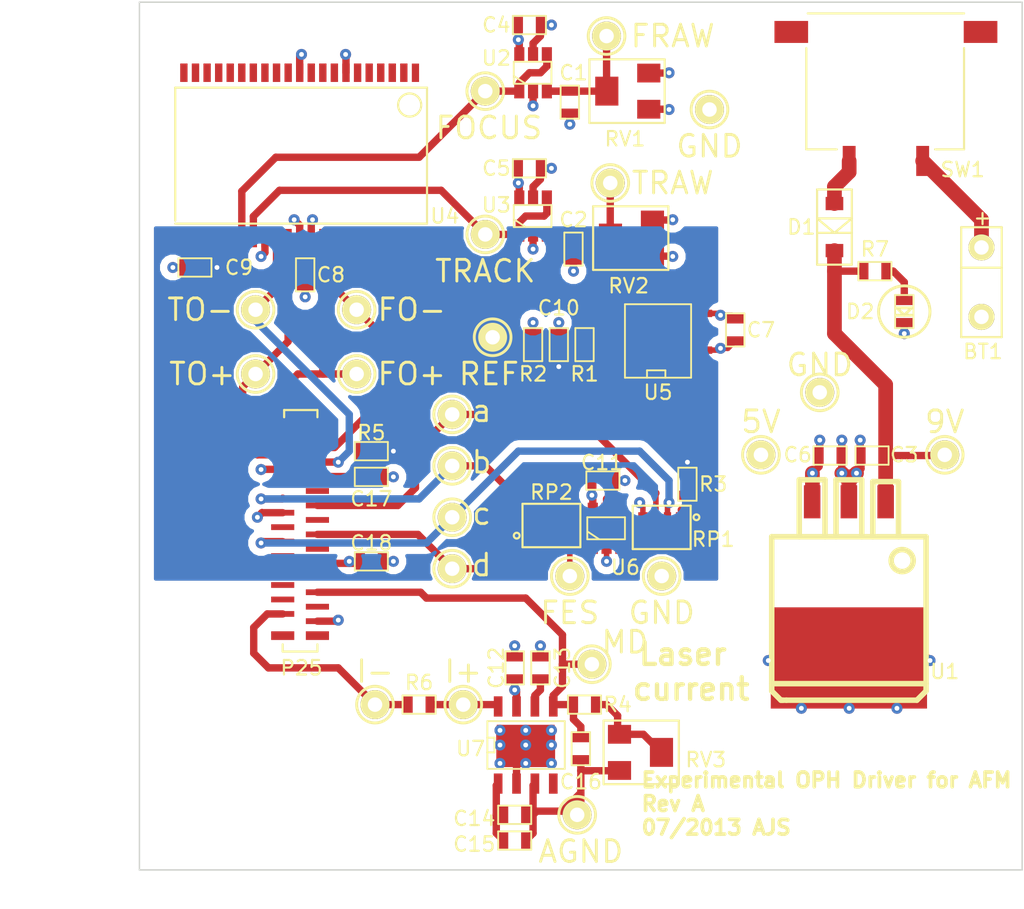
<source format=kicad_pcb>
(kicad_pcb (version 3) (host pcbnew "(2013-05-18 BZR 4017)-stable")

  (general
    (links 134)
    (no_connects 0)
    (area 55.964287 66.949999 126.050001 131.7)
    (thickness 1.6)
    (drawings 13)
    (tracks 380)
    (zones 0)
    (modules 65)
    (nets 33)
  )

  (page A3)
  (layers
    (15 Top signal)
    (2 GND power)
    (1 PWR power)
    (0 Bottom signal)
    (20 B.SilkS user)
    (21 F.SilkS user)
    (22 B.Mask user)
    (23 F.Mask user)
    (24 Dwgs.User user)
    (25 Cmts.User user)
    (27 Eco2.User user)
    (28 Edge.Cuts user)
  )

  (setup
    (last_trace_width 0.508)
    (user_trace_width 0.2032)
    (user_trace_width 0.254)
    (user_trace_width 0.3302)
    (user_trace_width 0.381)
    (user_trace_width 0.508)
    (user_trace_width 0.762)
    (user_trace_width 1.016)
    (user_trace_width 1.524)
    (user_trace_width 2.032)
    (user_trace_width 2.54)
    (trace_clearance 0.2032)
    (zone_clearance 0.508)
    (zone_45_only no)
    (trace_min 0.2032)
    (segment_width 0.2)
    (edge_width 0.1)
    (via_size 0.762)
    (via_drill 0.3302)
    (via_min_size 0.762)
    (via_min_drill 0.254)
    (user_via 0.762 0.3302)
    (uvia_size 0.508)
    (uvia_drill 0.127)
    (uvias_allowed no)
    (uvia_min_size 0.508)
    (uvia_min_drill 0.127)
    (pcb_text_width 0.3)
    (pcb_text_size 1.5 1.5)
    (mod_edge_width 0.15)
    (mod_text_size 1 1)
    (mod_text_width 0.15)
    (pad_size 0.4 1.6)
    (pad_drill 0)
    (pad_to_mask_clearance 0)
    (aux_axis_origin 0 0)
    (visible_elements 7FFFFFBF)
    (pcbplotparams
      (layerselection 283148295)
      (usegerberextensions true)
      (excludeedgelayer true)
      (linewidth 0.150000)
      (plotframeref false)
      (viasonmask false)
      (mode 1)
      (useauxorigin false)
      (hpglpennumber 1)
      (hpglpenspeed 20)
      (hpglpendiameter 15)
      (hpglpenoverlay 2)
      (psnegative false)
      (psa4output false)
      (plotreference true)
      (plotvalue true)
      (plotothertext true)
      (plotinvisibletext false)
      (padsonsilk false)
      (subtractmaskfromsilk true)
      (outputformat 1)
      (mirror false)
      (drillshape 0)
      (scaleselection 1)
      (outputdirectory Fabrication/))
  )

  (net 0 "")
  (net 1 +2.5V)
  (net 2 +5V)
  (net 3 GND)
  (net 4 N-000001)
  (net 5 N-0000010)
  (net 6 N-0000011)
  (net 7 N-0000012)
  (net 8 N-0000013)
  (net 9 N-0000014)
  (net 10 N-0000015)
  (net 11 N-0000016)
  (net 12 N-0000017)
  (net 13 N-0000018)
  (net 14 N-0000019)
  (net 15 N-000002)
  (net 16 N-0000020)
  (net 17 N-0000021)
  (net 18 N-0000022)
  (net 19 N-0000023)
  (net 20 N-0000025)
  (net 21 N-0000026)
  (net 22 N-0000027)
  (net 23 N-000003)
  (net 24 N-000004)
  (net 25 N-0000041)
  (net 26 N-0000057)
  (net 27 N-000007)
  (net 28 N-0000074)
  (net 29 N-0000075)
  (net 30 N-0000076)
  (net 31 N-000008)
  (net 32 N-000009)

  (net_class Default "This is the default net class."
    (clearance 0.2032)
    (trace_width 0.254)
    (via_dia 0.762)
    (via_drill 0.3302)
    (uvia_dia 0.508)
    (uvia_drill 0.127)
    (add_net "")
    (add_net +2.5V)
    (add_net +5V)
    (add_net GND)
    (add_net N-000001)
    (add_net N-0000010)
    (add_net N-0000011)
    (add_net N-0000012)
    (add_net N-0000013)
    (add_net N-0000014)
    (add_net N-0000015)
    (add_net N-0000016)
    (add_net N-0000017)
    (add_net N-0000018)
    (add_net N-0000019)
    (add_net N-000002)
    (add_net N-0000020)
    (add_net N-0000021)
    (add_net N-0000022)
    (add_net N-0000023)
    (add_net N-0000025)
    (add_net N-0000026)
    (add_net N-0000027)
    (add_net N-000003)
    (add_net N-000004)
    (add_net N-0000041)
    (add_net N-0000057)
    (add_net N-000007)
    (add_net N-0000074)
    (add_net N-0000075)
    (add_net N-0000076)
    (add_net N-000008)
    (add_net N-000009)
  )

  (module TP1 (layer Top) (tedit 51D8A266) (tstamp 51D66622)
    (at 86.614 95.504)
    (path /51CF72FF)
    (fp_text reference P21 (at 0 1.905) (layer F.SilkS) hide
      (effects (font (size 1 1) (thickness 0.15)))
    )
    (fp_text value a (at 2.032 -0.254) (layer F.SilkS)
      (effects (font (size 1.5 1.5) (thickness 0.2)))
    )
    (fp_circle (center 0 0) (end 0 1.27) (layer F.SilkS) (width 0.2))
    (pad 1 thru_hole circle (at 0 0) (size 2 2) (drill 1)
      (layers *.Cu *.Mask F.SilkS)
      (net 18 N-0000022)
    )
  )

  (module TP1 (layer Top) (tedit 51D80AE0) (tstamp 51D66628)
    (at 88.9 83.058)
    (path /51CF6738)
    (fp_text reference P10 (at 0 1.905) (layer F.SilkS) hide
      (effects (font (size 1 1) (thickness 0.15)))
    )
    (fp_text value TRACK (at 0 2.54) (layer F.SilkS)
      (effects (font (size 1.5 1.5) (thickness 0.2)))
    )
    (fp_circle (center 0 0) (end 0 1.27) (layer F.SilkS) (width 0.2))
    (pad 1 thru_hole circle (at 0 0) (size 2 2) (drill 1)
      (layers *.Cu *.Mask F.SilkS)
      (net 21 N-0000026)
    )
  )

  (module TP1 (layer Top) (tedit 51D80BD4) (tstamp 51D6662E)
    (at 88.9 73.152)
    (path /51CF6996)
    (fp_text reference P9 (at 0 1.905) (layer F.SilkS) hide
      (effects (font (size 1 1) (thickness 0.15)))
    )
    (fp_text value FOCUS (at 0.254 2.54) (layer F.SilkS)
      (effects (font (size 1.5 1.5) (thickness 0.2)))
    )
    (fp_circle (center 0 0) (end 0 1.27) (layer F.SilkS) (width 0.2))
    (pad 1 thru_hole circle (at 0 0) (size 2 2) (drill 1)
      (layers *.Cu *.Mask F.SilkS)
      (net 10 N-0000015)
    )
  )

  (module TP1 (layer Top) (tedit 51D7AE89) (tstamp 51D66634)
    (at 80.01 88.265 180)
    (path /51CF72D5)
    (fp_text reference P11 (at 0 1.905 180) (layer F.SilkS) hide
      (effects (font (size 1 1) (thickness 0.15)))
    )
    (fp_text value FO- (at -3.81 0 180) (layer F.SilkS)
      (effects (font (size 1.5 1.5) (thickness 0.2)))
    )
    (fp_circle (center 0 0) (end 0 1.27) (layer F.SilkS) (width 0.2))
    (pad 1 thru_hole circle (at 0 0 180) (size 2 2) (drill 1)
      (layers *.Cu *.Mask F.SilkS)
      (net 5 N-0000010)
    )
  )

  (module TP1 (layer Top) (tedit 51D7AE83) (tstamp 51D6663A)
    (at 80.01 92.71 180)
    (path /51CF72DB)
    (fp_text reference P13 (at 0 1.905 180) (layer F.SilkS) hide
      (effects (font (size 1 1) (thickness 0.15)))
    )
    (fp_text value FO+ (at -3.81 0 180) (layer F.SilkS)
      (effects (font (size 1.5 1.5) (thickness 0.2)))
    )
    (fp_circle (center 0 0) (end 0 1.27) (layer F.SilkS) (width 0.2))
    (pad 1 thru_hole circle (at 0 0 180) (size 2 2) (drill 1)
      (layers *.Cu *.Mask F.SilkS)
      (net 32 N-000009)
    )
  )

  (module TP1 (layer Top) (tedit 51D80274) (tstamp 51D66640)
    (at 73.025 92.71 180)
    (path /51CF72E1)
    (fp_text reference P14 (at 0 1.905 180) (layer F.SilkS) hide
      (effects (font (size 1 1) (thickness 0.15)))
    )
    (fp_text value TO+ (at 3.683 0 180) (layer F.SilkS)
      (effects (font (size 1.5 1.5) (thickness 0.2)))
    )
    (fp_circle (center 0 0) (end 0 1.27) (layer F.SilkS) (width 0.2))
    (pad 1 thru_hole circle (at 0 0 180) (size 2 2) (drill 1)
      (layers *.Cu *.Mask F.SilkS)
      (net 31 N-000008)
    )
  )

  (module TP1 (layer Top) (tedit 51D80290) (tstamp 51D66646)
    (at 73.025 88.265 180)
    (path /51CF72E7)
    (fp_text reference P16 (at 0 1.905 180) (layer F.SilkS) hide
      (effects (font (size 1 1) (thickness 0.15)))
    )
    (fp_text value TO- (at 3.81 0 180) (layer F.SilkS)
      (effects (font (size 1.5 1.5) (thickness 0.2)))
    )
    (fp_circle (center 0 0) (end 0 1.27) (layer F.SilkS) (width 0.2))
    (pad 1 thru_hole circle (at 0 0 180) (size 2 2) (drill 1)
      (layers *.Cu *.Mask F.SilkS)
      (net 27 N-000007)
    )
  )

  (module TP1 (layer Top) (tedit 51D92A2B) (tstamp 51D6664C)
    (at 89.408 90.17 90)
    (path /51C93BB9)
    (fp_text reference P12 (at 0 1.905 90) (layer F.SilkS) hide
      (effects (font (size 1 1) (thickness 0.15)))
    )
    (fp_text value REF (at -2.54 -0.254 180) (layer F.SilkS)
      (effects (font (size 1.5 1.5) (thickness 0.2)))
    )
    (fp_circle (center 0 0) (end 0 1.27) (layer F.SilkS) (width 0.2))
    (pad 1 thru_hole circle (at 0 0 90) (size 2 2) (drill 1)
      (layers *.Cu *.Mask F.SilkS)
      (net 1 +2.5V)
    )
  )

  (module TP1 (layer Top) (tedit 51D92FCC) (tstamp 51D66652)
    (at 107.95 98.298)
    (path /51C93BB3)
    (fp_text reference P8 (at 0 1.905) (layer F.SilkS) hide
      (effects (font (size 1 1) (thickness 0.15)))
    )
    (fp_text value 5V (at 0 -2.286) (layer F.SilkS)
      (effects (font (size 1.5 1.5) (thickness 0.2)))
    )
    (fp_circle (center 0 0) (end 0 1.27) (layer F.SilkS) (width 0.2))
    (pad 1 thru_hole circle (at 0 0) (size 2 2) (drill 1)
      (layers *.Cu *.Mask F.SilkS)
      (net 2 +5V)
    )
  )

  (module TP1 (layer Top) (tedit 51D93002) (tstamp 51D66658)
    (at 120.65 98.298)
    (path /51C93BAD)
    (fp_text reference P7 (at 0 1.905) (layer F.SilkS) hide
      (effects (font (size 1 1) (thickness 0.15)))
    )
    (fp_text value 9V (at 0 -2.286) (layer F.SilkS)
      (effects (font (size 1.5 1.5) (thickness 0.2)))
    )
    (fp_circle (center 0 0) (end 0 1.27) (layer F.SilkS) (width 0.2))
    (pad 1 thru_hole circle (at 0 0) (size 2 2) (drill 1)
      (layers *.Cu *.Mask F.SilkS)
      (net 14 N-0000019)
    )
  )

  (module TP1 (layer Top) (tedit 51D8A6BD) (tstamp 51D6665E)
    (at 94.742 106.68)
    (path /51CF72ED)
    (fp_text reference P15 (at 0 1.905) (layer F.SilkS) hide
      (effects (font (size 1 1) (thickness 0.15)))
    )
    (fp_text value FES (at 0 2.54) (layer F.SilkS)
      (effects (font (size 1.5 1.5) (thickness 0.2)))
    )
    (fp_circle (center 0 0) (end 0 1.27) (layer F.SilkS) (width 0.2))
    (pad 1 thru_hole circle (at 0 0) (size 2 2) (drill 1)
      (layers *.Cu *.Mask F.SilkS)
      (net 26 N-0000057)
    )
  )

  (module TP1 (layer Top) (tedit 51D8A282) (tstamp 51D66664)
    (at 86.614 102.616)
    (path /51CF72F3)
    (fp_text reference P18 (at 0 1.905) (layer F.SilkS) hide
      (effects (font (size 1 1) (thickness 0.15)))
    )
    (fp_text value c (at 2.032 -0.254) (layer F.SilkS)
      (effects (font (size 1.5 1.5) (thickness 0.2)))
    )
    (fp_circle (center 0 0) (end 0 1.27) (layer F.SilkS) (width 0.2))
    (pad 1 thru_hole circle (at 0 0) (size 2 2) (drill 1)
      (layers *.Cu *.Mask F.SilkS)
      (net 19 N-0000023)
    )
  )

  (module TP1 (layer Top) (tedit 51D8A273) (tstamp 51D6666A)
    (at 86.614 106.172)
    (path /51CF72F9)
    (fp_text reference P19 (at 0 1.905) (layer F.SilkS) hide
      (effects (font (size 1 1) (thickness 0.15)))
    )
    (fp_text value d (at 2.032 -0.254) (layer F.SilkS)
      (effects (font (size 1.5 1.5) (thickness 0.2)))
    )
    (fp_circle (center 0 0) (end 0 1.27) (layer F.SilkS) (width 0.2))
    (pad 1 thru_hole circle (at 0 0) (size 2 2) (drill 1)
      (layers *.Cu *.Mask F.SilkS)
      (net 12 N-0000017)
    )
  )

  (module TP1 (layer Top) (tedit 51D8A259) (tstamp 51D66670)
    (at 86.614 99.06)
    (path /51CF7305)
    (fp_text reference P22 (at 0 1.905) (layer F.SilkS) hide
      (effects (font (size 1 1) (thickness 0.15)))
    )
    (fp_text value b (at 2.032 -0.254) (layer F.SilkS)
      (effects (font (size 1.5 1.5) (thickness 0.2)))
    )
    (fp_circle (center 0 0) (end 0 1.27) (layer F.SilkS) (width 0.2))
    (pad 1 thru_hole circle (at 0 0) (size 2 2) (drill 1)
      (layers *.Cu *.Mask F.SilkS)
      (net 17 N-0000021)
    )
  )

  (module TP1 (layer Top) (tedit 51D8AEA8) (tstamp 51D66676)
    (at 87.376 115.57)
    (path /51CF730B)
    (fp_text reference P23 (at 0 1.905) (layer F.SilkS) hide
      (effects (font (size 1 1) (thickness 0.15)))
    )
    (fp_text value I+ (at 0 -2.286) (layer F.SilkS)
      (effects (font (size 1.5 1.5) (thickness 0.2)))
    )
    (fp_circle (center 0 0) (end 0 1.27) (layer F.SilkS) (width 0.2))
    (pad 1 thru_hole circle (at 0 0) (size 2 2) (drill 1)
      (layers *.Cu *.Mask F.SilkS)
      (net 16 N-0000020)
    )
  )

  (module TP1 (layer Top) (tedit 51DA6078) (tstamp 51D6667C)
    (at 96.266 112.776)
    (path /51CF7311)
    (fp_text reference P20 (at 0 1.905) (layer F.SilkS) hide
      (effects (font (size 1 1) (thickness 0.15)))
    )
    (fp_text value MD (at 2.286 -1.524) (layer F.SilkS)
      (effects (font (size 1.5 1.5) (thickness 0.2)))
    )
    (fp_circle (center 0 0) (end 0 1.27) (layer F.SilkS) (width 0.2))
    (pad 1 thru_hole circle (at 0 0) (size 2 2) (drill 1)
      (layers *.Cu *.Mask F.SilkS)
      (net 30 N-0000076)
    )
  )

  (module TP1 (layer Top) (tedit 51D8AE34) (tstamp 51D66682)
    (at 95.25 123.19)
    (path /51CF7317)
    (fp_text reference P17 (at 0 1.905) (layer F.SilkS) hide
      (effects (font (size 1 1) (thickness 0.15)))
    )
    (fp_text value AGND (at 0.254 2.54) (layer F.SilkS)
      (effects (font (size 1.5 1.5) (thickness 0.2)))
    )
    (fp_circle (center 0 0) (end 0 1.27) (layer F.SilkS) (width 0.2))
    (pad 1 thru_hole circle (at 0 0) (size 2 2) (drill 1)
      (layers *.Cu *.Mask F.SilkS)
      (net 29 N-0000075)
    )
  )

  (module TP1 (layer Top) (tedit 51D8A730) (tstamp 51D66688)
    (at 101.092 106.68)
    (path /51CF744C)
    (fp_text reference P1 (at 0 1.905) (layer F.SilkS) hide
      (effects (font (size 1 1) (thickness 0.15)))
    )
    (fp_text value GND (at 0 2.54) (layer F.SilkS)
      (effects (font (size 1.5 1.5) (thickness 0.2)))
    )
    (fp_circle (center 0 0) (end 0 1.27) (layer F.SilkS) (width 0.2))
    (pad 1 thru_hole circle (at 0 0) (size 2 2) (drill 1)
      (layers *.Cu *.Mask F.SilkS)
      (net 3 GND)
    )
  )

  (module TP1 (layer Top) (tedit 51D68CE2) (tstamp 51D6668E)
    (at 112.014 93.98)
    (path /51CF7452)
    (fp_text reference P2 (at 0 1.905) (layer F.SilkS) hide
      (effects (font (size 1 1) (thickness 0.15)))
    )
    (fp_text value GND (at 0 -1.9) (layer F.SilkS)
      (effects (font (size 1.5 1.5) (thickness 0.2)))
    )
    (fp_circle (center 0 0) (end 0 1.27) (layer F.SilkS) (width 0.2))
    (pad 1 thru_hole circle (at 0 0) (size 2 2) (drill 1)
      (layers *.Cu *.Mask F.SilkS)
      (net 3 GND)
    )
  )

  (module TP1 (layer Top) (tedit 51D8F6A8) (tstamp 51D6669A)
    (at 104.394 74.422 180)
    (path /51CF745E)
    (fp_text reference P4 (at 0 1.905 180) (layer F.SilkS) hide
      (effects (font (size 1 1) (thickness 0.15)))
    )
    (fp_text value GND (at 0 -2.54 180) (layer F.SilkS)
      (effects (font (size 1.5 1.5) (thickness 0.2)))
    )
    (fp_circle (center 0 0) (end 0 1.27) (layer F.SilkS) (width 0.2))
    (pad 1 thru_hole circle (at 0 0 180) (size 2 2) (drill 1)
      (layers *.Cu *.Mask F.SilkS)
      (net 3 GND)
    )
  )

  (module TP1 (layer Top) (tedit 51D8AEA4) (tstamp 51D666A0)
    (at 81.28 115.57)
    (path /51CF9BFF)
    (fp_text reference P24 (at 0 1.905) (layer F.SilkS) hide
      (effects (font (size 1 1) (thickness 0.15)))
    )
    (fp_text value I- (at 0 -2.286) (layer F.SilkS)
      (effects (font (size 1.5 1.5) (thickness 0.2)))
    )
    (fp_circle (center 0 0) (end 0 1.27) (layer F.SilkS) (width 0.2))
    (pad 1 thru_hole circle (at 0 0) (size 2 2) (drill 1)
      (layers *.Cu *.Mask F.SilkS)
      (net 11 N-0000016)
    )
  )

  (module TP1 (layer Top) (tedit 51D80BBD) (tstamp 51D666A6)
    (at 97.282 69.342)
    (path /51D2068C)
    (fp_text reference P5 (at 0 1.905) (layer F.SilkS) hide
      (effects (font (size 1 1) (thickness 0.15)))
    )
    (fp_text value FRAW (at 4.572 0) (layer F.SilkS)
      (effects (font (size 1.5 1.5) (thickness 0.2)))
    )
    (fp_circle (center 0 0) (end 0 1.27) (layer F.SilkS) (width 0.2))
    (pad 1 thru_hole circle (at 0 0) (size 2 2) (drill 1)
      (layers *.Cu *.Mask F.SilkS)
      (net 9 N-0000014)
    )
  )

  (module TP1 (layer Top) (tedit 51D80B64) (tstamp 51D666AC)
    (at 97.536 79.502)
    (path /51D20692)
    (fp_text reference P6 (at 0 1.905) (layer F.SilkS) hide
      (effects (font (size 1 1) (thickness 0.15)))
    )
    (fp_text value TRAW (at 4.318 0) (layer F.SilkS)
      (effects (font (size 1.5 1.5) (thickness 0.2)))
    )
    (fp_circle (center 0 0) (end 0 1.27) (layer F.SilkS) (width 0.2))
    (pad 1 thru_hole circle (at 0 0) (size 2 2) (drill 1)
      (layers *.Cu *.Mask F.SilkS)
      (net 20 N-0000025)
    )
  )

  (module TO263 (layer Top) (tedit 51D92AD5) (tstamp 51D666C8)
    (at 114.028 101.548 180)
    (path /51C67095)
    (attr smd)
    (fp_text reference U1 (at -6.622 -11.736 180) (layer F.SilkS)
      (effects (font (size 1 1) (thickness 0.15)))
    )
    (fp_text value L7805 (at 0 -3.937 180) (layer F.SilkS) hide
      (effects (font (size 1.524 1.016) (thickness 0.254)))
    )
    (fp_line (start 1.651 -2.413) (end 1.651 1.524) (layer F.SilkS) (width 0.381))
    (fp_line (start 1.651 1.524) (end 3.429 1.524) (layer F.SilkS) (width 0.381))
    (fp_line (start 3.429 1.524) (end 3.429 -2.413) (layer F.SilkS) (width 0.381))
    (fp_line (start -0.889 -2.413) (end -0.889 1.524) (layer F.SilkS) (width 0.381))
    (fp_line (start -0.889 1.524) (end 0.889 1.524) (layer F.SilkS) (width 0.381))
    (fp_line (start 0.889 1.524) (end 0.889 -2.413) (layer F.SilkS) (width 0.381))
    (fp_line (start -3.429 -2.413) (end -3.429 1.397) (layer F.SilkS) (width 0.381))
    (fp_line (start -3.429 1.397) (end -1.778 1.397) (layer F.SilkS) (width 0.381))
    (fp_line (start -1.778 1.397) (end -1.651 1.397) (layer F.SilkS) (width 0.381))
    (fp_line (start -1.651 1.397) (end -1.651 -2.413) (layer F.SilkS) (width 0.381))
    (fp_circle (center -3.683 -4.064) (end -3.683 -3.302) (layer F.SilkS) (width 0.381))
    (fp_line (start -5.334 -2.413) (end -5.334 -13.081) (layer F.SilkS) (width 0.381))
    (fp_line (start -5.334 -13.081) (end -4.699 -13.716) (layer F.SilkS) (width 0.381))
    (fp_line (start -4.699 -13.716) (end 4.318 -13.716) (layer F.SilkS) (width 0.381))
    (fp_line (start 4.318 -13.716) (end 4.572 -13.716) (layer F.SilkS) (width 0.381))
    (fp_line (start 4.572 -13.716) (end 4.699 -13.716) (layer F.SilkS) (width 0.381))
    (fp_line (start 4.699 -13.716) (end 5.334 -13.081) (layer F.SilkS) (width 0.381))
    (fp_line (start 5.334 -13.081) (end 5.334 -2.413) (layer F.SilkS) (width 0.381))
    (fp_line (start -5.334 -2.413) (end 5.334 -2.413) (layer F.SilkS) (width 0.381))
    (fp_line (start 5.334 -12.573) (end -5.334 -12.573) (layer F.SilkS) (width 0.381))
    (pad 1 smd rect (at -2.54 0 180) (size 1.143 2.286)
      (layers Top F.Mask)
      (net 14 N-0000019)
    )
    (pad 2 smd rect (at 0 -10.795 180) (size 10.80008 6.9977)
      (layers Top F.Mask)
      (net 3 GND)
    )
    (pad 3 smd rect (at 2.54 0 180) (size 1.143 2.286)
      (layers Top F.Mask)
      (net 2 +5V)
    )
    (pad 2 smd rect (at 0 0 180) (size 1.143 2.286)
      (layers Top F.Mask)
      (net 3 GND)
    )
  )

  (module SOT23_6 (layer Top) (tedit 51D73F61) (tstamp 51D666D7)
    (at 97.282 103.378)
    (path /51C6B583)
    (fp_text reference U6 (at 1.3 2.7) (layer F.SilkS)
      (effects (font (size 1 1) (thickness 0.15)))
    )
    (fp_text value ISL28148 (at 0.0635 0) (layer F.SilkS) hide
      (effects (font (size 0.50038 0.50038) (thickness 0.0762)))
    )
    (fp_line (start -0.508 0.762) (end -1.27 0.254) (layer F.SilkS) (width 0.127))
    (fp_line (start 1.27 0.762) (end -1.3335 0.762) (layer F.SilkS) (width 0.127))
    (fp_line (start -1.3335 0.762) (end -1.3335 -0.762) (layer F.SilkS) (width 0.127))
    (fp_line (start -1.3335 -0.762) (end 1.27 -0.762) (layer F.SilkS) (width 0.127))
    (fp_line (start 1.27 -0.762) (end 1.27 0.762) (layer F.SilkS) (width 0.127))
    (pad 6 smd rect (at -0.9525 -1.27) (size 0.70104 1.00076)
      (layers Top F.Mask)
      (net 2 +5V)
    )
    (pad 5 smd rect (at 0 -1.27) (size 0.70104 1.00076)
      (layers Top F.Mask)
      (net 3 GND)
    )
    (pad 4 smd rect (at 0.9525 -1.27) (size 0.70104 1.00076)
      (layers Top F.Mask)
      (net 8 N-0000013)
    )
    (pad 3 smd rect (at 0.9525 1.27) (size 0.70104 1.00076)
      (layers Top F.Mask)
      (net 7 N-0000012)
    )
    (pad 2 smd rect (at 0 1.27) (size 0.70104 1.00076)
      (layers Top F.Mask)
      (net 3 GND)
    )
    (pad 1 smd rect (at -0.9525 1.27) (size 0.70104 1.00076)
      (layers Top F.Mask)
      (net 26 N-0000057)
    )
    (model smd/SOT23_6.wrl
      (at (xyz 0 0 0))
      (scale (xyz 0.11 0.11 0.11))
      (rotate (xyz 0 0 0))
    )
  )

  (module SOT23_6 (layer Top) (tedit 51D80BE7) (tstamp 51D666E6)
    (at 92.202 71.882)
    (path /51CF6942)
    (fp_text reference U2 (at -2.54 -1.016) (layer F.SilkS)
      (effects (font (size 1 1) (thickness 0.15)))
    )
    (fp_text value ISL28148 (at 0.0635 0) (layer F.SilkS) hide
      (effects (font (size 0.50038 0.50038) (thickness 0.0762)))
    )
    (fp_line (start -0.508 0.762) (end -1.27 0.254) (layer F.SilkS) (width 0.127))
    (fp_line (start 1.27 0.762) (end -1.3335 0.762) (layer F.SilkS) (width 0.127))
    (fp_line (start -1.3335 0.762) (end -1.3335 -0.762) (layer F.SilkS) (width 0.127))
    (fp_line (start -1.3335 -0.762) (end 1.27 -0.762) (layer F.SilkS) (width 0.127))
    (fp_line (start 1.27 -0.762) (end 1.27 0.762) (layer F.SilkS) (width 0.127))
    (pad 6 smd rect (at -0.9525 -1.27) (size 0.70104 1.00076)
      (layers Top F.Mask)
      (net 2 +5V)
    )
    (pad 5 smd rect (at 0 -1.27) (size 0.70104 1.00076)
      (layers Top F.Mask)
      (net 3 GND)
    )
    (pad 4 smd rect (at 0.9525 -1.27) (size 0.70104 1.00076)
      (layers Top F.Mask)
      (net 10 N-0000015)
    )
    (pad 3 smd rect (at 0.9525 1.27) (size 0.70104 1.00076)
      (layers Top F.Mask)
      (net 9 N-0000014)
    )
    (pad 2 smd rect (at 0 1.27) (size 0.70104 1.00076)
      (layers Top F.Mask)
      (net 3 GND)
    )
    (pad 1 smd rect (at -0.9525 1.27) (size 0.70104 1.00076)
      (layers Top F.Mask)
      (net 10 N-0000015)
    )
    (model smd/SOT23_6.wrl
      (at (xyz 0 0 0))
      (scale (xyz 0.11 0.11 0.11))
      (rotate (xyz 0 0 0))
    )
  )

  (module SOT23_6 (layer Top) (tedit 51D80B27) (tstamp 51D666F5)
    (at 92.202 81.788)
    (path /51CECE87)
    (fp_text reference U3 (at -2.54 -0.762) (layer F.SilkS)
      (effects (font (size 1 1) (thickness 0.15)))
    )
    (fp_text value ISL28148 (at 0.0635 0) (layer F.SilkS) hide
      (effects (font (size 0.50038 0.50038) (thickness 0.0762)))
    )
    (fp_line (start -0.508 0.762) (end -1.27 0.254) (layer F.SilkS) (width 0.127))
    (fp_line (start 1.27 0.762) (end -1.3335 0.762) (layer F.SilkS) (width 0.127))
    (fp_line (start -1.3335 0.762) (end -1.3335 -0.762) (layer F.SilkS) (width 0.127))
    (fp_line (start -1.3335 -0.762) (end 1.27 -0.762) (layer F.SilkS) (width 0.127))
    (fp_line (start 1.27 -0.762) (end 1.27 0.762) (layer F.SilkS) (width 0.127))
    (pad 6 smd rect (at -0.9525 -1.27) (size 0.70104 1.00076)
      (layers Top F.Mask)
      (net 2 +5V)
    )
    (pad 5 smd rect (at 0 -1.27) (size 0.70104 1.00076)
      (layers Top F.Mask)
      (net 3 GND)
    )
    (pad 4 smd rect (at 0.9525 -1.27) (size 0.70104 1.00076)
      (layers Top F.Mask)
      (net 21 N-0000026)
    )
    (pad 3 smd rect (at 0.9525 1.27) (size 0.70104 1.00076)
      (layers Top F.Mask)
      (net 20 N-0000025)
    )
    (pad 2 smd rect (at 0 1.27) (size 0.70104 1.00076)
      (layers Top F.Mask)
      (net 3 GND)
    )
    (pad 1 smd rect (at -0.9525 1.27) (size 0.70104 1.00076)
      (layers Top F.Mask)
      (net 21 N-0000026)
    )
    (model smd/SOT23_6.wrl
      (at (xyz 0 0 0))
      (scale (xyz 0.11 0.11 0.11))
      (rotate (xyz 0 0 0))
    )
  )

  (module SOD-123 (layer Top) (tedit 51D9337D) (tstamp 51D66703)
    (at 113.03 82.55 270)
    (path /51C936D3)
    (fp_text reference D1 (at 0 2.286 360) (layer F.SilkS)
      (effects (font (size 1 1) (thickness 0.15)))
    )
    (fp_text value MBRX120LF-TP (at 0 2.6 270) (layer F.SilkS) hide
      (effects (font (size 1 1) (thickness 0.15)))
    )
    (fp_line (start 0.4 -1.2) (end 0.4 1.2) (layer F.SilkS) (width 0.15))
    (fp_line (start -0.6 -1.2) (end -0.6 1.2) (layer F.SilkS) (width 0.15))
    (fp_line (start -0.6 1.2) (end 0.4 0) (layer F.SilkS) (width 0.15))
    (fp_line (start 0.4 0) (end -0.6 -1.2) (layer F.SilkS) (width 0.15))
    (fp_line (start -2.6 -1.2) (end -2.6 1.2) (layer F.SilkS) (width 0.15))
    (fp_line (start -2.6 1.2) (end 2.6 1.2) (layer F.SilkS) (width 0.15))
    (fp_line (start 2.6 1.2) (end 2.6 -1.2) (layer F.SilkS) (width 0.15))
    (fp_line (start 2.6 -1.2) (end -2.6 -1.2) (layer F.SilkS) (width 0.15))
    (pad 1 smd rect (at -1.6256 0 270) (size 0.9144 1.2192)
      (layers Top F.Mask)
      (net 23 N-000003)
    )
    (pad 2 smd rect (at 1.6256 0 270) (size 0.9144 1.2192)
      (layers Top F.Mask)
      (net 14 N-0000019)
    )
  )

  (module SO8N (layer Top) (tedit 51D8FD9F) (tstamp 51D66716)
    (at 100.838 90.424 90)
    (descr "Module CMS SOJ 8 pins large")
    (tags "CMS SOJ")
    (path /51C676F9)
    (attr smd)
    (fp_text reference U5 (at -3.556 0 180) (layer F.SilkS)
      (effects (font (size 1 1) (thickness 0.15)))
    )
    (fp_text value ADR4525 (at 0 1.27 90) (layer F.SilkS) hide
      (effects (font (size 1.016 1.016) (thickness 0.127)))
    )
    (fp_line (start -2.54 -2.286) (end 2.54 -2.286) (layer F.SilkS) (width 0.127))
    (fp_line (start 2.54 -2.286) (end 2.54 2.286) (layer F.SilkS) (width 0.127))
    (fp_line (start 2.54 2.286) (end -2.54 2.286) (layer F.SilkS) (width 0.127))
    (fp_line (start -2.54 2.286) (end -2.54 -2.286) (layer F.SilkS) (width 0.127))
    (fp_line (start -2.54 -0.762) (end -2.032 -0.762) (layer F.SilkS) (width 0.127))
    (fp_line (start -2.032 -0.762) (end -2.032 0.508) (layer F.SilkS) (width 0.127))
    (fp_line (start -2.032 0.508) (end -2.54 0.508) (layer F.SilkS) (width 0.127))
    (pad 8 smd rect (at -1.905 -3.175 90) (size 0.508 1.143)
      (layers Top F.Mask)
    )
    (pad 7 smd rect (at -0.635 -3.175 90) (size 0.508 1.143)
      (layers Top F.Mask)
    )
    (pad 6 smd rect (at 0.635 -3.175 90) (size 0.508 1.143)
      (layers Top F.Mask)
      (net 22 N-0000027)
    )
    (pad 5 smd rect (at 1.905 -3.175 90) (size 0.508 1.143)
      (layers Top F.Mask)
    )
    (pad 4 smd rect (at 1.905 3.175 90) (size 0.508 1.143)
      (layers Top F.Mask)
      (net 3 GND)
    )
    (pad 3 smd rect (at 0.635 3.175 90) (size 0.508 1.143)
      (layers Top F.Mask)
    )
    (pad 2 smd rect (at -0.635 3.175 90) (size 0.508 1.143)
      (layers Top F.Mask)
      (net 2 +5V)
    )
    (pad 1 smd rect (at -1.905 3.175 90) (size 0.508 1.143)
      (layers Top F.Mask)
    )
    (model smd/cms_so8.wrl
      (at (xyz 0 0 0))
      (scale (xyz 0.5 0.38 0.5))
      (rotate (xyz 0 0 0))
    )
  )

  (module SO8_WITH_EP (layer Top) (tedit 51D8AE8D) (tstamp 51D6672A)
    (at 91.694 118.364)
    (descr "SO8 with exposed pad")
    (tags "SMD SO8")
    (path /51CD220A)
    (attr smd)
    (fp_text reference U7 (at -3.81 0.254) (layer F.SilkS)
      (effects (font (size 1 1) (thickness 0.15)))
    )
    (fp_text value IC-WKM (at 3.50012 0 90) (layer F.SilkS) hide
      (effects (font (size 0.889 0.889) (thickness 0.1524)))
    )
    (fp_line (start 2.70002 1.651) (end -2.64922 1.651) (layer F.SilkS) (width 0.127))
    (fp_line (start -2.64922 -1.651) (end 2.70002 -1.651) (layer F.SilkS) (width 0.127))
    (fp_line (start 2.70002 -1.651) (end 2.70002 1.651) (layer F.SilkS) (width 0.127))
    (fp_line (start -2.64922 -1.651) (end -2.64922 1.651) (layer F.SilkS) (width 0.127))
    (fp_line (start -2.667 -0.508) (end -2.159 -0.508) (layer F.SilkS) (width 0.127))
    (fp_line (start -2.159 -0.508) (end -2.159 0.508) (layer F.SilkS) (width 0.127))
    (fp_line (start -2.159 0.508) (end -2.667 0.508) (layer F.SilkS) (width 0.127))
    (pad 8 smd rect (at -1.905 -2.667) (size 0.59944 1.39954)
      (layers Top F.Mask)
      (net 16 N-0000020)
    )
    (pad 1 smd rect (at -1.905 2.667) (size 0.59944 1.39954)
      (layers Top F.Mask)
      (net 25 N-0000041)
    )
    (pad 7 smd rect (at -0.635 -2.667) (size 0.59944 1.39954)
      (layers Top F.Mask)
      (net 2 +5V)
    )
    (pad 6 smd rect (at 0.635 -2.667) (size 0.59944 1.39954)
      (layers Top F.Mask)
      (net 15 N-000002)
    )
    (pad 5 smd rect (at 1.905 -2.667) (size 0.59944 1.39954)
      (layers Top F.Mask)
      (net 30 N-0000076)
    )
    (pad 2 smd rect (at -0.635 2.667) (size 0.59944 1.39954)
      (layers Top F.Mask)
      (net 3 GND)
    )
    (pad 3 smd rect (at 0.635 2.667) (size 0.59944 1.39954)
      (layers Top F.Mask)
      (net 29 N-0000075)
    )
    (pad 4 smd rect (at 1.905 2.667) (size 0.59944 1.39954)
      (layers Top F.Mask)
    )
    (pad 9 smd rect (at 0 0) (size 4.0005 2.79908)
      (layers Top F.Mask)
      (net 3 GND)
    )
    (model smd/cms_so8.wrl
      (at (xyz 0 0 0))
      (scale (xyz 0.5 0.32 0.5))
      (rotate (xyz 0 0 0))
    )
  )

  (module SM0603 (layer Top) (tedit 51D92A1E) (tstamp 51D66734)
    (at 93.98 90.678 90)
    (path /51C818DE)
    (attr smd)
    (fp_text reference C10 (at 2.54 0 180) (layer F.SilkS)
      (effects (font (size 1 1) (thickness 0.15)))
    )
    (fp_text value 100n (at 0 0 90) (layer F.SilkS) hide
      (effects (font (size 0.508 0.4572) (thickness 0.1143)))
    )
    (fp_line (start -1.143 -0.635) (end 1.143 -0.635) (layer F.SilkS) (width 0.127))
    (fp_line (start 1.143 -0.635) (end 1.143 0.635) (layer F.SilkS) (width 0.127))
    (fp_line (start 1.143 0.635) (end -1.143 0.635) (layer F.SilkS) (width 0.127))
    (fp_line (start -1.143 0.635) (end -1.143 -0.635) (layer F.SilkS) (width 0.127))
    (pad 1 smd rect (at -0.762 0 90) (size 0.635 1.143)
      (layers Top F.Mask)
      (net 1 +2.5V)
    )
    (pad 2 smd rect (at 0.762 0 90) (size 0.635 1.143)
      (layers Top F.Mask)
      (net 3 GND)
    )
    (model smd\resistors\R0603.wrl
      (at (xyz 0 0 0.001))
      (scale (xyz 0.5 0.5 0.5))
      (rotate (xyz 0 0 0))
    )
  )

  (module SM0603 (layer Top) (tedit 51D8AE4E) (tstamp 51D6673E)
    (at 90.932 124.968)
    (path /51CD26E9)
    (attr smd)
    (fp_text reference C15 (at -2.794 0.254) (layer F.SilkS)
      (effects (font (size 1 1) (thickness 0.15)))
    )
    (fp_text value 2u (at 0 0) (layer F.SilkS) hide
      (effects (font (size 0.508 0.4572) (thickness 0.1143)))
    )
    (fp_line (start -1.143 -0.635) (end 1.143 -0.635) (layer F.SilkS) (width 0.127))
    (fp_line (start 1.143 -0.635) (end 1.143 0.635) (layer F.SilkS) (width 0.127))
    (fp_line (start 1.143 0.635) (end -1.143 0.635) (layer F.SilkS) (width 0.127))
    (fp_line (start -1.143 0.635) (end -1.143 -0.635) (layer F.SilkS) (width 0.127))
    (pad 1 smd rect (at -0.762 0) (size 0.635 1.143)
      (layers Top F.Mask)
      (net 25 N-0000041)
    )
    (pad 2 smd rect (at 0.762 0) (size 0.635 1.143)
      (layers Top F.Mask)
      (net 29 N-0000075)
    )
    (model smd\resistors\R0603.wrl
      (at (xyz 0 0 0.001))
      (scale (xyz 0.5 0.5 0.5))
      (rotate (xyz 0 0 0))
    )
  )

  (module SM0603 (layer Top) (tedit 51D8AF5E) (tstamp 51D66748)
    (at 90.932 113.03 90)
    (path /51CD18F6)
    (attr smd)
    (fp_text reference C12 (at 0 -1.27 90) (layer F.SilkS)
      (effects (font (size 1 1) (thickness 0.15)))
    )
    (fp_text value 100n (at 0 0 90) (layer F.SilkS) hide
      (effects (font (size 0.508 0.4572) (thickness 0.1143)))
    )
    (fp_line (start -1.143 -0.635) (end 1.143 -0.635) (layer F.SilkS) (width 0.127))
    (fp_line (start 1.143 -0.635) (end 1.143 0.635) (layer F.SilkS) (width 0.127))
    (fp_line (start 1.143 0.635) (end -1.143 0.635) (layer F.SilkS) (width 0.127))
    (fp_line (start -1.143 0.635) (end -1.143 -0.635) (layer F.SilkS) (width 0.127))
    (pad 1 smd rect (at -0.762 0 90) (size 0.635 1.143)
      (layers Top F.Mask)
      (net 2 +5V)
    )
    (pad 2 smd rect (at 0.762 0 90) (size 0.635 1.143)
      (layers Top F.Mask)
      (net 3 GND)
    )
    (model smd\resistors\R0603.wrl
      (at (xyz 0 0 0.001))
      (scale (xyz 0.5 0.5 0.5))
      (rotate (xyz 0 0 0))
    )
  )

  (module SM0603 (layer Top) (tedit 51D8AF6D) (tstamp 51D66752)
    (at 92.71 113.03 90)
    (path /51CD18F0)
    (attr smd)
    (fp_text reference C13 (at 0 1.524 90) (layer F.SilkS)
      (effects (font (size 1 1) (thickness 0.15)))
    )
    (fp_text value 100n (at 0 0 90) (layer F.SilkS) hide
      (effects (font (size 0.508 0.4572) (thickness 0.1143)))
    )
    (fp_line (start -1.143 -0.635) (end 1.143 -0.635) (layer F.SilkS) (width 0.127))
    (fp_line (start 1.143 -0.635) (end 1.143 0.635) (layer F.SilkS) (width 0.127))
    (fp_line (start 1.143 0.635) (end -1.143 0.635) (layer F.SilkS) (width 0.127))
    (fp_line (start -1.143 0.635) (end -1.143 -0.635) (layer F.SilkS) (width 0.127))
    (pad 1 smd rect (at -0.762 0 90) (size 0.635 1.143)
      (layers Top F.Mask)
      (net 15 N-000002)
    )
    (pad 2 smd rect (at 0.762 0 90) (size 0.635 1.143)
      (layers Top F.Mask)
      (net 3 GND)
    )
    (model smd\resistors\R0603.wrl
      (at (xyz 0 0 0.001))
      (scale (xyz 0.5 0.5 0.5))
      (rotate (xyz 0 0 0))
    )
  )

  (module SM0603 (layer Top) (tedit 51D8AE52) (tstamp 51D6675C)
    (at 90.932 123.19)
    (path /51C8209A)
    (attr smd)
    (fp_text reference C14 (at -2.794 0.254) (layer F.SilkS)
      (effects (font (size 1 1) (thickness 0.15)))
    )
    (fp_text value 100p (at 0 0) (layer F.SilkS) hide
      (effects (font (size 0.508 0.4572) (thickness 0.1143)))
    )
    (fp_line (start -1.143 -0.635) (end 1.143 -0.635) (layer F.SilkS) (width 0.127))
    (fp_line (start 1.143 -0.635) (end 1.143 0.635) (layer F.SilkS) (width 0.127))
    (fp_line (start 1.143 0.635) (end -1.143 0.635) (layer F.SilkS) (width 0.127))
    (fp_line (start -1.143 0.635) (end -1.143 -0.635) (layer F.SilkS) (width 0.127))
    (pad 1 smd rect (at -0.762 0) (size 0.635 1.143)
      (layers Top F.Mask)
      (net 25 N-0000041)
    )
    (pad 2 smd rect (at 0.762 0) (size 0.635 1.143)
      (layers Top F.Mask)
      (net 29 N-0000075)
    )
    (model smd\resistors\R0603.wrl
      (at (xyz 0 0 0.001))
      (scale (xyz 0.5 0.5 0.5))
      (rotate (xyz 0 0 0))
    )
  )

  (module SM0603 (layer Top) (tedit 51D8AE6B) (tstamp 51D66766)
    (at 95.504 118.618 270)
    (path /51CD18FC)
    (attr smd)
    (fp_text reference C16 (at 2.286 0 360) (layer F.SilkS)
      (effects (font (size 1 1) (thickness 0.15)))
    )
    (fp_text value 2n (at 0 0 270) (layer F.SilkS) hide
      (effects (font (size 0.508 0.4572) (thickness 0.1143)))
    )
    (fp_line (start -1.143 -0.635) (end 1.143 -0.635) (layer F.SilkS) (width 0.127))
    (fp_line (start 1.143 -0.635) (end 1.143 0.635) (layer F.SilkS) (width 0.127))
    (fp_line (start 1.143 0.635) (end -1.143 0.635) (layer F.SilkS) (width 0.127))
    (fp_line (start -1.143 0.635) (end -1.143 -0.635) (layer F.SilkS) (width 0.127))
    (pad 1 smd rect (at -0.762 0 270) (size 0.635 1.143)
      (layers Top F.Mask)
      (net 30 N-0000076)
    )
    (pad 2 smd rect (at 0.762 0 270) (size 0.635 1.143)
      (layers Top F.Mask)
      (net 29 N-0000075)
    )
    (model smd\resistors\R0603.wrl
      (at (xyz 0 0 0.001))
      (scale (xyz 0.5 0.5 0.5))
      (rotate (xyz 0 0 0))
    )
  )

  (module SM0603 (layer Top) (tedit 51D92951) (tstamp 51D66770)
    (at 106.172 89.662 90)
    (path /51C818D8)
    (attr smd)
    (fp_text reference C7 (at 0 1.778 180) (layer F.SilkS)
      (effects (font (size 1 1) (thickness 0.15)))
    )
    (fp_text value 10u (at 0 0 90) (layer F.SilkS) hide
      (effects (font (size 0.508 0.4572) (thickness 0.1143)))
    )
    (fp_line (start -1.143 -0.635) (end 1.143 -0.635) (layer F.SilkS) (width 0.127))
    (fp_line (start 1.143 -0.635) (end 1.143 0.635) (layer F.SilkS) (width 0.127))
    (fp_line (start 1.143 0.635) (end -1.143 0.635) (layer F.SilkS) (width 0.127))
    (fp_line (start -1.143 0.635) (end -1.143 -0.635) (layer F.SilkS) (width 0.127))
    (pad 1 smd rect (at -0.762 0 90) (size 0.635 1.143)
      (layers Top F.Mask)
      (net 2 +5V)
    )
    (pad 2 smd rect (at 0.762 0 90) (size 0.635 1.143)
      (layers Top F.Mask)
      (net 3 GND)
    )
    (model smd\resistors\R0603.wrl
      (at (xyz 0 0 0.001))
      (scale (xyz 0.5 0.5 0.5))
      (rotate (xyz 0 0 0))
    )
  )

  (module SM0603 (layer Top) (tedit 51D92FB4) (tstamp 51D6677A)
    (at 115.628 98.348 180)
    (path /51C818BC)
    (attr smd)
    (fp_text reference C3 (at -2.228 0.05 180) (layer F.SilkS)
      (effects (font (size 1 1) (thickness 0.15)))
    )
    (fp_text value 10u (at 0 0 180) (layer F.SilkS) hide
      (effects (font (size 0.508 0.4572) (thickness 0.1143)))
    )
    (fp_line (start -1.143 -0.635) (end 1.143 -0.635) (layer F.SilkS) (width 0.127))
    (fp_line (start 1.143 -0.635) (end 1.143 0.635) (layer F.SilkS) (width 0.127))
    (fp_line (start 1.143 0.635) (end -1.143 0.635) (layer F.SilkS) (width 0.127))
    (fp_line (start -1.143 0.635) (end -1.143 -0.635) (layer F.SilkS) (width 0.127))
    (pad 1 smd rect (at -0.762 0 180) (size 0.635 1.143)
      (layers Top F.Mask)
      (net 14 N-0000019)
    )
    (pad 2 smd rect (at 0.762 0 180) (size 0.635 1.143)
      (layers Top F.Mask)
      (net 3 GND)
    )
    (model smd\resistors\R0603.wrl
      (at (xyz 0 0 0.001))
      (scale (xyz 0.5 0.5 0.5))
      (rotate (xyz 0 0 0))
    )
  )

  (module SM0603 (layer Top) (tedit 51D8A68D) (tstamp 51D66784)
    (at 97.028 100.076)
    (path /51C81592)
    (attr smd)
    (fp_text reference C11 (at -0.064 -1.24) (layer F.SilkS)
      (effects (font (size 1 1) (thickness 0.15)))
    )
    (fp_text value 100n (at 0 0) (layer F.SilkS) hide
      (effects (font (size 0.508 0.4572) (thickness 0.1143)))
    )
    (fp_line (start -1.143 -0.635) (end 1.143 -0.635) (layer F.SilkS) (width 0.127))
    (fp_line (start 1.143 -0.635) (end 1.143 0.635) (layer F.SilkS) (width 0.127))
    (fp_line (start 1.143 0.635) (end -1.143 0.635) (layer F.SilkS) (width 0.127))
    (fp_line (start -1.143 0.635) (end -1.143 -0.635) (layer F.SilkS) (width 0.127))
    (pad 1 smd rect (at -0.762 0) (size 0.635 1.143)
      (layers Top F.Mask)
      (net 2 +5V)
    )
    (pad 2 smd rect (at 0.762 0) (size 0.635 1.143)
      (layers Top F.Mask)
      (net 3 GND)
    )
    (model smd\resistors\R0603.wrl
      (at (xyz 0 0 0.001))
      (scale (xyz 0.5 0.5 0.5))
      (rotate (xyz 0 0 0))
    )
  )

  (module SM0603 (layer Top) (tedit 51D8AE9F) (tstamp 51D6678E)
    (at 84.328 115.57 180)
    (path /51CF9BF9)
    (attr smd)
    (fp_text reference R6 (at 0 1.524 180) (layer F.SilkS)
      (effects (font (size 1 1) (thickness 0.15)))
    )
    (fp_text value 1R (at 0 0 180) (layer F.SilkS) hide
      (effects (font (size 0.508 0.4572) (thickness 0.1143)))
    )
    (fp_line (start -1.143 -0.635) (end 1.143 -0.635) (layer F.SilkS) (width 0.127))
    (fp_line (start 1.143 -0.635) (end 1.143 0.635) (layer F.SilkS) (width 0.127))
    (fp_line (start 1.143 0.635) (end -1.143 0.635) (layer F.SilkS) (width 0.127))
    (fp_line (start -1.143 0.635) (end -1.143 -0.635) (layer F.SilkS) (width 0.127))
    (pad 1 smd rect (at -0.762 0 180) (size 0.635 1.143)
      (layers Top F.Mask)
      (net 16 N-0000020)
    )
    (pad 2 smd rect (at 0.762 0 180) (size 0.635 1.143)
      (layers Top F.Mask)
      (net 11 N-0000016)
    )
    (model smd\resistors\R0603.wrl
      (at (xyz 0 0 0.001))
      (scale (xyz 0.5 0.5 0.5))
      (rotate (xyz 0 0 0))
    )
  )

  (module SM0603 (layer Top) (tedit 51D92FA9) (tstamp 51D66798)
    (at 112.728 98.348)
    (path /51C67264)
    (attr smd)
    (fp_text reference C6 (at -2.238 -0.05) (layer F.SilkS)
      (effects (font (size 1 1) (thickness 0.15)))
    )
    (fp_text value 100n (at 0 0) (layer F.SilkS) hide
      (effects (font (size 0.508 0.4572) (thickness 0.1143)))
    )
    (fp_line (start -1.143 -0.635) (end 1.143 -0.635) (layer F.SilkS) (width 0.127))
    (fp_line (start 1.143 -0.635) (end 1.143 0.635) (layer F.SilkS) (width 0.127))
    (fp_line (start 1.143 0.635) (end -1.143 0.635) (layer F.SilkS) (width 0.127))
    (fp_line (start -1.143 0.635) (end -1.143 -0.635) (layer F.SilkS) (width 0.127))
    (pad 1 smd rect (at -0.762 0) (size 0.635 1.143)
      (layers Top F.Mask)
      (net 2 +5V)
    )
    (pad 2 smd rect (at 0.762 0) (size 0.635 1.143)
      (layers Top F.Mask)
      (net 3 GND)
    )
    (model smd\resistors\R0603.wrl
      (at (xyz 0 0 0.001))
      (scale (xyz 0.5 0.5 0.5))
      (rotate (xyz 0 0 0))
    )
  )

  (module SM0603 (layer Top) (tedit 51D92A23) (tstamp 51D667A2)
    (at 92.202 90.678 90)
    (path /51CE81BA)
    (attr smd)
    (fp_text reference R2 (at -2.032 0 180) (layer F.SilkS)
      (effects (font (size 1 1) (thickness 0.15)))
    )
    (fp_text value NL (at 0 0 90) (layer F.SilkS) hide
      (effects (font (size 0.508 0.4572) (thickness 0.1143)))
    )
    (fp_line (start -1.143 -0.635) (end 1.143 -0.635) (layer F.SilkS) (width 0.127))
    (fp_line (start 1.143 -0.635) (end 1.143 0.635) (layer F.SilkS) (width 0.127))
    (fp_line (start 1.143 0.635) (end -1.143 0.635) (layer F.SilkS) (width 0.127))
    (fp_line (start -1.143 0.635) (end -1.143 -0.635) (layer F.SilkS) (width 0.127))
    (pad 1 smd rect (at -0.762 0 90) (size 0.635 1.143)
      (layers Top F.Mask)
      (net 1 +2.5V)
    )
    (pad 2 smd rect (at 0.762 0 90) (size 0.635 1.143)
      (layers Top F.Mask)
      (net 3 GND)
    )
    (model smd\resistors\R0603.wrl
      (at (xyz 0 0 0.001))
      (scale (xyz 0.5 0.5 0.5))
      (rotate (xyz 0 0 0))
    )
  )

  (module SM0603 (layer Top) (tedit 51D8A7A1) (tstamp 51D667AC)
    (at 102.87 100.33 270)
    (path /51CD325C)
    (attr smd)
    (fp_text reference R3 (at 0 -1.778 360) (layer F.SilkS)
      (effects (font (size 1 1) (thickness 0.15)))
    )
    (fp_text value 0R (at 0 0 270) (layer F.SilkS) hide
      (effects (font (size 0.508 0.4572) (thickness 0.1143)))
    )
    (fp_line (start -1.143 -0.635) (end 1.143 -0.635) (layer F.SilkS) (width 0.127))
    (fp_line (start 1.143 -0.635) (end 1.143 0.635) (layer F.SilkS) (width 0.127))
    (fp_line (start 1.143 0.635) (end -1.143 0.635) (layer F.SilkS) (width 0.127))
    (fp_line (start -1.143 0.635) (end -1.143 -0.635) (layer F.SilkS) (width 0.127))
    (pad 1 smd rect (at -0.762 0 270) (size 0.635 1.143)
      (layers Top F.Mask)
      (net 1 +2.5V)
    )
    (pad 2 smd rect (at 0.762 0 270) (size 0.635 1.143)
      (layers Top F.Mask)
      (net 6 N-0000011)
    )
    (model smd\resistors\R0603.wrl
      (at (xyz 0 0 0.001))
      (scale (xyz 0.5 0.5 0.5))
      (rotate (xyz 0 0 0))
    )
  )

  (module SM0603 (layer Top) (tedit 51D8A11D) (tstamp 51D667B6)
    (at 81.026 98.044 180)
    (path /51CD3263)
    (attr smd)
    (fp_text reference R5 (at 0 1.27 180) (layer F.SilkS)
      (effects (font (size 1 1) (thickness 0.15)))
    )
    (fp_text value 0R (at 0 0 180) (layer F.SilkS) hide
      (effects (font (size 0.508 0.4572) (thickness 0.1143)))
    )
    (fp_line (start -1.143 -0.635) (end 1.143 -0.635) (layer F.SilkS) (width 0.127))
    (fp_line (start 1.143 -0.635) (end 1.143 0.635) (layer F.SilkS) (width 0.127))
    (fp_line (start 1.143 0.635) (end -1.143 0.635) (layer F.SilkS) (width 0.127))
    (fp_line (start -1.143 0.635) (end -1.143 -0.635) (layer F.SilkS) (width 0.127))
    (pad 1 smd rect (at -0.762 0 180) (size 0.635 1.143)
      (layers Top F.Mask)
      (net 1 +2.5V)
    )
    (pad 2 smd rect (at 0.762 0 180) (size 0.635 1.143)
      (layers Top F.Mask)
      (net 28 N-0000074)
    )
    (model smd\resistors\R0603.wrl
      (at (xyz 0 0 0.001))
      (scale (xyz 0.5 0.5 0.5))
      (rotate (xyz 0 0 0))
    )
  )

  (module SM0603 (layer Top) (tedit 51D8A147) (tstamp 51D667C0)
    (at 81.026 105.664)
    (path /51CD341B)
    (attr smd)
    (fp_text reference C18 (at 0 -1.27) (layer F.SilkS)
      (effects (font (size 1 1) (thickness 0.15)))
    )
    (fp_text value 100n (at 0 0) (layer F.SilkS) hide
      (effects (font (size 0.508 0.4572) (thickness 0.1143)))
    )
    (fp_line (start -1.143 -0.635) (end 1.143 -0.635) (layer F.SilkS) (width 0.127))
    (fp_line (start 1.143 -0.635) (end 1.143 0.635) (layer F.SilkS) (width 0.127))
    (fp_line (start 1.143 0.635) (end -1.143 0.635) (layer F.SilkS) (width 0.127))
    (fp_line (start -1.143 0.635) (end -1.143 -0.635) (layer F.SilkS) (width 0.127))
    (pad 1 smd rect (at -0.762 0) (size 0.635 1.143)
      (layers Top F.Mask)
      (net 2 +5V)
    )
    (pad 2 smd rect (at 0.762 0) (size 0.635 1.143)
      (layers Top F.Mask)
      (net 3 GND)
    )
    (model smd\resistors\R0603.wrl
      (at (xyz 0 0 0.001))
      (scale (xyz 0.5 0.5 0.5))
      (rotate (xyz 0 0 0))
    )
  )

  (module SM0603 (layer Top) (tedit 51D8A12C) (tstamp 51D667CA)
    (at 81.026 99.822)
    (path /51CD3573)
    (attr smd)
    (fp_text reference C17 (at 0 1.524) (layer F.SilkS)
      (effects (font (size 1 1) (thickness 0.15)))
    )
    (fp_text value 100n (at 0 0) (layer F.SilkS) hide
      (effects (font (size 0.508 0.4572) (thickness 0.1143)))
    )
    (fp_line (start -1.143 -0.635) (end 1.143 -0.635) (layer F.SilkS) (width 0.127))
    (fp_line (start 1.143 -0.635) (end 1.143 0.635) (layer F.SilkS) (width 0.127))
    (fp_line (start 1.143 0.635) (end -1.143 0.635) (layer F.SilkS) (width 0.127))
    (fp_line (start -1.143 0.635) (end -1.143 -0.635) (layer F.SilkS) (width 0.127))
    (pad 1 smd rect (at -0.762 0) (size 0.635 1.143)
      (layers Top F.Mask)
      (net 28 N-0000074)
    )
    (pad 2 smd rect (at 0.762 0) (size 0.635 1.143)
      (layers Top F.Mask)
      (net 3 GND)
    )
    (model smd\resistors\R0603.wrl
      (at (xyz 0 0 0.001))
      (scale (xyz 0.5 0.5 0.5))
      (rotate (xyz 0 0 0))
    )
  )

  (module SM0603 (layer Top) (tedit 51D80957) (tstamp 51D667D4)
    (at 76.454 85.852 270)
    (path /51CE5D50)
    (attr smd)
    (fp_text reference C8 (at 0 -1.778 360) (layer F.SilkS)
      (effects (font (size 1 1) (thickness 0.15)))
    )
    (fp_text value 100n (at 0 0 270) (layer F.SilkS) hide
      (effects (font (size 0.508 0.4572) (thickness 0.1143)))
    )
    (fp_line (start -1.143 -0.635) (end 1.143 -0.635) (layer F.SilkS) (width 0.127))
    (fp_line (start 1.143 -0.635) (end 1.143 0.635) (layer F.SilkS) (width 0.127))
    (fp_line (start 1.143 0.635) (end -1.143 0.635) (layer F.SilkS) (width 0.127))
    (fp_line (start -1.143 0.635) (end -1.143 -0.635) (layer F.SilkS) (width 0.127))
    (pad 1 smd rect (at -0.762 0 270) (size 0.635 1.143)
      (layers Top F.Mask)
      (net 2 +5V)
    )
    (pad 2 smd rect (at 0.762 0 270) (size 0.635 1.143)
      (layers Top F.Mask)
      (net 3 GND)
    )
    (model smd\resistors\R0603.wrl
      (at (xyz 0 0 0.001))
      (scale (xyz 0.5 0.5 0.5))
      (rotate (xyz 0 0 0))
    )
  )

  (module SM0603 (layer Top) (tedit 51D89D0A) (tstamp 51D667DE)
    (at 68.834 85.344 180)
    (path /51CE6710)
    (attr smd)
    (fp_text reference C9 (at -3.048 0 180) (layer F.SilkS)
      (effects (font (size 1 1) (thickness 0.15)))
    )
    (fp_text value 100n (at 0 0 180) (layer F.SilkS) hide
      (effects (font (size 0.508 0.4572) (thickness 0.1143)))
    )
    (fp_line (start -1.143 -0.635) (end 1.143 -0.635) (layer F.SilkS) (width 0.127))
    (fp_line (start 1.143 -0.635) (end 1.143 0.635) (layer F.SilkS) (width 0.127))
    (fp_line (start 1.143 0.635) (end -1.143 0.635) (layer F.SilkS) (width 0.127))
    (fp_line (start -1.143 0.635) (end -1.143 -0.635) (layer F.SilkS) (width 0.127))
    (pad 1 smd rect (at -0.762 0 180) (size 0.635 1.143)
      (layers Top F.Mask)
      (net 1 +2.5V)
    )
    (pad 2 smd rect (at 0.762 0 180) (size 0.635 1.143)
      (layers Top F.Mask)
      (net 3 GND)
    )
    (model smd\resistors\R0603.wrl
      (at (xyz 0 0 0.001))
      (scale (xyz 0.5 0.5 0.5))
      (rotate (xyz 0 0 0))
    )
  )

  (module SM0603 (layer Top) (tedit 51D80C09) (tstamp 51D667E8)
    (at 94.742 73.914 270)
    (path /51CF6980)
    (attr smd)
    (fp_text reference C1 (at -2.032 -0.254 360) (layer F.SilkS)
      (effects (font (size 1 1) (thickness 0.15)))
    )
    (fp_text value 10n (at 0 0 270) (layer F.SilkS) hide
      (effects (font (size 0.508 0.4572) (thickness 0.1143)))
    )
    (fp_line (start -1.143 -0.635) (end 1.143 -0.635) (layer F.SilkS) (width 0.127))
    (fp_line (start 1.143 -0.635) (end 1.143 0.635) (layer F.SilkS) (width 0.127))
    (fp_line (start 1.143 0.635) (end -1.143 0.635) (layer F.SilkS) (width 0.127))
    (fp_line (start -1.143 0.635) (end -1.143 -0.635) (layer F.SilkS) (width 0.127))
    (pad 1 smd rect (at -0.762 0 270) (size 0.635 1.143)
      (layers Top F.Mask)
      (net 9 N-0000014)
    )
    (pad 2 smd rect (at 0.762 0 270) (size 0.635 1.143)
      (layers Top F.Mask)
      (net 3 GND)
    )
    (model smd\resistors\R0603.wrl
      (at (xyz 0 0 0.001))
      (scale (xyz 0.5 0.5 0.5))
      (rotate (xyz 0 0 0))
    )
  )

  (module SM0603 (layer Top) (tedit 51D92A0B) (tstamp 51D667F2)
    (at 95.758 90.678 270)
    (path /51CE81CA)
    (attr smd)
    (fp_text reference R1 (at 2.032 0 360) (layer F.SilkS)
      (effects (font (size 1 1) (thickness 0.15)))
    )
    (fp_text value 0R (at 0 0 270) (layer F.SilkS) hide
      (effects (font (size 0.508 0.4572) (thickness 0.1143)))
    )
    (fp_line (start -1.143 -0.635) (end 1.143 -0.635) (layer F.SilkS) (width 0.127))
    (fp_line (start 1.143 -0.635) (end 1.143 0.635) (layer F.SilkS) (width 0.127))
    (fp_line (start 1.143 0.635) (end -1.143 0.635) (layer F.SilkS) (width 0.127))
    (fp_line (start -1.143 0.635) (end -1.143 -0.635) (layer F.SilkS) (width 0.127))
    (pad 1 smd rect (at -0.762 0 270) (size 0.635 1.143)
      (layers Top F.Mask)
      (net 22 N-0000027)
    )
    (pad 2 smd rect (at 0.762 0 270) (size 0.635 1.143)
      (layers Top F.Mask)
      (net 1 +2.5V)
    )
    (model smd\resistors\R0603.wrl
      (at (xyz 0 0 0.001))
      (scale (xyz 0.5 0.5 0.5))
      (rotate (xyz 0 0 0))
    )
  )

  (module SM0603 (layer Top) (tedit 51D80B09) (tstamp 51D667FC)
    (at 91.948 78.486)
    (path /51CECE9D)
    (attr smd)
    (fp_text reference C5 (at -2.286 0) (layer F.SilkS)
      (effects (font (size 1 1) (thickness 0.15)))
    )
    (fp_text value 100n (at 0 0) (layer F.SilkS) hide
      (effects (font (size 0.508 0.4572) (thickness 0.1143)))
    )
    (fp_line (start -1.143 -0.635) (end 1.143 -0.635) (layer F.SilkS) (width 0.127))
    (fp_line (start 1.143 -0.635) (end 1.143 0.635) (layer F.SilkS) (width 0.127))
    (fp_line (start 1.143 0.635) (end -1.143 0.635) (layer F.SilkS) (width 0.127))
    (fp_line (start -1.143 0.635) (end -1.143 -0.635) (layer F.SilkS) (width 0.127))
    (pad 1 smd rect (at -0.762 0) (size 0.635 1.143)
      (layers Top F.Mask)
      (net 2 +5V)
    )
    (pad 2 smd rect (at 0.762 0) (size 0.635 1.143)
      (layers Top F.Mask)
      (net 3 GND)
    )
    (model smd\resistors\R0603.wrl
      (at (xyz 0 0 0.001))
      (scale (xyz 0.5 0.5 0.5))
      (rotate (xyz 0 0 0))
    )
  )

  (module SM0603 (layer Top) (tedit 51D80B4E) (tstamp 51D66806)
    (at 94.996 84.074 270)
    (path /51CED1E2)
    (attr smd)
    (fp_text reference C2 (at -2.032 0 360) (layer F.SilkS)
      (effects (font (size 1 1) (thickness 0.15)))
    )
    (fp_text value 10n (at 0 0 270) (layer F.SilkS) hide
      (effects (font (size 0.508 0.4572) (thickness 0.1143)))
    )
    (fp_line (start -1.143 -0.635) (end 1.143 -0.635) (layer F.SilkS) (width 0.127))
    (fp_line (start 1.143 -0.635) (end 1.143 0.635) (layer F.SilkS) (width 0.127))
    (fp_line (start 1.143 0.635) (end -1.143 0.635) (layer F.SilkS) (width 0.127))
    (fp_line (start -1.143 0.635) (end -1.143 -0.635) (layer F.SilkS) (width 0.127))
    (pad 1 smd rect (at -0.762 0 270) (size 0.635 1.143)
      (layers Top F.Mask)
      (net 20 N-0000025)
    )
    (pad 2 smd rect (at 0.762 0 270) (size 0.635 1.143)
      (layers Top F.Mask)
      (net 3 GND)
    )
    (model smd\resistors\R0603.wrl
      (at (xyz 0 0 0.001))
      (scale (xyz 0.5 0.5 0.5))
      (rotate (xyz 0 0 0))
    )
  )

  (module SM0603 (layer Top) (tedit 51D8AD65) (tstamp 51D66810)
    (at 95.758 115.57)
    (path /51CD24BC)
    (attr smd)
    (fp_text reference R4 (at 2.286 0) (layer F.SilkS)
      (effects (font (size 1 1) (thickness 0.15)))
    )
    (fp_text value 0R (at 0 0) (layer F.SilkS) hide
      (effects (font (size 0.508 0.4572) (thickness 0.1143)))
    )
    (fp_line (start -1.143 -0.635) (end 1.143 -0.635) (layer F.SilkS) (width 0.127))
    (fp_line (start 1.143 -0.635) (end 1.143 0.635) (layer F.SilkS) (width 0.127))
    (fp_line (start 1.143 0.635) (end -1.143 0.635) (layer F.SilkS) (width 0.127))
    (fp_line (start -1.143 0.635) (end -1.143 -0.635) (layer F.SilkS) (width 0.127))
    (pad 1 smd rect (at -0.762 0) (size 0.635 1.143)
      (layers Top F.Mask)
      (net 30 N-0000076)
    )
    (pad 2 smd rect (at 0.762 0) (size 0.635 1.143)
      (layers Top F.Mask)
      (net 4 N-000001)
    )
    (model smd\resistors\R0603.wrl
      (at (xyz 0 0 0.001))
      (scale (xyz 0.5 0.5 0.5))
      (rotate (xyz 0 0 0))
    )
  )

  (module SM0603 (layer Top) (tedit 51D80BF5) (tstamp 51D6681A)
    (at 91.948 68.58)
    (path /51CF6958)
    (attr smd)
    (fp_text reference C4 (at -2.286 0) (layer F.SilkS)
      (effects (font (size 1 1) (thickness 0.15)))
    )
    (fp_text value 100n (at 0 0) (layer F.SilkS) hide
      (effects (font (size 0.508 0.4572) (thickness 0.1143)))
    )
    (fp_line (start -1.143 -0.635) (end 1.143 -0.635) (layer F.SilkS) (width 0.127))
    (fp_line (start 1.143 -0.635) (end 1.143 0.635) (layer F.SilkS) (width 0.127))
    (fp_line (start 1.143 0.635) (end -1.143 0.635) (layer F.SilkS) (width 0.127))
    (fp_line (start -1.143 0.635) (end -1.143 -0.635) (layer F.SilkS) (width 0.127))
    (pad 1 smd rect (at -0.762 0) (size 0.635 1.143)
      (layers Top F.Mask)
      (net 2 +5V)
    )
    (pad 2 smd rect (at 0.762 0) (size 0.635 1.143)
      (layers Top F.Mask)
      (net 3 GND)
    )
    (model smd\resistors\R0603.wrl
      (at (xyz 0 0 0.001))
      (scale (xyz 0.5 0.5 0.5))
      (rotate (xyz 0 0 0))
    )
  )

  (module HSSOP42 (layer Top) (tedit 51D80983) (tstamp 51D66888)
    (at 84.074 83.312 270)
    (path /51C6BFB9)
    (fp_text reference U4 (at -1.524 -2.032 360) (layer F.SilkS)
      (effects (font (size 1 1) (thickness 0.15)))
    )
    (fp_text value M63028FP (at -6 -3 270) (layer F.SilkS) hide
      (effects (font (size 1 1) (thickness 0.15)))
    )
    (fp_circle (center -9.2 0.4) (end -9.2 1.2) (layer F.SilkS) (width 0.15))
    (fp_line (start -10.2 -0.8) (end -10.4 -0.8) (layer F.SilkS) (width 0.15))
    (fp_line (start -10.4 -0.8) (end -10.4 16.6) (layer F.SilkS) (width 0.15))
    (fp_line (start -10.4 16.6) (end -1.2 16.6) (layer F.SilkS) (width 0.15))
    (fp_line (start -1 16.6) (end -1 -0.8) (layer F.SilkS) (width 0.15))
    (fp_line (start -1 -0.8) (end -10.2 -0.8) (layer F.SilkS) (width 0.15))
    (pad 21 smd rect (at -11.43 16 270) (size 1.27 0.5)
      (layers Top F.Mask)
    )
    (pad 20 smd rect (at -11.43 15.2 270) (size 1.27 0.5)
      (layers Top F.Mask)
    )
    (pad 19 smd rect (at -11.43 14.4 270) (size 1.27 0.5)
      (layers Top F.Mask)
    )
    (pad 18 smd rect (at -11.43 13.6 270) (size 1.27 0.5)
      (layers Top F.Mask)
    )
    (pad 17 smd rect (at -11.43 12.8 270) (size 1.27 0.5)
      (layers Top F.Mask)
    )
    (pad 16 smd rect (at -11.43 12 270) (size 1.27 0.5)
      (layers Top F.Mask)
    )
    (pad 15 smd rect (at -11.43 11.2 270) (size 1.27 0.5)
      (layers Top F.Mask)
    )
    (pad 14 smd rect (at -11.43 10.4 270) (size 1.27 0.5)
      (layers Top F.Mask)
    )
    (pad 13 smd rect (at -11.43 9.6 270) (size 1.27 0.5)
      (layers Top F.Mask)
    )
    (pad 12 smd rect (at -11.43 8.8 270) (size 1.27 0.5)
      (layers Top F.Mask)
    )
    (pad 11 smd rect (at -11.43 8 270) (size 1.27 0.5)
      (layers Top F.Mask)
      (net 3 GND)
    )
    (pad 10 smd rect (at -11.43 7.2 270) (size 1.27 0.5)
      (layers Top F.Mask)
    )
    (pad 9 smd rect (at -11.43 6.4 270) (size 1.27 0.5)
      (layers Top F.Mask)
    )
    (pad 8 smd rect (at -11.43 5.6 270) (size 1.27 0.5)
      (layers Top F.Mask)
    )
    (pad 7 smd rect (at -11.43 4.8 270) (size 1.27 0.5)
      (layers Top F.Mask)
      (net 3 GND)
    )
    (pad 6 smd rect (at -11.43 4 270) (size 1.27 0.5)
      (layers Top F.Mask)
    )
    (pad 5 smd rect (at -11.43 3.2 270) (size 1.27 0.5)
      (layers Top F.Mask)
    )
    (pad 4 smd rect (at -11.43 2.4 270) (size 1.27 0.5)
      (layers Top F.Mask)
    )
    (pad 3 smd rect (at -11.43 1.6 270) (size 1.27 0.5)
      (layers Top F.Mask)
    )
    (pad 2 smd rect (at -11.43 0.8 270) (size 1.27 0.5)
      (layers Top F.Mask)
    )
    (pad 1 smd rect (at -11.43 0 270) (size 1.27 0.5)
      (layers Top F.Mask)
    )
    (pad 2 smd rect (at -11.43 0.8 270) (size 1.27 0.5)
      (layers Top F.Mask)
    )
    (pad 3 smd rect (at -11.43 1.6 270) (size 1.27 0.5)
      (layers Top F.Mask)
    )
    (pad 4 smd rect (at -11.43 2.4 270) (size 1.27 0.5)
      (layers Top F.Mask)
    )
    (pad 5 smd rect (at -11.43 3.2 270) (size 1.27 0.5)
      (layers Top F.Mask)
    )
    (pad 6 smd rect (at -11.43 4 270) (size 1.27 0.5)
      (layers Top F.Mask)
    )
    (pad 7 smd rect (at -11.43 4.8 270) (size 1.27 0.5)
      (layers Top F.Mask)
      (net 3 GND)
    )
    (pad 8 smd rect (at -11.43 5.6 270) (size 1.27 0.5)
      (layers Top F.Mask)
    )
    (pad 9 smd rect (at -11.43 6.4 270) (size 1.27 0.5)
      (layers Top F.Mask)
    )
    (pad 10 smd rect (at -11.43 7.2 270) (size 1.27 0.5)
      (layers Top F.Mask)
    )
    (pad 11 smd rect (at -11.43 8 270) (size 1.27 0.5)
      (layers Top F.Mask)
      (net 3 GND)
    )
    (pad 12 smd rect (at -11.43 8.8 270) (size 1.27 0.5)
      (layers Top F.Mask)
    )
    (pad 13 smd rect (at -11.43 9.6 270) (size 1.27 0.5)
      (layers Top F.Mask)
    )
    (pad 14 smd rect (at -11.43 10.4 270) (size 1.27 0.5)
      (layers Top F.Mask)
    )
    (pad 15 smd rect (at -11.43 11.2 270) (size 1.27 0.5)
      (layers Top F.Mask)
    )
    (pad 16 smd rect (at -11.43 12 270) (size 1.27 0.5)
      (layers Top F.Mask)
    )
    (pad 17 smd rect (at -11.43 12.8 270) (size 1.27 0.5)
      (layers Top F.Mask)
    )
    (pad 18 smd rect (at -11.43 13.6 270) (size 1.27 0.5)
      (layers Top F.Mask)
    )
    (pad 19 smd rect (at -11.43 14.4 270) (size 1.27 0.5)
      (layers Top F.Mask)
    )
    (pad 20 smd rect (at -11.43 15.2 270) (size 1.27 0.5)
      (layers Top F.Mask)
    )
    (pad 21 smd rect (at -11.43 16 270) (size 1.27 0.5)
      (layers Top F.Mask)
    )
    (pad 22 smd rect (at 0 16 270) (size 1.27 0.5)
      (layers Top F.Mask)
    )
    (pad 24 smd rect (at 0 14.4 270) (size 1.27 0.5)
      (layers Top F.Mask)
    )
    (pad 25 smd rect (at 0 13.6 270) (size 1.27 0.5)
      (layers Top F.Mask)
      (net 1 +2.5V)
    )
    (pad 26 smd rect (at 0 12.8 270) (size 1.27 0.5)
      (layers Top F.Mask)
    )
    (pad 27 smd rect (at 0 12 270) (size 1.27 0.5)
      (layers Top F.Mask)
      (net 10 N-0000015)
    )
    (pad 28 smd rect (at 0 11.2 270) (size 1.27 0.5)
      (layers Top F.Mask)
      (net 21 N-0000026)
    )
    (pad 29 smd rect (at 0 10.4 270) (size 1.27 0.5)
      (layers Top F.Mask)
      (net 3 GND)
    )
    (pad 30 smd rect (at 0 9.6 270) (size 1.27 0.5)
      (layers Top F.Mask)
      (net 27 N-000007)
    )
    (pad 31 smd rect (at 0 8.8 270) (size 1.27 0.5)
      (layers Top F.Mask)
      (net 31 N-000008)
    )
    (pad 32 smd rect (at 0 8 270) (size 1.27 0.5)
      (layers Top F.Mask)
      (net 2 +5V)
    )
    (pad 33 smd rect (at 0 7.2 270) (size 1.27 0.5)
      (layers Top F.Mask)
      (net 3 GND)
    )
    (pad 34 smd rect (at 0 6.4 270) (size 1.27 0.5)
      (layers Top F.Mask)
      (net 32 N-000009)
    )
    (pad 35 smd rect (at 0 5.6 270) (size 1.27 0.5)
      (layers Top F.Mask)
      (net 5 N-0000010)
    )
    (pad 36 smd rect (at 0 4.8 270) (size 1.27 0.5)
      (layers Top F.Mask)
    )
    (pad 37 smd rect (at 0 4 270) (size 1.27 0.5)
      (layers Top F.Mask)
    )
    (pad 38 smd rect (at 0 3.2 270) (size 1.27 0.5)
      (layers Top F.Mask)
    )
    (pad 39 smd rect (at 0 2.4 270) (size 1.27 0.5)
      (layers Top F.Mask)
    )
    (pad 40 smd rect (at 0 1.6 270) (size 1.27 0.5)
      (layers Top F.Mask)
    )
    (pad 41 smd rect (at 0 0.8 270) (size 1.27 0.5)
      (layers Top F.Mask)
    )
    (pad 42 smd rect (at 0 0 270) (size 1.27 0.5)
      (layers Top F.Mask)
    )
    (pad 23 smd rect (at 0 15.2 270) (size 1.27 0.5)
      (layers Top F.Mask)
    )
  )

  (module ES02MSABE (layer Top) (tedit 51D68DFA) (tstamp 51D66895)
    (at 116.586 77.978)
    (path /51C939B5)
    (fp_text reference SW1 (at 5.3 0.6) (layer F.SilkS)
      (effects (font (size 1 1) (thickness 0.15)))
    )
    (fp_text value ES02MSABE (at 0 2.3) (layer F.SilkS) hide
      (effects (font (size 1 1) (thickness 0.15)))
    )
    (fp_line (start 5.4 -7.8) (end 5.4 -0.8) (layer F.SilkS) (width 0.15))
    (fp_line (start 5.4 -0.8) (end 3.4 -0.8) (layer F.SilkS) (width 0.15))
    (fp_line (start -5.5 -7.8) (end -5.5 -0.8) (layer F.SilkS) (width 0.15))
    (fp_line (start -5.5 -0.8) (end -3.4 -0.8) (layer F.SilkS) (width 0.15))
    (fp_line (start -5.4 -10.2) (end 5.4 -10.2) (layer F.SilkS) (width 0.15))
    (pad 2 smd rect (at -2.54 0) (size 0.89 2.08)
      (layers Top F.Mask)
      (net 23 N-000003)
    )
    (pad 1 smd rect (at 2.54 0) (size 0.89 2.08)
      (layers Top F.Mask)
      (net 24 N-000004)
    )
    (pad 0 smd rect (at 6.54 -8.92) (size 2.325 1.52)
      (layers Top F.Mask)
    )
    (pad 0 smd rect (at -6.54 -8.92) (size 2.325 1.52)
      (layers Top F.Mask)
    )
  )

  (module ACAS0612 (layer Top) (tedit 51D6918C) (tstamp 51D668A6)
    (at 93.472 103.886)
    (path /51C7DEDF)
    (fp_text reference RP2 (at 0 -3) (layer F.SilkS)
      (effects (font (size 1 1) (thickness 0.15)))
    )
    (fp_text value "ACAS 0612 10k" (at 0 2) (layer F.SilkS) hide
      (effects (font (size 1 1) (thickness 0.15)))
    )
    (fp_circle (center -2.4 0) (end -2.4 0.2) (layer F.SilkS) (width 0.15))
    (fp_line (start 2 -2.2) (end -2 -2.2) (layer F.SilkS) (width 0.15))
    (fp_line (start -2 -2.2) (end -2 0.8) (layer F.SilkS) (width 0.15))
    (fp_line (start -2 0.8) (end 2 0.8) (layer F.SilkS) (width 0.15))
    (fp_line (start 2 0.8) (end 2 -2.2) (layer F.SilkS) (width 0.15))
    (pad 8 smd rect (at -1.3 -1.4) (size 0.64 0.7)
      (layers Top F.Mask)
      (net 8 N-0000013)
    )
    (pad 1 smd rect (at -1.3 0) (size 0.64 0.7)
      (layers Top F.Mask)
      (net 17 N-0000021)
    )
    (pad 5 smd rect (at 1.3 -1.4) (size 0.64 0.7)
      (layers Top F.Mask)
    )
    (pad 4 smd rect (at 1.3 0) (size 0.64 0.7)
      (layers Top F.Mask)
    )
    (pad 2 smd rect (at -0.4 0) (size 0.5 0.7)
      (layers Top F.Mask)
      (net 12 N-0000017)
    )
    (pad 3 smd rect (at 0.4 0) (size 0.5 0.7)
      (layers Top F.Mask)
      (net 26 N-0000057)
    )
    (pad 6 smd rect (at 0.4 -1.4) (size 0.5 0.7)
      (layers Top F.Mask)
      (net 8 N-0000013)
    )
    (pad 7 smd rect (at -0.4 -1.4) (size 0.5 0.7)
      (layers Top F.Mask)
      (net 8 N-0000013)
    )
  )

  (module ACAS0612 (layer Top) (tedit 51D8A77E) (tstamp 51D668B7)
    (at 101.092 102.616 180)
    (path /51C7DED0)
    (fp_text reference RP1 (at -3.556 -1.524 180) (layer F.SilkS)
      (effects (font (size 1 1) (thickness 0.15)))
    )
    (fp_text value "ACAS 0612 10k" (at 0 2 180) (layer F.SilkS) hide
      (effects (font (size 1 1) (thickness 0.15)))
    )
    (fp_circle (center -2.4 0) (end -2.4 0.2) (layer F.SilkS) (width 0.15))
    (fp_line (start 2 -2.2) (end -2 -2.2) (layer F.SilkS) (width 0.15))
    (fp_line (start -2 -2.2) (end -2 0.8) (layer F.SilkS) (width 0.15))
    (fp_line (start -2 0.8) (end 2 0.8) (layer F.SilkS) (width 0.15))
    (fp_line (start 2 0.8) (end 2 -2.2) (layer F.SilkS) (width 0.15))
    (pad 8 smd rect (at -1.3 -1.4 180) (size 0.64 0.7)
      (layers Top F.Mask)
      (net 7 N-0000012)
    )
    (pad 1 smd rect (at -1.3 0 180) (size 0.64 0.7)
      (layers Top F.Mask)
      (net 6 N-0000011)
    )
    (pad 5 smd rect (at 1.3 -1.4 180) (size 0.64 0.7)
      (layers Top F.Mask)
      (net 7 N-0000012)
    )
    (pad 4 smd rect (at 1.3 0 180) (size 0.64 0.7)
      (layers Top F.Mask)
      (net 3 GND)
    )
    (pad 2 smd rect (at -0.4 0 180) (size 0.5 0.7)
      (layers Top F.Mask)
      (net 19 N-0000023)
    )
    (pad 3 smd rect (at 0.4 0 180) (size 0.5 0.7)
      (layers Top F.Mask)
      (net 18 N-0000022)
    )
    (pad 6 smd rect (at 0.4 -1.4 180) (size 0.5 0.7)
      (layers Top F.Mask)
      (net 7 N-0000012)
    )
    (pad 7 smd rect (at -0.4 -1.4 180) (size 0.5 0.7)
      (layers Top F.Mask)
      (net 7 N-0000012)
    )
  )

  (module 3224W (layer Top) (tedit 51D80B6C) (tstamp 51D668C2)
    (at 98.552 83.312)
    (path /51CECEAE)
    (fp_text reference RV2 (at 0.254 3.302) (layer F.SilkS)
      (effects (font (size 1 1) (thickness 0.15)))
    )
    (fp_text value 10k (at 0 3.8) (layer F.SilkS) hide
      (effects (font (size 1 1) (thickness 0.15)))
    )
    (fp_line (start -2.2 -2.2) (end -2.2 2.2) (layer F.SilkS) (width 0.15))
    (fp_line (start -2.2 2.2) (end 3 2.2) (layer F.SilkS) (width 0.15))
    (fp_line (start 3 2.2) (end 3 -2.2) (layer F.SilkS) (width 0.15))
    (fp_line (start 3 -2.2) (end -2.2 -2.2) (layer F.SilkS) (width 0.15))
    (pad 2 smd rect (at -1 0) (size 1.6 2)
      (layers Top F.Mask)
      (net 20 N-0000025)
    )
    (pad 3 smd rect (at 1.9 -1.25) (size 1.6 1.3)
      (layers Top F.Mask)
      (net 2 +5V)
    )
    (pad 1 smd rect (at 1.9 1.25) (size 1.6 1.3)
      (layers Top F.Mask)
      (net 3 GND)
    )
  )

  (module 3224W (layer Top) (tedit 51DA6094) (tstamp 51D668CD)
    (at 100.076 118.872 180)
    (path /51C94F98)
    (fp_text reference RV3 (at -4.064 -0.508 180) (layer F.SilkS)
      (effects (font (size 1 1) (thickness 0.15)))
    )
    (fp_text value 10k (at 0 3.8 180) (layer F.SilkS) hide
      (effects (font (size 1 1) (thickness 0.15)))
    )
    (fp_line (start -2.2 -2.2) (end -2.2 2.2) (layer F.SilkS) (width 0.15))
    (fp_line (start -2.2 2.2) (end 3 2.2) (layer F.SilkS) (width 0.15))
    (fp_line (start 3 2.2) (end 3 -2.2) (layer F.SilkS) (width 0.15))
    (fp_line (start 3 -2.2) (end -2.2 -2.2) (layer F.SilkS) (width 0.15))
    (pad 2 smd rect (at -1 0 180) (size 1.6 2)
      (layers Top F.Mask)
      (net 4 N-000001)
    )
    (pad 3 smd rect (at 1.9 -1.25 180) (size 1.6 1.3)
      (layers Top F.Mask)
      (net 29 N-0000075)
    )
    (pad 1 smd rect (at 1.9 1.25 180) (size 1.6 1.3)
      (layers Top F.Mask)
      (net 4 N-000001)
    )
  )

  (module 3224W (layer Top) (tedit 51D80BC2) (tstamp 51D668D8)
    (at 98.298 73.152)
    (path /51CF6968)
    (fp_text reference RV1 (at 0.254 3.302) (layer F.SilkS)
      (effects (font (size 1 1) (thickness 0.15)))
    )
    (fp_text value 10k (at 0 3.8) (layer F.SilkS) hide
      (effects (font (size 1 1) (thickness 0.15)))
    )
    (fp_line (start -2.2 -2.2) (end -2.2 2.2) (layer F.SilkS) (width 0.15))
    (fp_line (start -2.2 2.2) (end 3 2.2) (layer F.SilkS) (width 0.15))
    (fp_line (start 3 2.2) (end 3 -2.2) (layer F.SilkS) (width 0.15))
    (fp_line (start 3 -2.2) (end -2.2 -2.2) (layer F.SilkS) (width 0.15))
    (pad 2 smd rect (at -1 0) (size 1.6 2)
      (layers Top F.Mask)
      (net 9 N-0000014)
    )
    (pad 3 smd rect (at 1.9 -1.25) (size 1.6 1.3)
      (layers Top F.Mask)
      (net 2 +5V)
    )
    (pad 1 smd rect (at 1.9 1.25) (size 1.6 1.3)
      (layers Top F.Mask)
      (net 3 GND)
    )
  )

  (module 2PIN-POL (layer Top) (tedit 51D68E1B) (tstamp 51D668E4)
    (at 123.19 86.36 270)
    (path /51C93435)
    (fp_text reference BT1 (at 4.8 -0.1 360) (layer F.SilkS)
      (effects (font (size 1 1) (thickness 0.15)))
    )
    (fp_text value 9V (at 0 2.2 270) (layer F.SilkS) hide
      (effects (font (size 1 1) (thickness 0.15)))
    )
    (fp_text user + (at -4.4 0 270) (layer F.SilkS)
      (effects (font (size 1 1) (thickness 0.15)))
    )
    (fp_line (start -1 -1.4) (end -1 1.4) (layer F.SilkS) (width 0.15))
    (fp_line (start 3.8 1.4) (end 3.8 -1.4) (layer F.SilkS) (width 0.15))
    (fp_line (start 3.8 -1.4) (end -3.8 -1.4) (layer F.SilkS) (width 0.15))
    (fp_line (start -3.8 -1.4) (end -3.8 1.4) (layer F.SilkS) (width 0.15))
    (fp_line (start -3.8 1.4) (end 3.8 1.4) (layer F.SilkS) (width 0.15))
    (pad 1 thru_hole circle (at -2.4 0 270) (size 1.8 1.8) (drill 1)
      (layers *.Cu *.Mask F.SilkS)
      (net 24 N-000004)
    )
    (pad 2 thru_hole circle (at 2.4 0 270) (size 1.8 1.8) (drill 1)
      (layers *.Cu *.Mask F.SilkS)
      (net 3 GND)
    )
  )

  (module 62674-26 (layer Top) (tedit 51D8A533) (tstamp 51D67254)
    (at 77.3 110.8 90)
    (path /51C8105B)
    (fp_text reference P25 (at -2.23 -1.1 180) (layer F.SilkS)
      (effects (font (size 1 1) (thickness 0.15)))
    )
    (fp_text value 62674-26 (at 0 0.3 90) (layer F.SilkS) hide
      (effects (font (size 1 1) (thickness 0.15)))
    )
    (fp_line (start -0.6 -2.4) (end -1.1 -2.4) (layer F.SilkS) (width 0.15))
    (fp_line (start -1.1 -2.4) (end -1.1 0) (layer F.SilkS) (width 0.15))
    (fp_line (start -1.1 0) (end -0.6 0) (layer F.SilkS) (width 0.15))
    (fp_line (start 15.1 -2.3) (end 15.6 -2.3) (layer F.SilkS) (width 0.15))
    (fp_line (start 15.6 -2.3) (end 15.6 0) (layer F.SilkS) (width 0.15))
    (fp_line (start 15.6 0) (end 15.1 0) (layer F.SilkS) (width 0.15))
    (pad 0 smd rect (at 0 -2.4 90) (size 0.6 1.6)
      (layers Top F.Mask)
    )
    (pad 0 smd rect (at 0 0 90) (size 0.6 1.6)
      (layers Top F.Mask)
    )
    (pad 0 smd rect (at 14.5 -2.4 90) (size 0.6 1.6)
      (layers Top F.Mask)
    )
    (pad 0 smd rect (at 14.5 0 90) (size 0.6 1.6)
      (layers Top F.Mask)
    )
    (pad 1 smd rect (at 13.5 -2.4 90) (size 0.4 1.6)
      (layers Top F.Mask)
      (net 32 N-000009)
    )
    (pad 2 smd rect (at 13 0 90) (size 0.4 1.6)
      (layers Top F.Mask)
      (net 5 N-0000010)
    )
    (pad 3 smd rect (at 12.5 -2.4 90) (size 0.4 1.6)
      (layers Top F.Mask)
      (net 31 N-000008)
    )
    (pad 4 smd rect (at 12 0 90) (size 0.4 1.6)
      (layers Top F.Mask)
      (net 27 N-000007)
    )
    (pad 5 smd rect (at 11.5 -2.4 90) (size 0.4 1.6)
      (layers Top F.Mask)
      (net 3 GND)
    )
    (pad 6 smd rect (at 11 0 90) (size 0.4 1.6)
      (layers Top F.Mask)
      (net 28 N-0000074)
    )
    (pad 7 smd rect (at 10.5 -2.4 90) (size 0.4 1.6)
      (layers Top F.Mask)
    )
    (pad 8 smd rect (at 10 0 90) (size 0.4 1.6)
      (layers Top F.Mask)
    )
    (pad 9 smd rect (at 9.5 -2.4 90) (size 0.4 1.6)
      (layers Top F.Mask)
      (net 17 N-0000021)
    )
    (pad 10 smd rect (at 9 0 90) (size 0.4 1.6)
      (layers Top F.Mask)
      (net 18 N-0000022)
    )
    (pad 11 smd rect (at 8.5 -2.4 90) (size 0.4 1.6)
      (layers Top F.Mask)
      (net 3 GND)
    )
    (pad 12 smd rect (at 8 0 90) (size 0.4 1.6)
      (layers Top F.Mask)
    )
    (pad 13 smd rect (at 7.5 -2.4 90) (size 0.4 1.6)
      (layers Top F.Mask)
    )
    (pad 14 smd rect (at 7 0 90) (size 0.4 1.6)
      (layers Top F.Mask)
      (net 12 N-0000017)
    )
    (pad 15 smd rect (at 6.5 -2.4 90) (size 0.4 1.6)
      (layers Top F.Mask)
      (net 19 N-0000023)
    )
    (pad 16 smd rect (at 6 0 90) (size 0.4 1.6)
      (layers Top F.Mask)
    )
    (pad 17 smd rect (at 5.5 -2.4 90) (size 0.4 1.6)
      (layers Top F.Mask)
    )
    (pad 18 smd rect (at 5 0 90) (size 0.4 1.6)
      (layers Top F.Mask)
      (net 2 +5V)
    )
    (pad 19 smd rect (at 4.5 -2.4 90) (size 0.4 1.6)
      (layers Top F.Mask)
    )
    (pad 20 smd rect (at 4 0 90) (size 0.4 1.6)
      (layers Top F.Mask)
    )
    (pad 21 smd rect (at 3.5 -2.4 90) (size 0.4 1.6)
      (layers Top F.Mask)
    )
    (pad 22 smd rect (at 3 0 90) (size 0.4 1.6)
      (layers Top F.Mask)
      (net 30 N-0000076)
    )
    (pad 23 smd rect (at 2.5 -2.4 90) (size 0.4 1.6)
      (layers Top F.Mask)
    )
    (pad 24 smd rect (at 2 0 90) (size 0.4 1.6)
      (layers Top F.Mask)
    )
    (pad 25 smd rect (at 1.5 -2.4 90) (size 0.4 1.6)
      (layers Top F.Mask)
      (net 11 N-0000016)
    )
    (pad 26 smd rect (at 1 0 90) (size 0.4 1.6)
      (layers Top F.Mask)
      (net 3 GND)
    )
  )

  (module SM0603 (layer Top) (tedit 51D932F4) (tstamp 51D9320C)
    (at 115.824 85.598 180)
    (path /51D93088)
    (attr smd)
    (fp_text reference R7 (at 0 1.524 180) (layer F.SilkS)
      (effects (font (size 1 1) (thickness 0.15)))
    )
    (fp_text value 1k (at 0 0 180) (layer F.SilkS) hide
      (effects (font (size 0.508 0.4572) (thickness 0.1143)))
    )
    (fp_line (start -1.143 -0.635) (end 1.143 -0.635) (layer F.SilkS) (width 0.127))
    (fp_line (start 1.143 -0.635) (end 1.143 0.635) (layer F.SilkS) (width 0.127))
    (fp_line (start 1.143 0.635) (end -1.143 0.635) (layer F.SilkS) (width 0.127))
    (fp_line (start -1.143 0.635) (end -1.143 -0.635) (layer F.SilkS) (width 0.127))
    (pad 1 smd rect (at -0.762 0 180) (size 0.635 1.143)
      (layers Top F.Mask)
      (net 13 N-0000018)
    )
    (pad 2 smd rect (at 0.762 0 180) (size 0.635 1.143)
      (layers Top F.Mask)
      (net 14 N-0000019)
    )
    (model smd\resistors\R0603.wrl
      (at (xyz 0 0 0.001))
      (scale (xyz 0.5 0.5 0.5))
      (rotate (xyz 0 0 0))
    )
  )

  (module SM0603 (layer Top) (tedit 51D933D0) (tstamp 51D93228)
    (at 117.856 88.392 270)
    (path /51D93077)
    (attr smd)
    (fp_text reference D2 (at 0 3.048 360) (layer F.SilkS)
      (effects (font (size 1 1) (thickness 0.15)))
    )
    (fp_text value 'ON' (at 0 0 270) (layer F.SilkS) hide
      (effects (font (size 0.508 0.4572) (thickness 0.1143)))
    )
    (fp_line (start -1.143 -0.635) (end 1.143 -0.635) (layer F.SilkS) (width 0.127))
    (fp_line (start 1.143 -0.635) (end 1.143 0.635) (layer F.SilkS) (width 0.127))
    (fp_line (start 1.143 0.635) (end -1.143 0.635) (layer F.SilkS) (width 0.127))
    (fp_line (start -1.143 0.635) (end -1.143 -0.635) (layer F.SilkS) (width 0.127))
    (pad 1 smd rect (at -0.762 0 270) (size 0.635 1.143)
      (layers Top F.Mask)
      (net 13 N-0000018)
    )
    (pad 2 smd rect (at 0.762 0 270) (size 0.635 1.143)
      (layers Top F.Mask)
      (net 3 GND)
    )
    (model smd\resistors\R0603.wrl
      (at (xyz 0 0 0.001))
      (scale (xyz 0.5 0.5 0.5))
      (rotate (xyz 0 0 0))
    )
  )

  (dimension 61 (width 0.3) (layer Dwgs.User)
    (gr_text "2.4016 in" (at 95.5 130.349999) (layer Dwgs.User)
      (effects (font (size 1.5 1.5) (thickness 0.3)))
    )
    (feature1 (pts (xy 126 127) (xy 126 131.699999)))
    (feature2 (pts (xy 65 127) (xy 65 131.699999)))
    (crossbar (pts (xy 65 128.999999) (xy 126 128.999999)))
    (arrow1a (pts (xy 126 128.999999) (xy 124.873497 129.586419)))
    (arrow1b (pts (xy 126 128.999999) (xy 124.873497 128.413579)))
    (arrow2a (pts (xy 65 128.999999) (xy 66.126503 129.586419)))
    (arrow2b (pts (xy 65 128.999999) (xy 66.126503 128.413579)))
  )
  (dimension 60 (width 0.3) (layer Dwgs.User)
    (gr_text "2.3622 in" (at 61.65 97 90) (layer Dwgs.User)
      (effects (font (size 1.5 1.5) (thickness 0.3)))
    )
    (feature1 (pts (xy 65 67) (xy 60.3 67)))
    (feature2 (pts (xy 65 127) (xy 60.3 127)))
    (crossbar (pts (xy 63 127) (xy 63 67)))
    (arrow1a (pts (xy 63 67) (xy 63.58642 68.126503)))
    (arrow1b (pts (xy 63 67) (xy 62.41358 68.126503)))
    (arrow2a (pts (xy 63 127) (xy 63.58642 125.873497)))
    (arrow2b (pts (xy 63 127) (xy 62.41358 125.873497)))
  )
  (gr_text "Laser \ncurrent" (at 103.124 113.284) (layer F.SilkS)
    (effects (font (size 1.5 1.5) (thickness 0.3)))
  )
  (gr_text "Experimental OPH Driver for AFM\nRev A\n07/2013 AJS" (at 99.568 122.428) (layer F.SilkS)
    (effects (font (size 1.016 1.016) (thickness 0.254)) (justify left))
  )
  (gr_line (start 65 127) (end 65 67) (angle 90) (layer Edge.Cuts) (width 0.1))
  (gr_line (start 126 127) (end 65 127) (angle 90) (layer Edge.Cuts) (width 0.1))
  (gr_line (start 126 67) (end 126 127) (angle 90) (layer Edge.Cuts) (width 0.1))
  (gr_line (start 65 67) (end 126 67) (angle 90) (layer Edge.Cuts) (width 0.1))
  (gr_circle (center 117.856 88.392) (end 117.856 90.17) (layer F.SilkS) (width 0.2))
  (gr_line (start 117.348 88.646) (end 118.364 88.646) (angle 90) (layer F.SilkS) (width 0.2))
  (gr_line (start 117.856 88.646) (end 117.348 88.138) (angle 90) (layer F.SilkS) (width 0.2))
  (gr_line (start 118.364 88.138) (end 117.856 88.646) (angle 90) (layer F.SilkS) (width 0.2))
  (gr_line (start 117.348 88.138) (end 118.364 88.138) (angle 90) (layer F.SilkS) (width 0.2))

  (segment (start 93.98 91.44) (end 93.98 92.202) (width 0.508) (layer Top) (net 1))
  (via (at 93.98 92.202) (size 0.762) (layers Top Bottom) (net 1))
  (segment (start 92.202 91.44) (end 90.678 91.44) (width 0.508) (layer Top) (net 1))
  (segment (start 90.678 91.44) (end 89.408 90.17) (width 0.508) (layer Top) (net 1) (tstamp 51D92937))
  (segment (start 93.98 91.44) (end 92.202 91.44) (width 0.508) (layer Top) (net 1))
  (segment (start 95.758 91.44) (end 93.98 91.44) (width 0.508) (layer Top) (net 1))
  (segment (start 102.87 99.568) (end 102.87 98.806) (width 0.381) (layer Top) (net 1))
  (via (at 102.87 98.806) (size 0.762) (layers Top Bottom) (net 1))
  (segment (start 81.788 98.044) (end 82.55 98.044) (width 0.508) (layer Top) (net 1))
  (via (at 82.55 98.044) (size 0.762) (layers Top Bottom) (net 1))
  (segment (start 69.596 85.344) (end 70.358 85.344) (width 0.508) (layer Top) (net 1))
  (via (at 70.358 85.344) (size 0.762) (layers Top Bottom) (net 1))
  (segment (start 69.596 85.344) (end 69.85 85.344) (width 0.508) (layer Top) (net 1))
  (segment (start 70.474 84.72) (end 70.474 83.312) (width 0.508) (layer Top) (net 1) (tstamp 51D806E7))
  (segment (start 69.85 85.344) (end 70.474 84.72) (width 0.508) (layer Top) (net 1) (tstamp 51D806E5))
  (segment (start 76.074 83.312) (end 76.074 82.424) (width 0.508) (layer Top) (net 2))
  (via (at 75.692 82.042) (size 0.762) (layers Top Bottom) (net 2))
  (segment (start 76.074 82.424) (end 75.692 82.042) (width 0.508) (layer Top) (net 2) (tstamp 51DA596F))
  (segment (start 111.966 98.348) (end 112.014 98.3) (width 0.508) (layer Top) (net 2))
  (via (at 112.014 97.282) (size 0.762) (layers Top Bottom) (net 2))
  (segment (start 112.014 98.3) (end 112.014 97.282) (width 0.508) (layer Top) (net 2) (tstamp 51D92F8D))
  (segment (start 111.506 99.568) (end 111.966 99.108) (width 0.508) (layer Top) (net 2))
  (segment (start 111.506 101.53) (end 111.506 99.568) (width 1.016) (layer Top) (net 2) (tstamp 51D92EFA))
  (via (at 111.506 99.568) (size 0.762) (layers Top Bottom) (net 2))
  (segment (start 111.488 101.548) (end 111.506 101.53) (width 1.016) (layer Top) (net 2))
  (segment (start 111.966 99.108) (end 111.966 98.348) (width 0.508) (layer Top) (net 2) (tstamp 51D92F76))
  (segment (start 104.013 91.059) (end 105.029 91.059) (width 0.381) (layer Top) (net 2))
  (segment (start 105.664 90.932) (end 106.172 90.424) (width 0.381) (layer Top) (net 2) (tstamp 51D92970))
  (segment (start 105.156 90.932) (end 105.664 90.932) (width 0.381) (layer Top) (net 2) (tstamp 51D9296F))
  (via (at 105.156 90.932) (size 0.762) (layers Top Bottom) (net 2))
  (segment (start 105.029 91.059) (end 105.156 90.932) (width 0.381) (layer Top) (net 2) (tstamp 51D92969))
  (segment (start 91.059 115.697) (end 91.059 114.681) (width 0.508) (layer Top) (net 2))
  (segment (start 90.932 114.554) (end 90.932 113.792) (width 0.508) (layer Top) (net 2) (tstamp 51D8F9B9))
  (via (at 90.932 114.554) (size 0.762) (layers Top Bottom) (net 2))
  (segment (start 91.059 114.681) (end 90.932 114.554) (width 0.508) (layer Top) (net 2) (tstamp 51D8F9B5))
  (segment (start 96.266 100.076) (end 96.266 101.092) (width 0.508) (layer Top) (net 2))
  (segment (start 96.3295 101.1555) (end 96.266 101.092) (width 0.508) (layer Top) (net 2) (tstamp 51D8A8E4))
  (via (at 96.266 101.092) (size 0.762) (layers Top Bottom) (net 2))
  (segment (start 96.3295 101.1555) (end 96.3295 102.108) (width 0.508) (layer Top) (net 2))
  (segment (start 80.264 105.664) (end 79.502 105.664) (width 0.508) (layer Top) (net 2))
  (via (at 79.502 105.664) (size 0.762) (layers Top Bottom) (net 2))
  (segment (start 80.264 105.664) (end 80.128 105.8) (width 0.508) (layer Top) (net 2))
  (segment (start 80.128 105.8) (end 77.3 105.8) (width 0.508) (layer Top) (net 2) (tstamp 51D8A1F8))
  (segment (start 100.452 82.062) (end 101.834 82.062) (width 0.508) (layer Top) (net 2))
  (via (at 101.854 82.042) (size 0.762) (layers Top Bottom) (net 2))
  (segment (start 101.834 82.062) (end 101.854 82.042) (width 0.508) (layer Top) (net 2) (tstamp 51D8A07F))
  (segment (start 91.186 78.486) (end 91.186 79.502) (width 0.508) (layer Top) (net 2))
  (segment (start 91.2495 79.5655) (end 91.186 79.502) (width 0.508) (layer Top) (net 2) (tstamp 51D8A032))
  (via (at 91.186 79.502) (size 0.762) (layers Top Bottom) (net 2))
  (segment (start 91.2495 79.5655) (end 91.2495 80.518) (width 0.508) (layer Top) (net 2))
  (segment (start 100.198 71.902) (end 101.58 71.902) (width 0.508) (layer Top) (net 2))
  (via (at 101.6 71.882) (size 0.762) (layers Top Bottom) (net 2))
  (segment (start 101.58 71.902) (end 101.6 71.882) (width 0.508) (layer Top) (net 2) (tstamp 51D89FD7))
  (segment (start 91.2495 70.612) (end 91.2495 69.6595) (width 0.508) (layer Top) (net 2))
  (segment (start 91.186 69.596) (end 91.186 68.58) (width 0.508) (layer Top) (net 2) (tstamp 51D89E6E))
  (via (at 91.186 69.596) (size 0.762) (layers Top Bottom) (net 2))
  (segment (start 91.2495 69.6595) (end 91.186 69.596) (width 0.508) (layer Top) (net 2) (tstamp 51D89E69))
  (segment (start 76.074 83.312) (end 76.074 84.202) (width 0.508) (layer Top) (net 2))
  (segment (start 76.454 84.582) (end 76.454 85.09) (width 0.508) (layer Top) (net 2) (tstamp 51D805F5))
  (segment (start 76.074 84.202) (end 76.454 84.582) (width 0.508) (layer Top) (net 2) (tstamp 51D805F1))
  (segment (start 73.468 102.3) (end 73.152 102.616) (width 0.508) (layer Top) (net 3))
  (via (at 73.152 102.616) (size 0.762) (layers Top Bottom) (net 3))
  (segment (start 74.9 102.3) (end 73.468 102.3) (width 0.508) (layer Top) (net 3))
  (segment (start 73.468 102.3) (end 73.406 102.362) (width 0.508) (layer Top) (net 3) (tstamp 51DA5D1E))
  (segment (start 73.468 102.3) (end 73.406 102.362) (width 0.508) (layer Top) (net 3) (tstamp 51D7BA4E))
  (segment (start 74.9 99.3) (end 73.42 99.3) (width 0.508) (layer Top) (net 3))
  (segment (start 73.42 99.3) (end 73.406 99.314) (width 0.508) (layer Top) (net 3) (tstamp 51DA5D18))
  (via (at 73.406 99.314) (size 0.762) (layers Top Bottom) (net 3))
  (segment (start 73.42 99.3) (end 73.406 99.314) (width 0.508) (layer Top) (net 3) (tstamp 51D7BA31))
  (segment (start 114.028 112.343) (end 114.028 112.504) (width 0.508) (layer Top) (net 3))
  (via (at 117.348 115.824) (size 0.762) (layers Top Bottom) (net 3))
  (segment (start 114.028 112.504) (end 117.348 115.824) (width 0.508) (layer Top) (net 3) (tstamp 51DA5A6F))
  (segment (start 114.028 112.343) (end 114.028 112.54) (width 0.508) (layer Top) (net 3))
  (via (at 110.744 115.824) (size 0.762) (layers Top Bottom) (net 3))
  (segment (start 114.028 112.54) (end 110.744 115.824) (width 0.508) (layer Top) (net 3) (tstamp 51DA5A1F))
  (segment (start 114.028 112.343) (end 108.637 112.343) (width 0.508) (layer Top) (net 3))
  (via (at 108.458 112.522) (size 0.762) (layers Top Bottom) (net 3))
  (segment (start 108.637 112.343) (end 108.458 112.522) (width 0.508) (layer Top) (net 3) (tstamp 51DA5A03))
  (segment (start 114.028 112.343) (end 119.455 112.343) (width 0.508) (layer Top) (net 3))
  (via (at 119.634 112.522) (size 0.762) (layers Top Bottom) (net 3))
  (segment (start 119.455 112.343) (end 119.634 112.522) (width 0.508) (layer Top) (net 3) (tstamp 51DA59EA))
  (segment (start 114.028 112.343) (end 114.028 115.806) (width 0.508) (layer Top) (net 3))
  (via (at 114.046 115.824) (size 0.762) (layers Top Bottom) (net 3))
  (segment (start 114.028 115.806) (end 114.046 115.824) (width 0.508) (layer Top) (net 3) (tstamp 51DA59B3))
  (segment (start 117.856 89.154) (end 117.856 89.916) (width 0.508) (layer Top) (net 3))
  (via (at 117.856 89.916) (size 0.762) (layers Top Bottom) (net 3))
  (via (at 113.538 99.568) (size 0.762) (layers Top Bottom) (net 3))
  (segment (start 114.028 100.058) (end 113.538 99.568) (width 1.016) (layer Top) (net 3) (tstamp 51D92DC4))
  (segment (start 114.028 101.548) (end 114.028 100.058) (width 1.016) (layer Top) (net 3))
  (segment (start 113.538 99.568) (end 114.554 99.568) (width 0.508) (layer Top) (net 3))
  (via (at 114.554 99.568) (size 0.762) (layers Top Bottom) (net 3))
  (segment (start 114.028 101.548) (end 114.028 100.094) (width 1.016) (layer Top) (net 3))
  (segment (start 114.028 100.094) (end 114.554 99.568) (width 1.016) (layer Top) (net 3) (tstamp 51D92E22))
  (segment (start 114.866 99.256) (end 114.866 98.348) (width 0.508) (layer Top) (net 3) (tstamp 51D92E39))
  (segment (start 114.554 99.568) (end 114.866 99.256) (width 0.508) (layer Top) (net 3))
  (segment (start 114.866 98.348) (end 114.808 98.29) (width 0.508) (layer Top) (net 3))
  (via (at 114.808 97.282) (size 0.762) (layers Top Bottom) (net 3))
  (segment (start 114.808 98.29) (end 114.808 97.282) (width 0.508) (layer Top) (net 3) (tstamp 51D92E41))
  (segment (start 113.538 99.568) (end 113.538 98.396) (width 0.508) (layer Top) (net 3))
  (via (at 113.538 97.282) (size 0.762) (layers Top Bottom) (net 3))
  (segment (start 113.538 98.396) (end 113.538 97.282) (width 0.508) (layer Top) (net 3) (tstamp 51D92DEB))
  (segment (start 93.98 89.916) (end 93.98 89.154) (width 0.381) (layer Top) (net 3))
  (via (at 93.98 89.154) (size 0.762) (layers Top Bottom) (net 3))
  (segment (start 92.202 89.916) (end 92.202 89.154) (width 0.381) (layer Top) (net 3))
  (via (at 92.202 89.154) (size 0.762) (layers Top Bottom) (net 3))
  (segment (start 104.013 88.519) (end 105.029 88.519) (width 0.381) (layer Top) (net 3))
  (segment (start 105.918 88.646) (end 106.172 88.9) (width 0.381) (layer Top) (net 3) (tstamp 51D92988))
  (segment (start 105.156 88.646) (end 105.918 88.646) (width 0.381) (layer Top) (net 3) (tstamp 51D92987))
  (via (at 105.156 88.646) (size 0.762) (layers Top Bottom) (net 3))
  (segment (start 105.029 88.519) (end 105.156 88.646) (width 0.381) (layer Top) (net 3) (tstamp 51D92980))
  (segment (start 90.932 112.268) (end 90.932 111.506) (width 0.508) (layer Top) (net 3))
  (via (at 90.932 111.506) (size 0.762) (layers Top Bottom) (net 3))
  (segment (start 92.71 112.268) (end 92.71 111.506) (width 0.508) (layer Top) (net 3))
  (via (at 92.71 111.506) (size 0.762) (layers Top Bottom) (net 3))
  (segment (start 77.3 109.8) (end 78.668 109.8) (width 0.508) (layer Top) (net 3))
  (via (at 78.74 109.728) (size 0.762) (layers Top Bottom) (net 3))
  (segment (start 78.668 109.8) (end 78.74 109.728) (width 0.508) (layer Top) (net 3) (tstamp 51D8FA8B))
  (segment (start 91.694 118.364) (end 89.916 118.364) (width 0.508) (layer Top) (net 3))
  (via (at 91.694 117.348) (size 0.762) (layers Top Bottom) (net 3))
  (segment (start 93.472 117.348) (end 91.694 117.348) (width 0.508) (layer Top) (net 3) (tstamp 51D8F858))
  (via (at 93.472 117.348) (size 0.762) (layers Top Bottom) (net 3))
  (segment (start 93.472 118.364) (end 93.472 117.348) (width 0.508) (layer Top) (net 3) (tstamp 51D8F84F))
  (via (at 93.472 118.364) (size 0.762) (layers Top Bottom) (net 3))
  (segment (start 93.472 119.634) (end 93.472 118.364) (width 0.508) (layer Top) (net 3) (tstamp 51D8F846))
  (via (at 93.472 119.634) (size 0.762) (layers Top Bottom) (net 3))
  (segment (start 91.694 119.634) (end 93.472 119.634) (width 0.508) (layer Top) (net 3) (tstamp 51D8F83B))
  (via (at 91.694 119.634) (size 0.762) (layers Top Bottom) (net 3))
  (segment (start 89.916 119.634) (end 91.694 119.634) (width 0.508) (layer Top) (net 3) (tstamp 51D8F801))
  (via (at 89.916 119.634) (size 0.762) (layers Top Bottom) (net 3))
  (segment (start 89.916 117.348) (end 89.916 119.634) (width 0.508) (layer Top) (net 3) (tstamp 51D8F7ED))
  (via (at 89.916 117.348) (size 0.762) (layers Top Bottom) (net 3))
  (segment (start 89.916 118.364) (end 89.916 117.348) (width 0.508) (layer Top) (net 3) (tstamp 51D8F7DF))
  (via (at 89.916 118.364) (size 0.762) (layers Top Bottom) (net 3))
  (via (at 91.694 118.364) (size 0.762) (layers Top Bottom) (net 3))
  (segment (start 91.059 121.031) (end 91.059 118.999) (width 0.508) (layer Top) (net 3))
  (segment (start 91.059 118.999) (end 91.694 118.364) (width 0.508) (layer Top) (net 3) (tstamp 51D8F6FB))
  (segment (start 99.792 102.616) (end 99.792 101.824) (width 0.381) (layer Top) (net 3))
  (via (at 99.568 101.6) (size 0.762) (layers Top Bottom) (net 3))
  (segment (start 99.792 101.824) (end 99.568 101.6) (width 0.381) (layer Top) (net 3) (tstamp 51D8AA4A))
  (segment (start 97.79 100.076) (end 98.552 100.076) (width 0.508) (layer Top) (net 3))
  (via (at 98.552 100.076) (size 0.762) (layers Top Bottom) (net 3))
  (segment (start 97.282 102.108) (end 97.282 101.346) (width 0.508) (layer Top) (net 3))
  (segment (start 97.79 100.838) (end 97.79 100.076) (width 0.508) (layer Top) (net 3) (tstamp 51D8A8FB))
  (segment (start 97.282 101.346) (end 97.79 100.838) (width 0.508) (layer Top) (net 3) (tstamp 51D8A8F7))
  (segment (start 97.282 104.648) (end 97.282 105.664) (width 0.381) (layer Top) (net 3))
  (via (at 97.282 105.664) (size 0.762) (layers Top Bottom) (net 3))
  (segment (start 81.788 105.664) (end 82.55 105.664) (width 0.508) (layer Top) (net 3))
  (via (at 82.55 105.664) (size 0.762) (layers Top Bottom) (net 3))
  (segment (start 81.788 99.822) (end 82.55 99.822) (width 0.508) (layer Top) (net 3))
  (via (at 82.55 99.822) (size 0.762) (layers Top Bottom) (net 3))
  (segment (start 100.452 84.562) (end 101.834 84.562) (width 0.508) (layer Top) (net 3))
  (via (at 101.854 84.582) (size 0.762) (layers Top Bottom) (net 3))
  (segment (start 101.834 84.562) (end 101.854 84.582) (width 0.508) (layer Top) (net 3) (tstamp 51D8A089))
  (segment (start 94.996 84.836) (end 94.996 85.598) (width 0.508) (layer Top) (net 3))
  (via (at 94.996 85.598) (size 0.762) (layers Top Bottom) (net 3))
  (segment (start 92.202 83.058) (end 92.202 84.074) (width 0.508) (layer Top) (net 3))
  (via (at 92.202 84.074) (size 0.762) (layers Top Bottom) (net 3))
  (segment (start 92.71 78.486) (end 93.472 78.486) (width 0.508) (layer Top) (net 3))
  (via (at 93.472 78.486) (size 0.762) (layers Top Bottom) (net 3))
  (segment (start 92.202 80.518) (end 92.202 79.756) (width 0.508) (layer Top) (net 3))
  (segment (start 92.71 79.248) (end 92.71 78.486) (width 0.508) (layer Top) (net 3) (tstamp 51D8A049))
  (segment (start 92.202 79.756) (end 92.71 79.248) (width 0.508) (layer Top) (net 3) (tstamp 51D8A043))
  (segment (start 94.742 74.676) (end 94.742 75.438) (width 0.508) (layer Top) (net 3))
  (via (at 94.742 75.438) (size 0.762) (layers Top Bottom) (net 3))
  (segment (start 100.198 74.402) (end 101.58 74.402) (width 0.508) (layer Top) (net 3))
  (via (at 101.6 74.422) (size 0.762) (layers Top Bottom) (net 3))
  (segment (start 101.58 74.402) (end 101.6 74.422) (width 0.508) (layer Top) (net 3) (tstamp 51D89FF3))
  (segment (start 92.202 73.152) (end 92.202 74.168) (width 0.508) (layer Top) (net 3))
  (via (at 92.202 74.168) (size 0.762) (layers Top Bottom) (net 3))
  (segment (start 92.71 68.58) (end 93.472 68.58) (width 0.508) (layer Top) (net 3))
  (via (at 93.472 68.58) (size 0.762) (layers Top Bottom) (net 3))
  (segment (start 92.202 70.612) (end 92.202 69.85) (width 0.508) (layer Top) (net 3))
  (segment (start 92.71 69.342) (end 92.71 68.58) (width 0.508) (layer Top) (net 3) (tstamp 51D89E95))
  (segment (start 92.202 69.85) (end 92.71 69.342) (width 0.508) (layer Top) (net 3) (tstamp 51D89E8F))
  (segment (start 68.072 85.344) (end 67.31 85.344) (width 0.508) (layer Top) (net 3))
  (via (at 67.31 85.344) (size 0.762) (layers Top Bottom) (net 3))
  (segment (start 79.274 71.882) (end 79.274 70.638) (width 0.508) (layer Top) (net 3))
  (via (at 79.248 70.612) (size 0.762) (layers Top Bottom) (net 3))
  (segment (start 79.274 70.638) (end 79.248 70.612) (width 0.508) (layer Top) (net 3) (tstamp 51D89CA5))
  (segment (start 76.074 71.882) (end 76.074 70.738) (width 0.508) (layer Top) (net 3))
  (via (at 76.2 70.612) (size 0.762) (layers Top Bottom) (net 3))
  (segment (start 76.074 70.738) (end 76.2 70.612) (width 0.508) (layer Top) (net 3) (tstamp 51D89C92))
  (segment (start 73.674 83.312) (end 73.674 84.314) (width 0.508) (layer Top) (net 3))
  (via (at 73.406 84.582) (size 0.762) (layers Top Bottom) (net 3))
  (segment (start 73.674 84.314) (end 73.406 84.582) (width 0.508) (layer Top) (net 3) (tstamp 51D806B8))
  (segment (start 76.874 83.312) (end 76.874 82.13) (width 0.508) (layer Top) (net 3))
  (via (at 76.962 82.042) (size 0.762) (layers Top Bottom) (net 3))
  (segment (start 76.874 82.13) (end 76.962 82.042) (width 0.508) (layer Top) (net 3) (tstamp 51D8067B))
  (segment (start 76.454 86.614) (end 76.454 87.376) (width 0.508) (layer Top) (net 3))
  (via (at 76.454 87.376) (size 0.762) (layers Top Bottom) (net 3))
  (segment (start 98.176 117.622) (end 98.044 117.49) (width 0.508) (layer Top) (net 4))
  (segment (start 97.282 115.57) (end 96.52 115.57) (width 0.508) (layer Top) (net 4) (tstamp 51D8F964))
  (segment (start 98.044 116.332) (end 97.282 115.57) (width 0.508) (layer Top) (net 4) (tstamp 51D8F961))
  (segment (start 98.044 117.49) (end 98.044 116.332) (width 0.508) (layer Top) (net 4) (tstamp 51D8F95B))
  (segment (start 101.076 118.872) (end 99.826 117.622) (width 0.508) (layer Top) (net 4))
  (segment (start 99.826 117.622) (end 98.176 117.622) (width 0.508) (layer Top) (net 4) (tstamp 51D8F956))
  (segment (start 80.01 88.265) (end 82.042 90.297) (width 0.508) (layer Top) (net 5))
  (segment (start 77.31 97.79) (end 77.3 97.8) (width 0.508) (layer Top) (net 5) (tstamp 51D80725))
  (segment (start 78.486 97.79) (end 77.31 97.79) (width 0.508) (layer Top) (net 5) (tstamp 51D80722))
  (segment (start 82.042 94.234) (end 78.486 97.79) (width 0.508) (layer Top) (net 5) (tstamp 51D8071A))
  (segment (start 82.042 90.297) (end 82.042 94.234) (width 0.508) (layer Top) (net 5) (tstamp 51D8070C))
  (segment (start 78.474 83.312) (end 78.474 86.729) (width 0.508) (layer Top) (net 5))
  (segment (start 78.474 86.729) (end 80.01 88.265) (width 0.508) (layer Top) (net 5) (tstamp 51D80669))
  (segment (start 102.392 102.616) (end 102.392 102.078) (width 0.381) (layer Top) (net 6))
  (segment (start 102.87 101.6) (end 102.87 101.092) (width 0.381) (layer Top) (net 6) (tstamp 51D8AA04))
  (segment (start 102.392 102.078) (end 102.87 101.6) (width 0.381) (layer Top) (net 6) (tstamp 51D8A9F9))
  (segment (start 101.492 104.016) (end 102.392 104.016) (width 0.381) (layer Top) (net 7))
  (segment (start 100.692 104.016) (end 101.492 104.016) (width 0.381) (layer Top) (net 7))
  (segment (start 99.792 104.016) (end 100.692 104.016) (width 0.381) (layer Top) (net 7))
  (segment (start 98.2345 104.648) (end 99.16 104.648) (width 0.381) (layer Top) (net 7))
  (segment (start 99.16 104.648) (end 99.792 104.016) (width 0.381) (layer Top) (net 7) (tstamp 51D8A75D))
  (segment (start 93.872 102.486) (end 93.872 103.016) (width 0.254) (layer Top) (net 8))
  (segment (start 98.2345 102.8065) (end 98.2345 102.108) (width 0.254) (layer Top) (net 8) (tstamp 51D8A61A))
  (segment (start 97.8535 103.1875) (end 98.2345 102.8065) (width 0.254) (layer Top) (net 8) (tstamp 51D8A615))
  (segment (start 94.0435 103.1875) (end 97.8535 103.1875) (width 0.254) (layer Top) (net 8) (tstamp 51D8A5C3))
  (segment (start 93.872 103.016) (end 94.0435 103.1875) (width 0.254) (layer Top) (net 8) (tstamp 51D8A5B4))
  (segment (start 93.072 102.486) (end 93.872 102.486) (width 0.254) (layer Top) (net 8))
  (segment (start 92.172 102.486) (end 93.072 102.486) (width 0.254) (layer Top) (net 8))
  (segment (start 93.1545 73.152) (end 94.742 73.152) (width 0.508) (layer Top) (net 9))
  (segment (start 97.282 69.342) (end 97.282 73.136) (width 0.508) (layer Top) (net 9))
  (segment (start 97.282 73.136) (end 97.298 73.152) (width 0.508) (layer Top) (net 9) (tstamp 51D89B99))
  (segment (start 97.298 73.152) (end 93.1545 73.152) (width 0.508) (layer Top) (net 9))
  (segment (start 88.9 73.152) (end 84.328 77.724) (width 0.508) (layer Top) (net 10))
  (segment (start 72.074 80.072) (end 72.074 83.312) (width 0.508) (layer Top) (net 10) (tstamp 51D89BE2))
  (segment (start 74.422 77.724) (end 72.074 80.072) (width 0.508) (layer Top) (net 10) (tstamp 51D89BDE))
  (segment (start 84.328 77.724) (end 74.422 77.724) (width 0.508) (layer Top) (net 10) (tstamp 51D89BD4))
  (segment (start 91.2495 73.152) (end 88.9 73.152) (width 0.508) (layer Top) (net 10))
  (segment (start 93.1545 70.612) (end 93.1545 71.4375) (width 0.508) (layer Top) (net 10))
  (segment (start 91.2495 72.5805) (end 91.2495 73.152) (width 0.508) (layer Top) (net 10) (tstamp 51D89BB9))
  (segment (start 91.948 71.882) (end 91.2495 72.5805) (width 0.508) (layer Top) (net 10) (tstamp 51D89BB3))
  (segment (start 92.71 71.882) (end 91.948 71.882) (width 0.508) (layer Top) (net 10) (tstamp 51D89BB1))
  (segment (start 93.1545 71.4375) (end 92.71 71.882) (width 0.508) (layer Top) (net 10) (tstamp 51D89BAB))
  (segment (start 81.28 115.57) (end 78.74 113.03) (width 0.508) (layer Top) (net 11))
  (segment (start 73.834 109.3) (end 74.9 109.3) (width 0.508) (layer Top) (net 11) (tstamp 51D8FAE5))
  (segment (start 72.898 110.236) (end 73.834 109.3) (width 0.508) (layer Top) (net 11) (tstamp 51D8FAE0))
  (segment (start 72.898 112.014) (end 72.898 110.236) (width 0.508) (layer Top) (net 11) (tstamp 51D8FAD8))
  (segment (start 73.914 113.03) (end 72.898 112.014) (width 0.508) (layer Top) (net 11) (tstamp 51D8FAD2))
  (segment (start 78.74 113.03) (end 73.914 113.03) (width 0.508) (layer Top) (net 11) (tstamp 51D8FAC7))
  (segment (start 83.566 115.57) (end 81.28 115.57) (width 0.508) (layer Top) (net 11))
  (segment (start 93.072 103.886) (end 93.072 105.048) (width 0.381) (layer Top) (net 12))
  (segment (start 91.948 106.172) (end 86.614 106.172) (width 0.508) (layer Top) (net 12) (tstamp 51D8A897))
  (segment (start 93.072 105.048) (end 91.948 106.172) (width 0.508) (layer Top) (net 12) (tstamp 51D8A889))
  (segment (start 86.614 106.172) (end 84.242 103.8) (width 0.508) (layer Top) (net 12))
  (segment (start 84.242 103.8) (end 77.3 103.8) (width 0.508) (layer Top) (net 12) (tstamp 51D8A38A))
  (segment (start 116.586 85.598) (end 117.094 85.598) (width 0.508) (layer Top) (net 13))
  (segment (start 117.856 86.36) (end 117.856 87.63) (width 0.508) (layer Top) (net 13) (tstamp 51D9347F))
  (segment (start 117.094 85.598) (end 117.856 86.36) (width 0.508) (layer Top) (net 13) (tstamp 51D9347D))
  (segment (start 116.568 101.548) (end 116.568 98.526) (width 0.508) (layer Top) (net 14))
  (segment (start 116.568 98.526) (end 116.39 98.348) (width 0.508) (layer Top) (net 14) (tstamp 51DA5A86))
  (segment (start 113.03 85.598) (end 115.062 85.598) (width 0.508) (layer Top) (net 14))
  (segment (start 113.03 84.1756) (end 113.03 85.598) (width 1.016) (layer Top) (net 14))
  (segment (start 113.03 85.598) (end 113.03 89.916) (width 1.016) (layer Top) (net 14) (tstamp 51D93472))
  (segment (start 116.568 93.454) (end 116.568 101.548) (width 1.016) (layer Top) (net 14) (tstamp 51D9344E))
  (segment (start 113.03 89.916) (end 116.568 93.454) (width 1.016) (layer Top) (net 14) (tstamp 51D93439))
  (segment (start 120.65 98.298) (end 120.6 98.348) (width 0.508) (layer Top) (net 14))
  (segment (start 120.6 98.348) (end 116.39 98.348) (width 0.508) (layer Top) (net 14) (tstamp 51D93410))
  (segment (start 92.329 115.697) (end 92.329 114.935) (width 0.508) (layer Top) (net 15))
  (segment (start 92.71 114.554) (end 92.71 113.792) (width 0.508) (layer Top) (net 15) (tstamp 51D8F9CA))
  (segment (start 92.329 114.935) (end 92.71 114.554) (width 0.508) (layer Top) (net 15) (tstamp 51D8F9C9))
  (segment (start 87.376 115.57) (end 85.09 115.57) (width 0.508) (layer Top) (net 16))
  (segment (start 89.789 115.697) (end 89.662 115.57) (width 0.508) (layer Top) (net 16))
  (segment (start 89.662 115.57) (end 87.376 115.57) (width 0.508) (layer Top) (net 16) (tstamp 51D8FAA9))
  (segment (start 92.172 103.886) (end 91.186 103.886) (width 0.381) (layer Top) (net 17))
  (segment (start 88.9 99.06) (end 86.614 99.06) (width 0.508) (layer Top) (net 17) (tstamp 51D8A883))
  (segment (start 90.17 100.33) (end 88.9 99.06) (width 0.508) (layer Top) (net 17) (tstamp 51D8A87F))
  (segment (start 90.17 102.87) (end 90.17 100.33) (width 0.508) (layer Top) (net 17) (tstamp 51D8A874))
  (segment (start 91.186 103.886) (end 90.17 102.87) (width 0.508) (layer Top) (net 17) (tstamp 51D8A86A))
  (segment (start 73.406 101.346) (end 84.328 101.346) (width 0.508) (layer Bottom) (net 17))
  (segment (start 74.854 101.346) (end 73.406 101.346) (width 0.508) (layer Top) (net 17) (tstamp 51D8A3E8))
  (via (at 73.406 101.346) (size 0.762) (layers Top Bottom) (net 17))
  (segment (start 74.9 101.3) (end 74.854 101.346) (width 0.508) (layer Top) (net 17))
  (segment (start 84.328 101.346) (end 86.614 99.06) (width 0.508) (layer Bottom) (net 17) (tstamp 51D8A42E))
  (segment (start 100.692 102.616) (end 100.692 100.946) (width 0.381) (layer Top) (net 18))
  (segment (start 95.25 95.504) (end 86.614 95.504) (width 0.508) (layer Top) (net 18) (tstamp 51D8AA8F))
  (segment (start 100.692 100.946) (end 95.25 95.504) (width 0.508) (layer Top) (net 18) (tstamp 51D8AA7E))
  (segment (start 86.614 95.504) (end 84.074 98.044) (width 0.508) (layer Top) (net 18))
  (segment (start 82.858 101.8) (end 77.3 101.8) (width 0.508) (layer Top) (net 18) (tstamp 51D8A378))
  (segment (start 84.074 100.584) (end 82.858 101.8) (width 0.508) (layer Top) (net 18) (tstamp 51D8A377))
  (segment (start 84.074 98.044) (end 84.074 100.584) (width 0.508) (layer Top) (net 18) (tstamp 51D8A370))
  (segment (start 86.614 102.616) (end 91.186 98.044) (width 0.508) (layer Bottom) (net 19))
  (segment (start 101.492 101.708) (end 101.6 101.6) (width 0.381) (layer Top) (net 19) (tstamp 51D8AA26))
  (via (at 101.6 101.6) (size 0.762) (layers Top Bottom) (net 19))
  (segment (start 101.492 101.708) (end 101.492 102.616) (width 0.381) (layer Top) (net 19))
  (segment (start 101.6 100.076) (end 101.6 101.6) (width 0.508) (layer Bottom) (net 19) (tstamp 51DA5B2D))
  (segment (start 99.568 98.044) (end 101.6 100.076) (width 0.508) (layer Bottom) (net 19) (tstamp 51DA5B28))
  (segment (start 91.186 98.044) (end 99.568 98.044) (width 0.508) (layer Bottom) (net 19) (tstamp 51DA5B18))
  (segment (start 73.406 104.394) (end 84.836 104.394) (width 0.508) (layer Bottom) (net 19))
  (segment (start 73.5 104.3) (end 73.406 104.394) (width 0.508) (layer Top) (net 19) (tstamp 51D8A3FD))
  (via (at 73.406 104.394) (size 0.762) (layers Top Bottom) (net 19))
  (segment (start 74.9 104.3) (end 73.5 104.3) (width 0.508) (layer Top) (net 19))
  (segment (start 84.836 104.394) (end 86.614 102.616) (width 0.508) (layer Bottom) (net 19) (tstamp 51D8A439))
  (segment (start 94.996 83.312) (end 97.552 83.312) (width 0.508) (layer Top) (net 20))
  (segment (start 97.536 79.502) (end 97.536 83.296) (width 0.508) (layer Top) (net 20))
  (segment (start 97.536 83.296) (end 97.552 83.312) (width 0.508) (layer Top) (net 20) (tstamp 51D89BFF))
  (segment (start 97.552 83.312) (end 93.4085 83.312) (width 0.508) (layer Top) (net 20))
  (segment (start 93.4085 83.312) (end 93.1545 83.058) (width 0.508) (layer Top) (net 20) (tstamp 51D89BF8))
  (segment (start 88.9 83.058) (end 85.852 80.01) (width 0.508) (layer Top) (net 21))
  (segment (start 72.874 81.812) (end 72.874 83.312) (width 0.508) (layer Top) (net 21) (tstamp 51D89C4C))
  (segment (start 74.676 80.01) (end 72.874 81.812) (width 0.508) (layer Top) (net 21) (tstamp 51D89C46))
  (segment (start 85.852 80.01) (end 74.676 80.01) (width 0.508) (layer Top) (net 21) (tstamp 51D89C3E))
  (segment (start 91.2495 83.058) (end 88.9 83.058) (width 0.508) (layer Top) (net 21))
  (segment (start 93.1545 80.518) (end 93.1545 81.5975) (width 0.508) (layer Top) (net 21))
  (segment (start 91.2495 82.2325) (end 91.2495 83.058) (width 0.508) (layer Top) (net 21) (tstamp 51D89C13))
  (segment (start 91.694 81.788) (end 91.2495 82.2325) (width 0.508) (layer Top) (net 21) (tstamp 51D89C11))
  (segment (start 92.964 81.788) (end 91.694 81.788) (width 0.508) (layer Top) (net 21) (tstamp 51D89C0B))
  (segment (start 93.1545 81.5975) (end 92.964 81.788) (width 0.508) (layer Top) (net 21) (tstamp 51D89C05))
  (segment (start 97.663 89.789) (end 95.885 89.789) (width 0.508) (layer Top) (net 22))
  (segment (start 95.885 89.789) (end 95.758 89.916) (width 0.508) (layer Top) (net 22) (tstamp 51D928F4))
  (segment (start 114.046 77.978) (end 114.046 78.74) (width 1.016) (layer Top) (net 23))
  (segment (start 113.03 79.756) (end 113.03 80.9244) (width 1.016) (layer Top) (net 23) (tstamp 51D93434))
  (segment (start 114.046 78.74) (end 113.03 79.756) (width 1.016) (layer Top) (net 23) (tstamp 51D93430))
  (segment (start 123.19 83.96) (end 123.19 82.042) (width 1.016) (layer Top) (net 24))
  (segment (start 123.19 82.042) (end 119.126 77.978) (width 1.016) (layer Top) (net 24) (tstamp 51D93427))
  (segment (start 90.17 123.19) (end 89.662 123.19) (width 0.508) (layer Top) (net 25))
  (segment (start 89.789 121.031) (end 89.662 121.158) (width 0.508) (layer Top) (net 25))
  (segment (start 89.662 124.46) (end 90.17 124.968) (width 0.508) (layer Top) (net 25) (tstamp 51D8F8CA))
  (segment (start 89.662 121.158) (end 89.662 123.19) (width 0.508) (layer Top) (net 25) (tstamp 51D8F8B4))
  (segment (start 89.662 123.19) (end 89.662 124.46) (width 0.508) (layer Top) (net 25) (tstamp 51D8F8DB))
  (segment (start 94.742 106.68) (end 94.742 104.902) (width 0.381) (layer Top) (net 26))
  (segment (start 93.872 103.886) (end 93.872 104.54) (width 0.381) (layer Top) (net 26))
  (segment (start 96.0755 104.902) (end 96.3295 104.648) (width 0.381) (layer Top) (net 26) (tstamp 51D8A6F9))
  (segment (start 94.234 104.902) (end 94.742 104.902) (width 0.381) (layer Top) (net 26) (tstamp 51D8A6F4))
  (segment (start 94.742 104.902) (end 96.0755 104.902) (width 0.381) (layer Top) (net 26) (tstamp 51D8A701))
  (segment (start 93.872 104.54) (end 94.234 104.902) (width 0.381) (layer Top) (net 26) (tstamp 51D8A6D7))
  (segment (start 74.474 83.312) (end 74.474 86.816) (width 0.508) (layer Top) (net 27))
  (segment (start 74.474 86.816) (end 73.025 88.265) (width 0.508) (layer Top) (net 27) (tstamp 51D805AA))
  (segment (start 73.025 88.265) (end 73.025 89.027) (width 0.508) (layer Bottom) (net 27))
  (segment (start 78.734 98.8) (end 78.74 98.806) (width 0.508) (layer Top) (net 27) (tstamp 51D7BA1B))
  (via (at 78.74 98.806) (size 0.762) (layers Top Bottom) (net 27))
  (segment (start 78.734 98.8) (end 77.3 98.8) (width 0.508) (layer Top) (net 27))
  (segment (start 79.502 98.044) (end 78.74 98.806) (width 0.508) (layer Bottom) (net 27) (tstamp 51D7BA9C))
  (segment (start 79.502 95.504) (end 79.502 98.044) (width 0.508) (layer Bottom) (net 27) (tstamp 51D7BA96))
  (segment (start 73.025 89.027) (end 79.502 95.504) (width 0.508) (layer Bottom) (net 27) (tstamp 51D7BA7E))
  (segment (start 80.264 98.044) (end 80.264 99.822) (width 0.508) (layer Top) (net 28))
  (segment (start 80.264 99.822) (end 80.242 99.8) (width 0.508) (layer Top) (net 28) (tstamp 51D8A1AA))
  (segment (start 80.242 99.8) (end 77.3 99.8) (width 0.508) (layer Top) (net 28) (tstamp 51D8A1B4))
  (segment (start 98.176 120.122) (end 98.156 120.142) (width 0.508) (layer Top) (net 29))
  (segment (start 98.156 120.142) (end 95.504 120.142) (width 0.508) (layer Top) (net 29) (tstamp 51D8F950))
  (segment (start 95.25 123.19) (end 95.504 122.936) (width 0.508) (layer Top) (net 29))
  (segment (start 95.504 122.936) (end 95.504 121.666) (width 0.508) (layer Top) (net 29) (tstamp 51D8F947))
  (segment (start 95.504 119.38) (end 95.504 120.142) (width 0.508) (layer Top) (net 29))
  (segment (start 95.504 120.142) (end 95.504 121.666) (width 0.508) (layer Top) (net 29) (tstamp 51D8F954))
  (segment (start 92.456 122.936) (end 92.202 123.19) (width 0.508) (layer Top) (net 29) (tstamp 51D8F93A))
  (segment (start 94.234 122.936) (end 92.456 122.936) (width 0.508) (layer Top) (net 29) (tstamp 51D8F92F))
  (segment (start 95.504 121.666) (end 94.234 122.936) (width 0.508) (layer Top) (net 29) (tstamp 51D8F927))
  (segment (start 91.694 123.19) (end 92.202 123.19) (width 0.508) (layer Top) (net 29))
  (segment (start 92.329 121.031) (end 92.202 121.158) (width 0.508) (layer Top) (net 29))
  (segment (start 92.202 124.46) (end 91.694 124.968) (width 0.508) (layer Top) (net 29) (tstamp 51D8F8F1))
  (segment (start 92.202 121.158) (end 92.202 123.19) (width 0.508) (layer Top) (net 29) (tstamp 51D8F8E1))
  (segment (start 92.202 123.19) (end 92.202 124.46) (width 0.508) (layer Top) (net 29) (tstamp 51D8F8F9))
  (segment (start 94.234 110.744) (end 91.694 108.204) (width 0.508) (layer Top) (net 30))
  (segment (start 94.234 112.776) (end 94.234 110.744) (width 0.508) (layer Top) (net 30) (tstamp 51D8FA23))
  (segment (start 84.432 107.8) (end 77.3 107.8) (width 0.508) (layer Top) (net 30) (tstamp 51D8FA48))
  (segment (start 84.836 108.204) (end 84.432 107.8) (width 0.508) (layer Top) (net 30) (tstamp 51D8FA43))
  (segment (start 91.694 108.204) (end 84.836 108.204) (width 0.508) (layer Top) (net 30) (tstamp 51D8FA35))
  (segment (start 96.266 112.776) (end 94.488 112.776) (width 0.508) (layer Top) (net 30))
  (segment (start 94.234 113.03) (end 94.234 112.776) (width 0.508) (layer Top) (net 30) (tstamp 51D8FA20))
  (segment (start 94.488 112.776) (end 94.234 113.03) (width 0.508) (layer Top) (net 30) (tstamp 51D8FA18))
  (segment (start 93.599 115.697) (end 93.599 114.935) (width 0.508) (layer Top) (net 30))
  (segment (start 94.234 114.3) (end 94.234 112.776) (width 0.508) (layer Top) (net 30) (tstamp 51D8F9FC))
  (segment (start 93.599 114.935) (end 94.234 114.3) (width 0.508) (layer Top) (net 30) (tstamp 51D8F9E6))
  (segment (start 94.996 115.57) (end 93.726 115.57) (width 0.508) (layer Top) (net 30))
  (segment (start 93.726 115.57) (end 93.599 115.697) (width 0.508) (layer Top) (net 30) (tstamp 51D8F977))
  (segment (start 95.504 117.856) (end 95.504 117.094) (width 0.508) (layer Top) (net 30))
  (segment (start 94.996 116.586) (end 94.996 115.57) (width 0.508) (layer Top) (net 30) (tstamp 51D8F96F))
  (segment (start 95.504 117.094) (end 94.996 116.586) (width 0.508) (layer Top) (net 30) (tstamp 51D8F96D))
  (segment (start 75.274 83.312) (end 75.274 90.461) (width 0.508) (layer Top) (net 31))
  (segment (start 75.274 90.461) (end 73.025 92.71) (width 0.508) (layer Top) (net 31) (tstamp 51D80573))
  (segment (start 73.025 92.71) (end 72.136 93.599) (width 0.508) (layer Top) (net 31))
  (segment (start 73.154 98.3) (end 74.9 98.3) (width 0.508) (layer Top) (net 31) (tstamp 51D7B9FA))
  (segment (start 72.136 97.282) (end 73.154 98.3) (width 0.508) (layer Top) (net 31) (tstamp 51D7B9F7))
  (segment (start 72.136 93.599) (end 72.136 97.282) (width 0.508) (layer Top) (net 31) (tstamp 51D7B9E7))
  (segment (start 77.674 83.312) (end 77.674 92.71) (width 0.508) (layer Top) (net 32))
  (segment (start 77.674 92.71) (end 77.724 92.71) (width 0.508) (layer Top) (net 32) (tstamp 51D8058D))
  (segment (start 80.01 92.71) (end 77.724 92.71) (width 0.508) (layer Top) (net 32))
  (segment (start 77.724 92.71) (end 75.946 92.71) (width 0.508) (layer Top) (net 32) (tstamp 51D8059C))
  (segment (start 73.678 97.3) (end 74.9 97.3) (width 0.508) (layer Top) (net 32) (tstamp 51D80543))
  (segment (start 73.152 96.774) (end 73.678 97.3) (width 0.508) (layer Top) (net 32) (tstamp 51D80541))
  (segment (start 73.152 95.504) (end 73.152 96.774) (width 0.508) (layer Top) (net 32) (tstamp 51D80540))
  (segment (start 75.946 92.71) (end 73.152 95.504) (width 0.508) (layer Top) (net 32) (tstamp 51D80531))

  (zone (net 1) (net_name +2.5V) (layer Bottom) (tstamp 51DA5763) (hatch edge 0.508)
    (connect_pads yes (clearance 0.508))
    (min_thickness 0.254)
    (fill (arc_segments 16) (thermal_gap 0.508) (thermal_bridge_width 0.508))
    (polygon
      (pts
        (xy 105 107) (xy 66 107) (xy 66 82.5) (xy 105 82.5)
      )
    )
    (filled_polygon
      (pts
        (xy 104.873 106.873) (xy 102.870176 106.873) (xy 102.870176 84.380792) (xy 102.715825 84.007234) (xy 102.430269 83.721179)
        (xy 102.056982 83.566176) (xy 101.652792 83.565824) (xy 101.279234 83.720175) (xy 100.993179 84.005731) (xy 100.838176 84.379018)
        (xy 100.837824 84.783208) (xy 100.992175 85.156766) (xy 101.277731 85.442821) (xy 101.651018 85.597824) (xy 102.055208 85.598176)
        (xy 102.428766 85.443825) (xy 102.714821 85.158269) (xy 102.869824 84.784982) (xy 102.870176 84.380792) (xy 102.870176 106.873)
        (xy 102.726831 106.873) (xy 102.727283 106.356205) (xy 102.478893 105.755057) (xy 102.019362 105.294723) (xy 101.418648 105.045285)
        (xy 100.768205 105.044717) (xy 100.167057 105.293107) (xy 99.706723 105.752638) (xy 99.457285 106.353352) (xy 99.456831 106.873)
        (xy 98.298176 106.873) (xy 98.298176 105.462792) (xy 98.143825 105.089234) (xy 97.858269 104.803179) (xy 97.484982 104.648176)
        (xy 97.282176 104.647999) (xy 97.282176 100.890792) (xy 97.127825 100.517234) (xy 96.842269 100.231179) (xy 96.468982 100.076176)
        (xy 96.064792 100.075824) (xy 95.691234 100.230175) (xy 95.405179 100.515731) (xy 95.250176 100.889018) (xy 95.249824 101.293208)
        (xy 95.404175 101.666766) (xy 95.689731 101.952821) (xy 96.063018 102.107824) (xy 96.467208 102.108176) (xy 96.840766 101.953825)
        (xy 97.126821 101.668269) (xy 97.281824 101.294982) (xy 97.282176 100.890792) (xy 97.282176 104.647999) (xy 97.080792 104.647824)
        (xy 96.707234 104.802175) (xy 96.421179 105.087731) (xy 96.266176 105.461018) (xy 96.265824 105.865208) (xy 96.420175 106.238766)
        (xy 96.705731 106.524821) (xy 97.079018 106.679824) (xy 97.483208 106.680176) (xy 97.856766 106.525825) (xy 98.142821 106.240269)
        (xy 98.297824 105.866982) (xy 98.298176 105.462792) (xy 98.298176 106.873) (xy 96.376831 106.873) (xy 96.377283 106.356205)
        (xy 96.128893 105.755057) (xy 95.669362 105.294723) (xy 95.068648 105.045285) (xy 94.418205 105.044717) (xy 93.817057 105.293107)
        (xy 93.356723 105.752638) (xy 93.107285 106.353352) (xy 93.106831 106.873) (xy 88.09327 106.873) (xy 88.248715 106.498648)
        (xy 88.249283 105.848205) (xy 88.000893 105.247057) (xy 87.541362 104.786723) (xy 86.940648 104.537285) (xy 86.290205 104.536717)
        (xy 85.711333 104.775902) (xy 86.251434 104.2358) (xy 86.287352 104.250715) (xy 86.937795 104.251283) (xy 87.538943 104.002893)
        (xy 87.999277 103.543362) (xy 88.248715 102.942648) (xy 88.249283 102.292205) (xy 88.23342 102.253815) (xy 91.554236 98.933)
        (xy 99.199764 98.933) (xy 100.711 100.444236) (xy 100.711 101.091593) (xy 100.584176 101.397018) (xy 100.584174 101.398788)
        (xy 100.429825 101.025234) (xy 100.144269 100.739179) (xy 99.770982 100.584176) (xy 99.441215 100.583888) (xy 99.567824 100.278982)
        (xy 99.568176 99.874792) (xy 99.413825 99.501234) (xy 99.128269 99.215179) (xy 98.754982 99.060176) (xy 98.350792 99.059824)
        (xy 97.977234 99.214175) (xy 97.691179 99.499731) (xy 97.536176 99.873018) (xy 97.535824 100.277208) (xy 97.690175 100.650766)
        (xy 97.975731 100.936821) (xy 98.349018 101.091824) (xy 98.678784 101.092111) (xy 98.552176 101.397018) (xy 98.551824 101.801208)
        (xy 98.706175 102.174766) (xy 98.991731 102.460821) (xy 99.365018 102.615824) (xy 99.769208 102.616176) (xy 100.142766 102.461825)
        (xy 100.428821 102.176269) (xy 100.583824 101.802982) (xy 100.583825 101.801211) (xy 100.738175 102.174766) (xy 101.023731 102.460821)
        (xy 101.397018 102.615824) (xy 101.801208 102.616176) (xy 102.174766 102.461825) (xy 102.460821 102.176269) (xy 102.615824 101.802982)
        (xy 102.616176 101.398792) (xy 102.489 101.091002) (xy 102.489 100.076) (xy 102.488999 100.075999) (xy 102.421329 99.735794)
        (xy 102.228618 99.447382) (xy 102.228617 99.447381) (xy 100.196618 97.415382) (xy 99.908206 97.222671) (xy 99.568 97.155)
        (xy 96.012176 97.155) (xy 96.012176 85.396792) (xy 95.857825 85.023234) (xy 95.572269 84.737179) (xy 95.198982 84.582176)
        (xy 94.794792 84.581824) (xy 94.421234 84.736175) (xy 94.135179 85.021731) (xy 93.980176 85.395018) (xy 93.979824 85.799208)
        (xy 94.134175 86.172766) (xy 94.419731 86.458821) (xy 94.793018 86.613824) (xy 95.197208 86.614176) (xy 95.570766 86.459825)
        (xy 95.856821 86.174269) (xy 96.011824 85.800982) (xy 96.012176 85.396792) (xy 96.012176 97.155) (xy 94.996176 97.155)
        (xy 94.996176 88.952792) (xy 94.841825 88.579234) (xy 94.556269 88.293179) (xy 94.182982 88.138176) (xy 93.778792 88.137824)
        (xy 93.405234 88.292175) (xy 93.218176 88.478906) (xy 93.218176 83.872792) (xy 93.063825 83.499234) (xy 92.778269 83.213179)
        (xy 92.404982 83.058176) (xy 92.000792 83.057824) (xy 91.627234 83.212175) (xy 91.341179 83.497731) (xy 91.186176 83.871018)
        (xy 91.185824 84.275208) (xy 91.340175 84.648766) (xy 91.625731 84.934821) (xy 91.999018 85.089824) (xy 92.403208 85.090176)
        (xy 92.776766 84.935825) (xy 93.062821 84.650269) (xy 93.217824 84.276982) (xy 93.218176 83.872792) (xy 93.218176 88.478906)
        (xy 93.119179 88.577731) (xy 93.091122 88.645298) (xy 93.063825 88.579234) (xy 92.778269 88.293179) (xy 92.404982 88.138176)
        (xy 92.000792 88.137824) (xy 91.627234 88.292175) (xy 91.341179 88.577731) (xy 91.186176 88.951018) (xy 91.185824 89.355208)
        (xy 91.340175 89.728766) (xy 91.625731 90.014821) (xy 91.999018 90.169824) (xy 92.403208 90.170176) (xy 92.776766 90.015825)
        (xy 93.062821 89.730269) (xy 93.090877 89.662701) (xy 93.118175 89.728766) (xy 93.403731 90.014821) (xy 93.777018 90.169824)
        (xy 94.181208 90.170176) (xy 94.554766 90.015825) (xy 94.840821 89.730269) (xy 94.995824 89.356982) (xy 94.996176 88.952792)
        (xy 94.996176 97.155) (xy 91.186 97.155) (xy 90.845794 97.222671) (xy 90.557382 97.415382) (xy 88.009129 99.963634)
        (xy 88.248715 99.386648) (xy 88.249283 98.736205) (xy 88.249283 95.180205) (xy 88.000893 94.579057) (xy 87.541362 94.118723)
        (xy 86.940648 93.869285) (xy 86.290205 93.868717) (xy 85.689057 94.117107) (xy 85.228723 94.576638) (xy 84.979285 95.177352)
        (xy 84.978717 95.827795) (xy 85.227107 96.428943) (xy 85.686638 96.889277) (xy 86.287352 97.138715) (xy 86.937795 97.139283)
        (xy 87.538943 96.890893) (xy 87.999277 96.431362) (xy 88.248715 95.830648) (xy 88.249283 95.180205) (xy 88.249283 98.736205)
        (xy 88.000893 98.135057) (xy 87.541362 97.674723) (xy 86.940648 97.425285) (xy 86.290205 97.424717) (xy 85.689057 97.673107)
        (xy 85.228723 98.132638) (xy 84.979285 98.733352) (xy 84.978717 99.383795) (xy 84.994579 99.422184) (xy 83.959764 100.457)
        (xy 83.351987 100.457) (xy 83.410821 100.398269) (xy 83.565824 100.024982) (xy 83.566176 99.620792) (xy 83.411825 99.247234)
        (xy 83.126269 98.961179) (xy 82.752982 98.806176) (xy 82.348792 98.805824) (xy 81.975234 98.960175) (xy 81.689179 99.245731)
        (xy 81.645283 99.351443) (xy 81.645283 92.386205) (xy 81.645283 87.941205) (xy 81.396893 87.340057) (xy 80.937362 86.879723)
        (xy 80.336648 86.630285) (xy 79.686205 86.629717) (xy 79.085057 86.878107) (xy 78.624723 87.337638) (xy 78.375285 87.938352)
        (xy 78.374717 88.588795) (xy 78.623107 89.189943) (xy 79.082638 89.650277) (xy 79.683352 89.899715) (xy 80.333795 89.900283)
        (xy 80.934943 89.651893) (xy 81.395277 89.192362) (xy 81.644715 88.591648) (xy 81.645283 87.941205) (xy 81.645283 92.386205)
        (xy 81.396893 91.785057) (xy 80.937362 91.324723) (xy 80.336648 91.075285) (xy 79.686205 91.074717) (xy 79.085057 91.323107)
        (xy 78.624723 91.782638) (xy 78.375285 92.383352) (xy 78.374717 93.033795) (xy 78.435051 93.179815) (xy 77.470176 92.21494)
        (xy 77.470176 87.174792) (xy 77.315825 86.801234) (xy 77.030269 86.515179) (xy 76.656982 86.360176) (xy 76.252792 86.359824)
        (xy 75.879234 86.514175) (xy 75.593179 86.799731) (xy 75.438176 87.173018) (xy 75.437824 87.577208) (xy 75.592175 87.950766)
        (xy 75.877731 88.236821) (xy 76.251018 88.391824) (xy 76.655208 88.392176) (xy 77.028766 88.237825) (xy 77.314821 87.952269)
        (xy 77.469824 87.578982) (xy 77.470176 87.174792) (xy 77.470176 92.21494) (xy 74.421227 89.165991) (xy 74.659715 88.591648)
        (xy 74.660283 87.941205) (xy 74.422176 87.364943) (xy 74.422176 84.380792) (xy 74.267825 84.007234) (xy 73.982269 83.721179)
        (xy 73.608982 83.566176) (xy 73.204792 83.565824) (xy 72.831234 83.720175) (xy 72.545179 84.005731) (xy 72.390176 84.379018)
        (xy 72.389824 84.783208) (xy 72.544175 85.156766) (xy 72.829731 85.442821) (xy 73.203018 85.597824) (xy 73.607208 85.598176)
        (xy 73.980766 85.443825) (xy 74.266821 85.158269) (xy 74.421824 84.784982) (xy 74.422176 84.380792) (xy 74.422176 87.364943)
        (xy 74.411893 87.340057) (xy 73.952362 86.879723) (xy 73.351648 86.630285) (xy 72.701205 86.629717) (xy 72.100057 86.878107)
        (xy 71.639723 87.337638) (xy 71.390285 87.938352) (xy 71.389717 88.588795) (xy 71.638107 89.189943) (xy 72.097638 89.650277)
        (xy 72.599383 89.858619) (xy 78.613 95.872236) (xy 78.613 97.675764) (xy 78.470879 97.817884) (xy 78.165234 97.944175)
        (xy 77.879179 98.229731) (xy 77.724176 98.603018) (xy 77.723824 99.007208) (xy 77.878175 99.380766) (xy 78.163731 99.666821)
        (xy 78.537018 99.821824) (xy 78.941208 99.822176) (xy 79.314766 99.667825) (xy 79.600821 99.382269) (xy 79.728535 99.0747)
        (xy 80.130614 98.67262) (xy 80.130617 98.672618) (xy 80.130618 98.672618) (xy 80.323329 98.384206) (xy 80.391 98.044001)
        (xy 80.390999 98.044) (xy 80.391 98.044) (xy 80.391 95.504) (xy 80.323329 95.163794) (xy 80.130618 94.875382)
        (xy 79.540728 94.285492) (xy 79.683352 94.344715) (xy 80.333795 94.345283) (xy 80.934943 94.096893) (xy 81.395277 93.637362)
        (xy 81.644715 93.036648) (xy 81.645283 92.386205) (xy 81.645283 99.351443) (xy 81.534176 99.619018) (xy 81.533824 100.023208)
        (xy 81.688175 100.396766) (xy 81.748303 100.457) (xy 74.660283 100.457) (xy 74.660283 92.386205) (xy 74.411893 91.785057)
        (xy 73.952362 91.324723) (xy 73.351648 91.075285) (xy 72.701205 91.074717) (xy 72.100057 91.323107) (xy 71.639723 91.782638)
        (xy 71.390285 92.383352) (xy 71.389717 93.033795) (xy 71.638107 93.634943) (xy 72.097638 94.095277) (xy 72.698352 94.344715)
        (xy 73.348795 94.345283) (xy 73.949943 94.096893) (xy 74.410277 93.637362) (xy 74.659715 93.036648) (xy 74.660283 92.386205)
        (xy 74.660283 100.457) (xy 73.914406 100.457) (xy 73.608982 100.330176) (xy 73.607211 100.330174) (xy 73.980766 100.175825)
        (xy 74.266821 99.890269) (xy 74.421824 99.516982) (xy 74.422176 99.112792) (xy 74.267825 98.739234) (xy 73.982269 98.453179)
        (xy 73.608982 98.298176) (xy 73.204792 98.297824) (xy 72.831234 98.452175) (xy 72.545179 98.737731) (xy 72.390176 99.111018)
        (xy 72.389824 99.515208) (xy 72.544175 99.888766) (xy 72.829731 100.174821) (xy 73.203018 100.329824) (xy 73.204788 100.329825)
        (xy 72.831234 100.484175) (xy 72.545179 100.769731) (xy 72.390176 101.143018) (xy 72.389824 101.547208) (xy 72.505095 101.826187)
        (xy 72.291179 102.039731) (xy 72.136176 102.413018) (xy 72.135824 102.817208) (xy 72.290175 103.190766) (xy 72.575731 103.476821)
        (xy 72.795336 103.568009) (xy 72.545179 103.817731) (xy 72.390176 104.191018) (xy 72.389824 104.595208) (xy 72.544175 104.968766)
        (xy 72.829731 105.254821) (xy 73.203018 105.409824) (xy 73.607208 105.410176) (xy 73.914997 105.283) (xy 78.560095 105.283)
        (xy 78.486176 105.461018) (xy 78.485824 105.865208) (xy 78.640175 106.238766) (xy 78.925731 106.524821) (xy 79.299018 106.679824)
        (xy 79.703208 106.680176) (xy 80.076766 106.525825) (xy 80.362821 106.240269) (xy 80.517824 105.866982) (xy 80.518176 105.462792)
        (xy 80.443887 105.283) (xy 81.608095 105.283) (xy 81.534176 105.461018) (xy 81.533824 105.865208) (xy 81.688175 106.238766)
        (xy 81.973731 106.524821) (xy 82.347018 106.679824) (xy 82.751208 106.680176) (xy 83.124766 106.525825) (xy 83.410821 106.240269)
        (xy 83.565824 105.866982) (xy 83.566176 105.462792) (xy 83.491887 105.283) (xy 84.836 105.283) (xy 85.176205 105.215329)
        (xy 85.176206 105.215329) (xy 85.423828 105.049872) (xy 85.228723 105.244638) (xy 84.979285 105.845352) (xy 84.978717 106.495795)
        (xy 85.134575 106.873) (xy 68.326176 106.873) (xy 68.326176 85.142792) (xy 68.171825 84.769234) (xy 67.886269 84.483179)
        (xy 67.512982 84.328176) (xy 67.108792 84.327824) (xy 66.735234 84.482175) (xy 66.449179 84.767731) (xy 66.294176 85.141018)
        (xy 66.293824 85.545208) (xy 66.448175 85.918766) (xy 66.733731 86.204821) (xy 67.107018 86.359824) (xy 67.511208 86.360176)
        (xy 67.884766 86.205825) (xy 68.170821 85.920269) (xy 68.325824 85.546982) (xy 68.326176 85.142792) (xy 68.326176 106.873)
        (xy 66.127 106.873) (xy 66.127 82.627) (xy 74.840391 82.627) (xy 75.115731 82.902821) (xy 75.489018 83.057824)
        (xy 75.893208 83.058176) (xy 76.266766 82.903825) (xy 76.326854 82.843841) (xy 76.385731 82.902821) (xy 76.759018 83.057824)
        (xy 77.163208 83.058176) (xy 77.536766 82.903825) (xy 77.814074 82.627) (xy 87.308615 82.627) (xy 87.265285 82.731352)
        (xy 87.264717 83.381795) (xy 87.513107 83.982943) (xy 87.972638 84.443277) (xy 88.573352 84.692715) (xy 89.223795 84.693283)
        (xy 89.824943 84.444893) (xy 90.285277 83.985362) (xy 90.534715 83.384648) (xy 90.535283 82.734205) (xy 90.490986 82.627)
        (xy 101.002391 82.627) (xy 101.277731 82.902821) (xy 101.651018 83.057824) (xy 102.055208 83.058176) (xy 102.428766 82.903825)
        (xy 102.706074 82.627) (xy 104.873 82.627) (xy 104.873 87.663619) (xy 104.581234 87.784175) (xy 104.295179 88.069731)
        (xy 104.140176 88.443018) (xy 104.139824 88.847208) (xy 104.294175 89.220766) (xy 104.579731 89.506821) (xy 104.873 89.628597)
        (xy 104.873 89.949619) (xy 104.581234 90.070175) (xy 104.295179 90.355731) (xy 104.140176 90.729018) (xy 104.139824 91.133208)
        (xy 104.294175 91.506766) (xy 104.579731 91.792821) (xy 104.873 91.914597) (xy 104.873 106.873)
      )
    )
  )
  (zone (net 2) (net_name +5V) (layer PWR) (tstamp 51DA57C9) (hatch edge 0.508)
    (connect_pads yes (clearance 0.508))
    (min_thickness 0.254)
    (fill (arc_segments 16) (thermal_gap 0.508) (thermal_bridge_width 0.508))
    (polygon
      (pts
        (xy 115 126.5) (xy 65.5 126.5) (xy 65.5 67.5) (xy 108 67.5) (xy 108 93)
        (xy 115 93)
      )
    )
    (filled_polygon
      (pts
        (xy 114.873 126.315) (xy 111.760176 126.315) (xy 111.760176 115.622792) (xy 111.605825 115.249234) (xy 111.320269 114.963179)
        (xy 110.946982 114.808176) (xy 110.542792 114.807824) (xy 110.169234 114.962175) (xy 109.883179 115.247731) (xy 109.728176 115.621018)
        (xy 109.727824 116.025208) (xy 109.882175 116.398766) (xy 110.167731 116.684821) (xy 110.541018 116.839824) (xy 110.945208 116.840176)
        (xy 111.318766 116.685825) (xy 111.604821 116.400269) (xy 111.759824 116.026982) (xy 111.760176 115.622792) (xy 111.760176 126.315)
        (xy 109.474176 126.315) (xy 109.474176 112.320792) (xy 109.319825 111.947234) (xy 109.034269 111.661179) (xy 108.660982 111.506176)
        (xy 108.256792 111.505824) (xy 107.883234 111.660175) (xy 107.597179 111.945731) (xy 107.442176 112.319018) (xy 107.441824 112.723208)
        (xy 107.596175 113.096766) (xy 107.881731 113.382821) (xy 108.255018 113.537824) (xy 108.659208 113.538176) (xy 109.032766 113.383825)
        (xy 109.318821 113.098269) (xy 109.473824 112.724982) (xy 109.474176 112.320792) (xy 109.474176 126.315) (xy 106.172176 126.315)
        (xy 106.172176 88.444792) (xy 106.029283 88.098964) (xy 106.029283 74.098205) (xy 105.780893 73.497057) (xy 105.321362 73.036723)
        (xy 104.720648 72.787285) (xy 104.070205 72.786717) (xy 103.469057 73.035107) (xy 103.008723 73.494638) (xy 102.759285 74.095352)
        (xy 102.758717 74.745795) (xy 103.007107 75.346943) (xy 103.466638 75.807277) (xy 104.067352 76.056715) (xy 104.717795 76.057283)
        (xy 105.318943 75.808893) (xy 105.779277 75.349362) (xy 106.028715 74.748648) (xy 106.029283 74.098205) (xy 106.029283 88.098964)
        (xy 106.017825 88.071234) (xy 105.732269 87.785179) (xy 105.358982 87.630176) (xy 104.954792 87.629824) (xy 104.581234 87.784175)
        (xy 104.295179 88.069731) (xy 104.140176 88.443018) (xy 104.139824 88.847208) (xy 104.294175 89.220766) (xy 104.579731 89.506821)
        (xy 104.953018 89.661824) (xy 105.357208 89.662176) (xy 105.730766 89.507825) (xy 106.016821 89.222269) (xy 106.171824 88.848982)
        (xy 106.172176 88.444792) (xy 106.172176 126.315) (xy 103.886176 126.315) (xy 103.886176 98.604792) (xy 103.731825 98.231234)
        (xy 103.446269 97.945179) (xy 103.072982 97.790176) (xy 102.870176 97.789999) (xy 102.870176 84.380792) (xy 102.715825 84.007234)
        (xy 102.616176 83.90741) (xy 102.616176 74.220792) (xy 102.461825 73.847234) (xy 102.176269 73.561179) (xy 101.802982 73.406176)
        (xy 101.398792 73.405824) (xy 101.025234 73.560175) (xy 100.739179 73.845731) (xy 100.584176 74.219018) (xy 100.583824 74.623208)
        (xy 100.738175 74.996766) (xy 101.023731 75.282821) (xy 101.397018 75.437824) (xy 101.801208 75.438176) (xy 102.174766 75.283825)
        (xy 102.460821 74.998269) (xy 102.615824 74.624982) (xy 102.616176 74.220792) (xy 102.616176 83.90741) (xy 102.430269 83.721179)
        (xy 102.056982 83.566176) (xy 101.652792 83.565824) (xy 101.279234 83.720175) (xy 100.993179 84.005731) (xy 100.838176 84.379018)
        (xy 100.837824 84.783208) (xy 100.992175 85.156766) (xy 101.277731 85.442821) (xy 101.651018 85.597824) (xy 102.055208 85.598176)
        (xy 102.428766 85.443825) (xy 102.714821 85.158269) (xy 102.869824 84.784982) (xy 102.870176 84.380792) (xy 102.870176 97.789999)
        (xy 102.668792 97.789824) (xy 102.295234 97.944175) (xy 102.009179 98.229731) (xy 101.854176 98.603018) (xy 101.853824 99.007208)
        (xy 102.008175 99.380766) (xy 102.293731 99.666821) (xy 102.667018 99.821824) (xy 103.071208 99.822176) (xy 103.444766 99.667825)
        (xy 103.730821 99.382269) (xy 103.885824 99.008982) (xy 103.886176 98.604792) (xy 103.886176 126.315) (xy 102.727283 126.315)
        (xy 102.727283 106.356205) (xy 102.616176 106.087306) (xy 102.616176 101.398792) (xy 102.461825 101.025234) (xy 102.176269 100.739179)
        (xy 101.802982 100.584176) (xy 101.398792 100.583824) (xy 101.025234 100.738175) (xy 100.739179 101.023731) (xy 100.584176 101.397018)
        (xy 100.584174 101.398788) (xy 100.429825 101.025234) (xy 100.144269 100.739179) (xy 99.770982 100.584176) (xy 99.441215 100.583888)
        (xy 99.567824 100.278982) (xy 99.568176 99.874792) (xy 99.413825 99.501234) (xy 99.171283 99.258268) (xy 99.171283 79.178205)
        (xy 98.922893 78.577057) (xy 98.917283 78.571437) (xy 98.917283 69.018205) (xy 98.668893 68.417057) (xy 98.209362 67.956723)
        (xy 97.608648 67.707285) (xy 96.958205 67.706717) (xy 96.357057 67.955107) (xy 95.896723 68.414638) (xy 95.647285 69.015352)
        (xy 95.646717 69.665795) (xy 95.895107 70.266943) (xy 96.354638 70.727277) (xy 96.955352 70.976715) (xy 97.605795 70.977283)
        (xy 98.206943 70.728893) (xy 98.667277 70.269362) (xy 98.916715 69.668648) (xy 98.917283 69.018205) (xy 98.917283 78.571437)
        (xy 98.463362 78.116723) (xy 97.862648 77.867285) (xy 97.212205 77.866717) (xy 96.611057 78.115107) (xy 96.150723 78.574638)
        (xy 95.901285 79.175352) (xy 95.900717 79.825795) (xy 96.149107 80.426943) (xy 96.608638 80.887277) (xy 97.209352 81.136715)
        (xy 97.859795 81.137283) (xy 98.460943 80.888893) (xy 98.921277 80.429362) (xy 99.170715 79.828648) (xy 99.171283 79.178205)
        (xy 99.171283 99.258268) (xy 99.128269 99.215179) (xy 98.754982 99.060176) (xy 98.350792 99.059824) (xy 97.977234 99.214175)
        (xy 97.691179 99.499731) (xy 97.536176 99.873018) (xy 97.535824 100.277208) (xy 97.690175 100.650766) (xy 97.975731 100.936821)
        (xy 98.349018 101.091824) (xy 98.678784 101.092111) (xy 98.552176 101.397018) (xy 98.551824 101.801208) (xy 98.706175 102.174766)
        (xy 98.991731 102.460821) (xy 99.365018 102.615824) (xy 99.769208 102.616176) (xy 100.142766 102.461825) (xy 100.428821 102.176269)
        (xy 100.583824 101.802982) (xy 100.583825 101.801211) (xy 100.738175 102.174766) (xy 101.023731 102.460821) (xy 101.397018 102.615824)
        (xy 101.801208 102.616176) (xy 102.174766 102.461825) (xy 102.460821 102.176269) (xy 102.615824 101.802982) (xy 102.616176 101.398792)
        (xy 102.616176 106.087306) (xy 102.478893 105.755057) (xy 102.019362 105.294723) (xy 101.418648 105.045285) (xy 100.768205 105.044717)
        (xy 100.167057 105.293107) (xy 99.706723 105.752638) (xy 99.457285 106.353352) (xy 99.456717 107.003795) (xy 99.705107 107.604943)
        (xy 100.164638 108.065277) (xy 100.765352 108.314715) (xy 101.415795 108.315283) (xy 102.016943 108.066893) (xy 102.477277 107.607362)
        (xy 102.726715 107.006648) (xy 102.727283 106.356205) (xy 102.727283 126.315) (xy 98.298176 126.315) (xy 98.298176 105.462792)
        (xy 98.143825 105.089234) (xy 97.858269 104.803179) (xy 97.484982 104.648176) (xy 97.080792 104.647824) (xy 96.707234 104.802175)
        (xy 96.421179 105.087731) (xy 96.266176 105.461018) (xy 96.265824 105.865208) (xy 96.420175 106.238766) (xy 96.705731 106.524821)
        (xy 97.079018 106.679824) (xy 97.483208 106.680176) (xy 97.856766 106.525825) (xy 98.142821 106.240269) (xy 98.297824 105.866982)
        (xy 98.298176 105.462792) (xy 98.298176 126.315) (xy 97.901283 126.315) (xy 97.901283 112.452205) (xy 97.652893 111.851057)
        (xy 97.193362 111.390723) (xy 96.592648 111.141285) (xy 96.377283 111.141096) (xy 96.377283 106.356205) (xy 96.128893 105.755057)
        (xy 96.012176 105.638136) (xy 96.012176 85.396792) (xy 95.857825 85.023234) (xy 95.758176 84.92341) (xy 95.758176 75.236792)
        (xy 95.603825 74.863234) (xy 95.318269 74.577179) (xy 94.944982 74.422176) (xy 94.540792 74.421824) (xy 94.167234 74.576175)
        (xy 93.881179 74.861731) (xy 93.726176 75.235018) (xy 93.725824 75.639208) (xy 93.880175 76.012766) (xy 94.165731 76.298821)
        (xy 94.539018 76.453824) (xy 94.943208 76.454176) (xy 95.316766 76.299825) (xy 95.602821 76.014269) (xy 95.757824 75.640982)
        (xy 95.758176 75.236792) (xy 95.758176 84.92341) (xy 95.572269 84.737179) (xy 95.198982 84.582176) (xy 94.794792 84.581824)
        (xy 94.488176 84.708515) (xy 94.488176 78.284792) (xy 94.333825 77.911234) (xy 94.048269 77.625179) (xy 93.674982 77.470176)
        (xy 93.270792 77.469824) (xy 93.218176 77.491564) (xy 93.218176 73.966792) (xy 93.063825 73.593234) (xy 92.778269 73.307179)
        (xy 92.404982 73.152176) (xy 92.000792 73.151824) (xy 91.627234 73.306175) (xy 91.341179 73.591731) (xy 91.186176 73.965018)
        (xy 91.185824 74.369208) (xy 91.340175 74.742766) (xy 91.625731 75.028821) (xy 91.999018 75.183824) (xy 92.403208 75.184176)
        (xy 92.776766 75.029825) (xy 93.062821 74.744269) (xy 93.217824 74.370982) (xy 93.218176 73.966792) (xy 93.218176 77.491564)
        (xy 92.897234 77.624175) (xy 92.611179 77.909731) (xy 92.456176 78.283018) (xy 92.455824 78.687208) (xy 92.610175 79.060766)
        (xy 92.895731 79.346821) (xy 93.269018 79.501824) (xy 93.673208 79.502176) (xy 94.046766 79.347825) (xy 94.332821 79.062269)
        (xy 94.487824 78.688982) (xy 94.488176 78.284792) (xy 94.488176 84.708515) (xy 94.421234 84.736175) (xy 94.135179 85.021731)
        (xy 93.980176 85.395018) (xy 93.979824 85.799208) (xy 94.134175 86.172766) (xy 94.419731 86.458821) (xy 94.793018 86.613824)
        (xy 95.197208 86.614176) (xy 95.570766 86.459825) (xy 95.856821 86.174269) (xy 96.011824 85.800982) (xy 96.012176 85.396792)
        (xy 96.012176 105.638136) (xy 95.669362 105.294723) (xy 95.068648 105.045285) (xy 94.996176 105.045221) (xy 94.996176 92.000792)
        (xy 94.996176 88.952792) (xy 94.841825 88.579234) (xy 94.556269 88.293179) (xy 94.182982 88.138176) (xy 93.778792 88.137824)
        (xy 93.405234 88.292175) (xy 93.218176 88.478906) (xy 93.218176 83.872792) (xy 93.063825 83.499234) (xy 92.778269 83.213179)
        (xy 92.404982 83.058176) (xy 92.000792 83.057824) (xy 91.627234 83.212175) (xy 91.341179 83.497731) (xy 91.186176 83.871018)
        (xy 91.185824 84.275208) (xy 91.340175 84.648766) (xy 91.625731 84.934821) (xy 91.999018 85.089824) (xy 92.403208 85.090176)
        (xy 92.776766 84.935825) (xy 93.062821 84.650269) (xy 93.217824 84.276982) (xy 93.218176 83.872792) (xy 93.218176 88.478906)
        (xy 93.119179 88.577731) (xy 93.091122 88.645298) (xy 93.063825 88.579234) (xy 92.778269 88.293179) (xy 92.404982 88.138176)
        (xy 92.000792 88.137824) (xy 91.627234 88.292175) (xy 91.341179 88.577731) (xy 91.186176 88.951018) (xy 91.185824 89.355208)
        (xy 91.340175 89.728766) (xy 91.625731 90.014821) (xy 91.999018 90.169824) (xy 92.403208 90.170176) (xy 92.776766 90.015825)
        (xy 93.062821 89.730269) (xy 93.090877 89.662701) (xy 93.118175 89.728766) (xy 93.403731 90.014821) (xy 93.777018 90.169824)
        (xy 94.181208 90.170176) (xy 94.554766 90.015825) (xy 94.840821 89.730269) (xy 94.995824 89.356982) (xy 94.996176 88.952792)
        (xy 94.996176 92.000792) (xy 94.841825 91.627234) (xy 94.556269 91.341179) (xy 94.182982 91.186176) (xy 93.778792 91.185824)
        (xy 93.405234 91.340175) (xy 93.119179 91.625731) (xy 92.964176 91.999018) (xy 92.963824 92.403208) (xy 93.118175 92.776766)
        (xy 93.403731 93.062821) (xy 93.777018 93.217824) (xy 94.181208 93.218176) (xy 94.554766 93.063825) (xy 94.840821 92.778269)
        (xy 94.995824 92.404982) (xy 94.996176 92.000792) (xy 94.996176 105.045221) (xy 94.418205 105.044717) (xy 93.817057 105.293107)
        (xy 93.356723 105.752638) (xy 93.107285 106.353352) (xy 93.106717 107.003795) (xy 93.355107 107.604943) (xy 93.814638 108.065277)
        (xy 94.415352 108.314715) (xy 95.065795 108.315283) (xy 95.666943 108.066893) (xy 96.127277 107.607362) (xy 96.376715 107.006648)
        (xy 96.377283 106.356205) (xy 96.377283 111.141096) (xy 95.942205 111.140717) (xy 95.341057 111.389107) (xy 94.880723 111.848638)
        (xy 94.631285 112.449352) (xy 94.630717 113.099795) (xy 94.879107 113.700943) (xy 95.338638 114.161277) (xy 95.939352 114.410715)
        (xy 96.589795 114.411283) (xy 97.190943 114.162893) (xy 97.651277 113.703362) (xy 97.900715 113.102648) (xy 97.901283 112.452205)
        (xy 97.901283 126.315) (xy 96.885283 126.315) (xy 96.885283 122.866205) (xy 96.636893 122.265057) (xy 96.177362 121.804723)
        (xy 95.576648 121.555285) (xy 94.926205 121.554717) (xy 94.488176 121.735707) (xy 94.488176 119.432792) (xy 94.333825 119.059234)
        (xy 94.273841 118.999145) (xy 94.332821 118.940269) (xy 94.487824 118.566982) (xy 94.488176 118.162792) (xy 94.36129 117.855706)
        (xy 94.487824 117.550982) (xy 94.488176 117.146792) (xy 94.333825 116.773234) (xy 94.048269 116.487179) (xy 93.726176 116.353433)
        (xy 93.726176 111.304792) (xy 93.571825 110.931234) (xy 93.286269 110.645179) (xy 92.912982 110.490176) (xy 92.508792 110.489824)
        (xy 92.135234 110.644175) (xy 91.849179 110.929731) (xy 91.821122 110.997298) (xy 91.793825 110.931234) (xy 91.508269 110.645179)
        (xy 91.134982 110.490176) (xy 91.043283 110.490096) (xy 91.043283 89.846205) (xy 90.794893 89.245057) (xy 90.535283 88.984993)
        (xy 90.535283 82.734205) (xy 90.535283 72.828205) (xy 90.286893 72.227057) (xy 89.827362 71.766723) (xy 89.226648 71.517285)
        (xy 88.576205 71.516717) (xy 87.975057 71.765107) (xy 87.514723 72.224638) (xy 87.265285 72.825352) (xy 87.264717 73.475795)
        (xy 87.513107 74.076943) (xy 87.972638 74.537277) (xy 88.573352 74.786715) (xy 89.223795 74.787283) (xy 89.824943 74.538893)
        (xy 90.285277 74.079362) (xy 90.534715 73.478648) (xy 90.535283 72.828205) (xy 90.535283 82.734205) (xy 90.286893 82.133057)
        (xy 89.827362 81.672723) (xy 89.226648 81.423285) (xy 88.576205 81.422717) (xy 87.975057 81.671107) (xy 87.514723 82.130638)
        (xy 87.265285 82.731352) (xy 87.264717 83.381795) (xy 87.513107 83.982943) (xy 87.972638 84.443277) (xy 88.573352 84.692715)
        (xy 89.223795 84.693283) (xy 89.824943 84.444893) (xy 90.285277 83.985362) (xy 90.534715 83.384648) (xy 90.535283 82.734205)
        (xy 90.535283 88.984993) (xy 90.335362 88.784723) (xy 89.734648 88.535285) (xy 89.084205 88.534717) (xy 88.483057 88.783107)
        (xy 88.022723 89.242638) (xy 87.773285 89.843352) (xy 87.772717 90.493795) (xy 88.021107 91.094943) (xy 88.480638 91.555277)
        (xy 89.081352 91.804715) (xy 89.731795 91.805283) (xy 90.332943 91.556893) (xy 90.793277 91.097362) (xy 91.042715 90.496648)
        (xy 91.043283 89.846205) (xy 91.043283 110.490096) (xy 90.730792 110.489824) (xy 90.357234 110.644175) (xy 90.071179 110.929731)
        (xy 89.916176 111.303018) (xy 89.915824 111.707208) (xy 90.070175 112.080766) (xy 90.355731 112.366821) (xy 90.729018 112.521824)
        (xy 91.133208 112.522176) (xy 91.506766 112.367825) (xy 91.792821 112.082269) (xy 91.820877 112.014701) (xy 91.848175 112.080766)
        (xy 92.133731 112.366821) (xy 92.507018 112.521824) (xy 92.911208 112.522176) (xy 93.284766 112.367825) (xy 93.570821 112.082269)
        (xy 93.725824 111.708982) (xy 93.726176 111.304792) (xy 93.726176 116.353433) (xy 93.674982 116.332176) (xy 93.270792 116.331824)
        (xy 92.897234 116.486175) (xy 92.611179 116.771731) (xy 92.583122 116.839298) (xy 92.555825 116.773234) (xy 92.270269 116.487179)
        (xy 91.896982 116.332176) (xy 91.492792 116.331824) (xy 91.119234 116.486175) (xy 90.833179 116.771731) (xy 90.805122 116.839298)
        (xy 90.777825 116.773234) (xy 90.492269 116.487179) (xy 90.118982 116.332176) (xy 89.714792 116.331824) (xy 89.341234 116.486175)
        (xy 89.055179 116.771731) (xy 89.011283 116.877443) (xy 89.011283 115.246205) (xy 88.762893 114.645057) (xy 88.303362 114.184723)
        (xy 88.249283 114.162267) (xy 88.249283 105.848205) (xy 88.249283 102.292205) (xy 88.249283 98.736205) (xy 88.249283 95.180205)
        (xy 88.000893 94.579057) (xy 87.541362 94.118723) (xy 86.940648 93.869285) (xy 86.290205 93.868717) (xy 85.689057 94.117107)
        (xy 85.228723 94.576638) (xy 84.979285 95.177352) (xy 84.978717 95.827795) (xy 85.227107 96.428943) (xy 85.686638 96.889277)
        (xy 86.287352 97.138715) (xy 86.937795 97.139283) (xy 87.538943 96.890893) (xy 87.999277 96.431362) (xy 88.248715 95.830648)
        (xy 88.249283 95.180205) (xy 88.249283 98.736205) (xy 88.000893 98.135057) (xy 87.541362 97.674723) (xy 86.940648 97.425285)
        (xy 86.290205 97.424717) (xy 85.689057 97.673107) (xy 85.228723 98.132638) (xy 84.979285 98.733352) (xy 84.978717 99.383795)
        (xy 85.227107 99.984943) (xy 85.686638 100.445277) (xy 86.287352 100.694715) (xy 86.937795 100.695283) (xy 87.538943 100.446893)
        (xy 87.999277 99.987362) (xy 88.248715 99.386648) (xy 88.249283 98.736205) (xy 88.249283 102.292205) (xy 88.000893 101.691057)
        (xy 87.541362 101.230723) (xy 86.940648 100.981285) (xy 86.290205 100.980717) (xy 85.689057 101.229107) (xy 85.228723 101.688638)
        (xy 84.979285 102.289352) (xy 84.978717 102.939795) (xy 85.227107 103.540943) (xy 85.686638 104.001277) (xy 86.287352 104.250715)
        (xy 86.937795 104.251283) (xy 87.538943 104.002893) (xy 87.999277 103.543362) (xy 88.248715 102.942648) (xy 88.249283 102.292205)
        (xy 88.249283 105.848205) (xy 88.000893 105.247057) (xy 87.541362 104.786723) (xy 86.940648 104.537285) (xy 86.290205 104.536717)
        (xy 85.689057 104.785107) (xy 85.228723 105.244638) (xy 84.979285 105.845352) (xy 84.978717 106.495795) (xy 85.227107 107.096943)
        (xy 85.686638 107.557277) (xy 86.287352 107.806715) (xy 86.937795 107.807283) (xy 87.538943 107.558893) (xy 87.999277 107.099362)
        (xy 88.248715 106.498648) (xy 88.249283 105.848205) (xy 88.249283 114.162267) (xy 87.702648 113.935285) (xy 87.052205 113.934717)
        (xy 86.451057 114.183107) (xy 85.990723 114.642638) (xy 85.741285 115.243352) (xy 85.740717 115.893795) (xy 85.989107 116.494943)
        (xy 86.448638 116.955277) (xy 87.049352 117.204715) (xy 87.699795 117.205283) (xy 88.300943 116.956893) (xy 88.761277 116.497362)
        (xy 89.010715 115.896648) (xy 89.011283 115.246205) (xy 89.011283 116.877443) (xy 88.900176 117.145018) (xy 88.899824 117.549208)
        (xy 89.026709 117.856293) (xy 88.900176 118.161018) (xy 88.899824 118.565208) (xy 89.054175 118.938766) (xy 89.114158 118.998854)
        (xy 89.055179 119.057731) (xy 88.900176 119.431018) (xy 88.899824 119.835208) (xy 89.054175 120.208766) (xy 89.339731 120.494821)
        (xy 89.713018 120.649824) (xy 90.117208 120.650176) (xy 90.490766 120.495825) (xy 90.776821 120.210269) (xy 90.804877 120.142701)
        (xy 90.832175 120.208766) (xy 91.117731 120.494821) (xy 91.491018 120.649824) (xy 91.895208 120.650176) (xy 92.268766 120.495825)
        (xy 92.554821 120.210269) (xy 92.582877 120.142701) (xy 92.610175 120.208766) (xy 92.895731 120.494821) (xy 93.269018 120.649824)
        (xy 93.673208 120.650176) (xy 94.046766 120.495825) (xy 94.332821 120.210269) (xy 94.487824 119.836982) (xy 94.488176 119.432792)
        (xy 94.488176 121.735707) (xy 94.325057 121.803107) (xy 93.864723 122.262638) (xy 93.615285 122.863352) (xy 93.614717 123.513795)
        (xy 93.863107 124.114943) (xy 94.322638 124.575277) (xy 94.923352 124.824715) (xy 95.573795 124.825283) (xy 96.174943 124.576893)
        (xy 96.635277 124.117362) (xy 96.884715 123.516648) (xy 96.885283 122.866205) (xy 96.885283 126.315) (xy 83.566176 126.315)
        (xy 83.566176 105.462792) (xy 83.566176 99.620792) (xy 83.411825 99.247234) (xy 83.126269 98.961179) (xy 83.058701 98.933122)
        (xy 83.124766 98.905825) (xy 83.410821 98.620269) (xy 83.565824 98.246982) (xy 83.566176 97.842792) (xy 83.411825 97.469234)
        (xy 83.126269 97.183179) (xy 82.752982 97.028176) (xy 82.348792 97.027824) (xy 81.975234 97.182175) (xy 81.689179 97.467731)
        (xy 81.645283 97.573443) (xy 81.645283 92.386205) (xy 81.645283 87.941205) (xy 81.396893 87.340057) (xy 80.937362 86.879723)
        (xy 80.336648 86.630285) (xy 80.264176 86.630221) (xy 80.264176 70.410792) (xy 80.109825 70.037234) (xy 79.824269 69.751179)
        (xy 79.450982 69.596176) (xy 79.046792 69.595824) (xy 78.673234 69.750175) (xy 78.387179 70.035731) (xy 78.232176 70.409018)
        (xy 78.231824 70.813208) (xy 78.386175 71.186766) (xy 78.671731 71.472821) (xy 79.045018 71.627824) (xy 79.449208 71.628176)
        (xy 79.822766 71.473825) (xy 80.108821 71.188269) (xy 80.263824 70.814982) (xy 80.264176 70.410792) (xy 80.264176 86.630221)
        (xy 79.686205 86.629717) (xy 79.085057 86.878107) (xy 78.624723 87.337638) (xy 78.375285 87.938352) (xy 78.374717 88.588795)
        (xy 78.623107 89.189943) (xy 79.082638 89.650277) (xy 79.683352 89.899715) (xy 80.333795 89.900283) (xy 80.934943 89.651893)
        (xy 81.395277 89.192362) (xy 81.644715 88.591648) (xy 81.645283 87.941205) (xy 81.645283 92.386205) (xy 81.396893 91.785057)
        (xy 80.937362 91.324723) (xy 80.336648 91.075285) (xy 79.686205 91.074717) (xy 79.085057 91.323107) (xy 78.624723 91.782638)
        (xy 78.375285 92.383352) (xy 78.374717 93.033795) (xy 78.623107 93.634943) (xy 79.082638 94.095277) (xy 79.683352 94.344715)
        (xy 80.333795 94.345283) (xy 80.934943 94.096893) (xy 81.395277 93.637362) (xy 81.644715 93.036648) (xy 81.645283 92.386205)
        (xy 81.645283 97.573443) (xy 81.534176 97.841018) (xy 81.533824 98.245208) (xy 81.688175 98.618766) (xy 81.973731 98.904821)
        (xy 82.041298 98.932877) (xy 81.975234 98.960175) (xy 81.689179 99.245731) (xy 81.534176 99.619018) (xy 81.533824 100.023208)
        (xy 81.688175 100.396766) (xy 81.973731 100.682821) (xy 82.347018 100.837824) (xy 82.751208 100.838176) (xy 83.124766 100.683825)
        (xy 83.410821 100.398269) (xy 83.565824 100.024982) (xy 83.566176 99.620792) (xy 83.566176 105.462792) (xy 83.411825 105.089234)
        (xy 83.126269 104.803179) (xy 82.752982 104.648176) (xy 82.348792 104.647824) (xy 81.975234 104.802175) (xy 81.689179 105.087731)
        (xy 81.534176 105.461018) (xy 81.533824 105.865208) (xy 81.688175 106.238766) (xy 81.973731 106.524821) (xy 82.347018 106.679824)
        (xy 82.751208 106.680176) (xy 83.124766 106.525825) (xy 83.410821 106.240269) (xy 83.565824 105.866982) (xy 83.566176 105.462792)
        (xy 83.566176 126.315) (xy 82.915283 126.315) (xy 82.915283 115.246205) (xy 82.666893 114.645057) (xy 82.207362 114.184723)
        (xy 81.606648 113.935285) (xy 80.956205 113.934717) (xy 80.355057 114.183107) (xy 79.894723 114.642638) (xy 79.756176 114.976296)
        (xy 79.756176 109.526792) (xy 79.756176 98.604792) (xy 79.601825 98.231234) (xy 79.316269 97.945179) (xy 78.942982 97.790176)
        (xy 78.538792 97.789824) (xy 78.165234 97.944175) (xy 77.978176 98.130906) (xy 77.978176 81.840792) (xy 77.823825 81.467234)
        (xy 77.538269 81.181179) (xy 77.216176 81.047433) (xy 77.216176 70.410792) (xy 77.061825 70.037234) (xy 76.776269 69.751179)
        (xy 76.402982 69.596176) (xy 75.998792 69.595824) (xy 75.625234 69.750175) (xy 75.339179 70.035731) (xy 75.184176 70.409018)
        (xy 75.183824 70.813208) (xy 75.338175 71.186766) (xy 75.623731 71.472821) (xy 75.997018 71.627824) (xy 76.401208 71.628176)
        (xy 76.774766 71.473825) (xy 77.060821 71.188269) (xy 77.215824 70.814982) (xy 77.216176 70.410792) (xy 77.216176 81.047433)
        (xy 77.164982 81.026176) (xy 76.760792 81.025824) (xy 76.387234 81.180175) (xy 76.101179 81.465731) (xy 75.946176 81.839018)
        (xy 75.945824 82.243208) (xy 76.100175 82.616766) (xy 76.385731 82.902821) (xy 76.759018 83.057824) (xy 77.163208 83.058176)
        (xy 77.536766 82.903825) (xy 77.822821 82.618269) (xy 77.977824 82.244982) (xy 77.978176 81.840792) (xy 77.978176 98.130906)
        (xy 77.879179 98.229731) (xy 77.724176 98.603018) (xy 77.723824 99.007208) (xy 77.878175 99.380766) (xy 78.163731 99.666821)
        (xy 78.537018 99.821824) (xy 78.941208 99.822176) (xy 79.314766 99.667825) (xy 79.600821 99.382269) (xy 79.755824 99.008982)
        (xy 79.756176 98.604792) (xy 79.756176 109.526792) (xy 79.601825 109.153234) (xy 79.316269 108.867179) (xy 78.942982 108.712176)
        (xy 78.538792 108.711824) (xy 78.165234 108.866175) (xy 77.879179 109.151731) (xy 77.724176 109.525018) (xy 77.723824 109.929208)
        (xy 77.878175 110.302766) (xy 78.163731 110.588821) (xy 78.537018 110.743824) (xy 78.941208 110.744176) (xy 79.314766 110.589825)
        (xy 79.600821 110.304269) (xy 79.755824 109.930982) (xy 79.756176 109.526792) (xy 79.756176 114.976296) (xy 79.645285 115.243352)
        (xy 79.644717 115.893795) (xy 79.893107 116.494943) (xy 80.352638 116.955277) (xy 80.953352 117.204715) (xy 81.603795 117.205283)
        (xy 82.204943 116.956893) (xy 82.665277 116.497362) (xy 82.914715 115.896648) (xy 82.915283 115.246205) (xy 82.915283 126.315)
        (xy 77.470176 126.315) (xy 77.470176 87.174792) (xy 77.315825 86.801234) (xy 77.030269 86.515179) (xy 76.656982 86.360176)
        (xy 76.252792 86.359824) (xy 75.879234 86.514175) (xy 75.593179 86.799731) (xy 75.438176 87.173018) (xy 75.437824 87.577208)
        (xy 75.592175 87.950766) (xy 75.877731 88.236821) (xy 76.251018 88.391824) (xy 76.655208 88.392176) (xy 77.028766 88.237825)
        (xy 77.314821 87.952269) (xy 77.469824 87.578982) (xy 77.470176 87.174792) (xy 77.470176 126.315) (xy 74.660283 126.315)
        (xy 74.660283 92.386205) (xy 74.660283 87.941205) (xy 74.422176 87.364943) (xy 74.422176 84.380792) (xy 74.267825 84.007234)
        (xy 73.982269 83.721179) (xy 73.608982 83.566176) (xy 73.204792 83.565824) (xy 72.831234 83.720175) (xy 72.545179 84.005731)
        (xy 72.390176 84.379018) (xy 72.389824 84.783208) (xy 72.544175 85.156766) (xy 72.829731 85.442821) (xy 73.203018 85.597824)
        (xy 73.607208 85.598176) (xy 73.980766 85.443825) (xy 74.266821 85.158269) (xy 74.421824 84.784982) (xy 74.422176 84.380792)
        (xy 74.422176 87.364943) (xy 74.411893 87.340057) (xy 73.952362 86.879723) (xy 73.351648 86.630285) (xy 72.701205 86.629717)
        (xy 72.100057 86.878107) (xy 71.639723 87.337638) (xy 71.390285 87.938352) (xy 71.389717 88.588795) (xy 71.638107 89.189943)
        (xy 72.097638 89.650277) (xy 72.698352 89.899715) (xy 73.348795 89.900283) (xy 73.949943 89.651893) (xy 74.410277 89.192362)
        (xy 74.659715 88.591648) (xy 74.660283 87.941205) (xy 74.660283 92.386205) (xy 74.411893 91.785057) (xy 73.952362 91.324723)
        (xy 73.351648 91.075285) (xy 72.701205 91.074717) (xy 72.100057 91.323107) (xy 71.639723 91.782638) (xy 71.390285 92.383352)
        (xy 71.389717 93.033795) (xy 71.638107 93.634943) (xy 72.097638 94.095277) (xy 72.698352 94.344715) (xy 73.348795 94.345283)
        (xy 73.949943 94.096893) (xy 74.410277 93.637362) (xy 74.659715 93.036648) (xy 74.660283 92.386205) (xy 74.660283 126.315)
        (xy 74.422176 126.315) (xy 74.422176 104.192792) (xy 74.267825 103.819234) (xy 73.982269 103.533179) (xy 73.762663 103.44199)
        (xy 74.012821 103.192269) (xy 74.167824 102.818982) (xy 74.168176 102.414792) (xy 74.052904 102.135812) (xy 74.266821 101.922269)
        (xy 74.421824 101.548982) (xy 74.422176 101.144792) (xy 74.267825 100.771234) (xy 73.982269 100.485179) (xy 73.608982 100.330176)
        (xy 73.607211 100.330174) (xy 73.980766 100.175825) (xy 74.266821 99.890269) (xy 74.421824 99.516982) (xy 74.422176 99.112792)
        (xy 74.267825 98.739234) (xy 73.982269 98.453179) (xy 73.608982 98.298176) (xy 73.204792 98.297824) (xy 72.831234 98.452175)
        (xy 72.545179 98.737731) (xy 72.390176 99.111018) (xy 72.389824 99.515208) (xy 72.544175 99.888766) (xy 72.829731 100.174821)
        (xy 73.203018 100.329824) (xy 73.204788 100.329825) (xy 72.831234 100.484175) (xy 72.545179 100.769731) (xy 72.390176 101.143018)
        (xy 72.389824 101.547208) (xy 72.505095 101.826187) (xy 72.291179 102.039731) (xy 72.136176 102.413018) (xy 72.135824 102.817208)
        (xy 72.290175 103.190766) (xy 72.575731 103.476821) (xy 72.795336 103.568009) (xy 72.545179 103.817731) (xy 72.390176 104.191018)
        (xy 72.389824 104.595208) (xy 72.544175 104.968766) (xy 72.829731 105.254821) (xy 73.203018 105.409824) (xy 73.607208 105.410176)
        (xy 73.980766 105.255825) (xy 74.266821 104.970269) (xy 74.421824 104.596982) (xy 74.422176 104.192792) (xy 74.422176 126.315)
        (xy 71.374176 126.315) (xy 71.374176 85.142792) (xy 71.219825 84.769234) (xy 70.934269 84.483179) (xy 70.560982 84.328176)
        (xy 70.156792 84.327824) (xy 69.783234 84.482175) (xy 69.497179 84.767731) (xy 69.342176 85.141018) (xy 69.341824 85.545208)
        (xy 69.496175 85.918766) (xy 69.781731 86.204821) (xy 70.155018 86.359824) (xy 70.559208 86.360176) (xy 70.932766 86.205825)
        (xy 71.218821 85.920269) (xy 71.373824 85.546982) (xy 71.374176 85.142792) (xy 71.374176 126.315) (xy 68.326176 126.315)
        (xy 68.326176 85.142792) (xy 68.171825 84.769234) (xy 67.886269 84.483179) (xy 67.512982 84.328176) (xy 67.108792 84.327824)
        (xy 66.735234 84.482175) (xy 66.449179 84.767731) (xy 66.294176 85.141018) (xy 66.293824 85.545208) (xy 66.448175 85.918766)
        (xy 66.733731 86.204821) (xy 67.107018 86.359824) (xy 67.511208 86.360176) (xy 67.884766 86.205825) (xy 68.170821 85.920269)
        (xy 68.325824 85.546982) (xy 68.326176 85.142792) (xy 68.326176 126.315) (xy 65.685 126.315) (xy 65.685 67.685)
        (xy 92.977523 67.685) (xy 92.897234 67.718175) (xy 92.611179 68.003731) (xy 92.456176 68.377018) (xy 92.455824 68.781208)
        (xy 92.610175 69.154766) (xy 92.895731 69.440821) (xy 93.269018 69.595824) (xy 93.673208 69.596176) (xy 94.046766 69.441825)
        (xy 94.332821 69.156269) (xy 94.487824 68.782982) (xy 94.488176 68.378792) (xy 94.333825 68.005234) (xy 94.048269 67.719179)
        (xy 93.965957 67.685) (xy 107.873 67.685) (xy 107.873 93.127) (xy 110.597845 93.127) (xy 110.379285 93.653352)
        (xy 110.378717 94.303795) (xy 110.627107 94.904943) (xy 111.086638 95.365277) (xy 111.687352 95.614715) (xy 112.337795 95.615283)
        (xy 112.938943 95.366893) (xy 113.399277 94.907362) (xy 113.648715 94.306648) (xy 113.649283 93.656205) (xy 113.430619 93.127)
        (xy 114.873 93.127) (xy 114.873 96.266055) (xy 114.606792 96.265824) (xy 114.233234 96.420175) (xy 114.173145 96.480158)
        (xy 114.114269 96.421179) (xy 113.740982 96.266176) (xy 113.336792 96.265824) (xy 112.963234 96.420175) (xy 112.677179 96.705731)
        (xy 112.522176 97.079018) (xy 112.521824 97.483208) (xy 112.676175 97.856766) (xy 112.961731 98.142821) (xy 113.335018 98.297824)
        (xy 113.739208 98.298176) (xy 114.112766 98.143825) (xy 114.172854 98.083841) (xy 114.231731 98.142821) (xy 114.605018 98.297824)
        (xy 114.873 98.298057) (xy 114.873 98.600351) (xy 114.756982 98.552176) (xy 114.352792 98.551824) (xy 114.045706 98.678709)
        (xy 113.740982 98.552176) (xy 113.336792 98.551824) (xy 112.963234 98.706175) (xy 112.677179 98.991731) (xy 112.522176 99.365018)
        (xy 112.521824 99.769208) (xy 112.676175 100.142766) (xy 112.961731 100.428821) (xy 113.335018 100.583824) (xy 113.739208 100.584176)
        (xy 114.046293 100.45729) (xy 114.351018 100.583824) (xy 114.755208 100.584176) (xy 114.873 100.535505) (xy 114.873 115.214348)
        (xy 114.622269 114.963179) (xy 114.248982 114.808176) (xy 113.844792 114.807824) (xy 113.471234 114.962175) (xy 113.185179 115.247731)
        (xy 113.030176 115.621018) (xy 113.029824 116.025208) (xy 113.184175 116.398766) (xy 113.469731 116.684821) (xy 113.843018 116.839824)
        (xy 114.247208 116.840176) (xy 114.620766 116.685825) (xy 114.873 116.434031) (xy 114.873 126.315)
      )
    )
  )
  (zone (net 3) (net_name GND) (layer GND) (tstamp 51DA584B) (hatch edge 0.508)
    (connect_pads yes (clearance 0.508))
    (min_thickness 0.254)
    (fill (arc_segments 16) (thermal_gap 0.508) (thermal_bridge_width 0.508))
    (polygon
      (pts
        (xy 125.5 126.5) (xy 65.5 126.5) (xy 65.5 67.5) (xy 125.5 67.5)
      )
    )
    (filled_polygon
      (pts
        (xy 125.315 126.315) (xy 124.725265 126.315) (xy 124.725265 83.656009) (xy 124.492068 83.091629) (xy 124.060643 82.659449)
        (xy 123.49667 82.425267) (xy 122.886009 82.424735) (xy 122.321629 82.657932) (xy 121.889449 83.089357) (xy 121.655267 83.65333)
        (xy 121.654735 84.263991) (xy 121.887932 84.828371) (xy 122.319357 85.260551) (xy 122.88333 85.494733) (xy 123.493991 85.495265)
        (xy 124.058371 85.262068) (xy 124.490551 84.830643) (xy 124.724733 84.26667) (xy 124.725265 83.656009) (xy 124.725265 126.315)
        (xy 122.285283 126.315) (xy 122.285283 97.974205) (xy 122.036893 97.373057) (xy 121.577362 96.912723) (xy 120.976648 96.663285)
        (xy 120.326205 96.662717) (xy 119.725057 96.911107) (xy 119.264723 97.370638) (xy 119.015285 97.971352) (xy 119.014717 98.621795)
        (xy 119.263107 99.222943) (xy 119.722638 99.683277) (xy 120.323352 99.932715) (xy 120.973795 99.933283) (xy 121.574943 99.684893)
        (xy 122.035277 99.225362) (xy 122.284715 98.624648) (xy 122.285283 97.974205) (xy 122.285283 126.315) (xy 113.030176 126.315)
        (xy 113.030176 97.080792) (xy 112.875825 96.707234) (xy 112.590269 96.421179) (xy 112.216982 96.266176) (xy 111.812792 96.265824)
        (xy 111.439234 96.420175) (xy 111.153179 96.705731) (xy 110.998176 97.079018) (xy 110.997824 97.483208) (xy 111.152175 97.856766)
        (xy 111.437731 98.142821) (xy 111.811018 98.297824) (xy 112.215208 98.298176) (xy 112.588766 98.143825) (xy 112.874821 97.858269)
        (xy 113.029824 97.484982) (xy 113.030176 97.080792) (xy 113.030176 126.315) (xy 112.522176 126.315) (xy 112.522176 99.366792)
        (xy 112.367825 98.993234) (xy 112.082269 98.707179) (xy 111.708982 98.552176) (xy 111.304792 98.551824) (xy 110.931234 98.706175)
        (xy 110.645179 98.991731) (xy 110.490176 99.365018) (xy 110.489824 99.769208) (xy 110.644175 100.142766) (xy 110.929731 100.428821)
        (xy 111.303018 100.583824) (xy 111.707208 100.584176) (xy 112.080766 100.429825) (xy 112.366821 100.144269) (xy 112.521824 99.770982)
        (xy 112.522176 99.366792) (xy 112.522176 126.315) (xy 109.585283 126.315) (xy 109.585283 97.974205) (xy 109.336893 97.373057)
        (xy 108.877362 96.912723) (xy 108.276648 96.663285) (xy 107.626205 96.662717) (xy 107.025057 96.911107) (xy 106.564723 97.370638)
        (xy 106.315285 97.971352) (xy 106.314717 98.621795) (xy 106.563107 99.222943) (xy 107.022638 99.683277) (xy 107.623352 99.932715)
        (xy 108.273795 99.933283) (xy 108.874943 99.684893) (xy 109.335277 99.225362) (xy 109.584715 98.624648) (xy 109.585283 97.974205)
        (xy 109.585283 126.315) (xy 106.172176 126.315) (xy 106.172176 90.730792) (xy 106.017825 90.357234) (xy 105.732269 90.071179)
        (xy 105.358982 89.916176) (xy 104.954792 89.915824) (xy 104.581234 90.070175) (xy 104.295179 90.355731) (xy 104.140176 90.729018)
        (xy 104.139824 91.133208) (xy 104.294175 91.506766) (xy 104.579731 91.792821) (xy 104.953018 91.947824) (xy 105.357208 91.948176)
        (xy 105.730766 91.793825) (xy 106.016821 91.508269) (xy 106.171824 91.134982) (xy 106.172176 90.730792) (xy 106.172176 126.315)
        (xy 103.886176 126.315) (xy 103.886176 98.604792) (xy 103.731825 98.231234) (xy 103.446269 97.945179) (xy 103.072982 97.790176)
        (xy 102.870176 97.789999) (xy 102.870176 81.840792) (xy 102.715825 81.467234) (xy 102.616176 81.36741) (xy 102.616176 71.680792)
        (xy 102.461825 71.307234) (xy 102.176269 71.021179) (xy 101.802982 70.866176) (xy 101.398792 70.865824) (xy 101.025234 71.020175)
        (xy 100.739179 71.305731) (xy 100.584176 71.679018) (xy 100.583824 72.083208) (xy 100.738175 72.456766) (xy 101.023731 72.742821)
        (xy 101.397018 72.897824) (xy 101.801208 72.898176) (xy 102.174766 72.743825) (xy 102.460821 72.458269) (xy 102.615824 72.084982)
        (xy 102.616176 71.680792) (xy 102.616176 81.36741) (xy 102.430269 81.181179) (xy 102.056982 81.026176) (xy 101.652792 81.025824)
        (xy 101.279234 81.180175) (xy 100.993179 81.465731) (xy 100.838176 81.839018) (xy 100.837824 82.243208) (xy 100.992175 82.616766)
        (xy 101.277731 82.902821) (xy 101.651018 83.057824) (xy 102.055208 83.058176) (xy 102.428766 82.903825) (xy 102.714821 82.618269)
        (xy 102.869824 82.244982) (xy 102.870176 81.840792) (xy 102.870176 97.789999) (xy 102.668792 97.789824) (xy 102.295234 97.944175)
        (xy 102.009179 98.229731) (xy 101.854176 98.603018) (xy 101.853824 99.007208) (xy 102.008175 99.380766) (xy 102.293731 99.666821)
        (xy 102.667018 99.821824) (xy 103.071208 99.822176) (xy 103.444766 99.667825) (xy 103.730821 99.382269) (xy 103.885824 99.008982)
        (xy 103.886176 98.604792) (xy 103.886176 126.315) (xy 102.616176 126.315) (xy 102.616176 101.398792) (xy 102.461825 101.025234)
        (xy 102.176269 100.739179) (xy 101.802982 100.584176) (xy 101.398792 100.583824) (xy 101.025234 100.738175) (xy 100.739179 101.023731)
        (xy 100.584176 101.397018) (xy 100.583824 101.801208) (xy 100.738175 102.174766) (xy 101.023731 102.460821) (xy 101.397018 102.615824)
        (xy 101.801208 102.616176) (xy 102.174766 102.461825) (xy 102.460821 102.176269) (xy 102.615824 101.802982) (xy 102.616176 101.398792)
        (xy 102.616176 126.315) (xy 99.171283 126.315) (xy 99.171283 79.178205) (xy 98.922893 78.577057) (xy 98.917283 78.571437)
        (xy 98.917283 69.018205) (xy 98.668893 68.417057) (xy 98.209362 67.956723) (xy 97.608648 67.707285) (xy 96.958205 67.706717)
        (xy 96.357057 67.955107) (xy 95.896723 68.414638) (xy 95.647285 69.015352) (xy 95.646717 69.665795) (xy 95.895107 70.266943)
        (xy 96.354638 70.727277) (xy 96.955352 70.976715) (xy 97.605795 70.977283) (xy 98.206943 70.728893) (xy 98.667277 70.269362)
        (xy 98.916715 69.668648) (xy 98.917283 69.018205) (xy 98.917283 78.571437) (xy 98.463362 78.116723) (xy 97.862648 77.867285)
        (xy 97.212205 77.866717) (xy 96.611057 78.115107) (xy 96.150723 78.574638) (xy 95.901285 79.175352) (xy 95.900717 79.825795)
        (xy 96.149107 80.426943) (xy 96.608638 80.887277) (xy 97.209352 81.136715) (xy 97.859795 81.137283) (xy 98.460943 80.888893)
        (xy 98.921277 80.429362) (xy 99.170715 79.828648) (xy 99.171283 79.178205) (xy 99.171283 126.315) (xy 97.901283 126.315)
        (xy 97.901283 112.452205) (xy 97.652893 111.851057) (xy 97.282176 111.479692) (xy 97.282176 100.890792) (xy 97.127825 100.517234)
        (xy 96.842269 100.231179) (xy 96.468982 100.076176) (xy 96.064792 100.075824) (xy 95.691234 100.230175) (xy 95.405179 100.515731)
        (xy 95.250176 100.889018) (xy 95.249824 101.293208) (xy 95.404175 101.666766) (xy 95.689731 101.952821) (xy 96.063018 102.107824)
        (xy 96.467208 102.108176) (xy 96.840766 101.953825) (xy 97.126821 101.668269) (xy 97.281824 101.294982) (xy 97.282176 100.890792)
        (xy 97.282176 111.479692) (xy 97.193362 111.390723) (xy 96.592648 111.141285) (xy 96.377283 111.141096) (xy 96.377283 106.356205)
        (xy 96.128893 105.755057) (xy 95.669362 105.294723) (xy 95.068648 105.045285) (xy 94.996176 105.045221) (xy 94.996176 92.000792)
        (xy 94.841825 91.627234) (xy 94.556269 91.341179) (xy 94.182982 91.186176) (xy 93.778792 91.185824) (xy 93.405234 91.340175)
        (xy 93.119179 91.625731) (xy 92.964176 91.999018) (xy 92.963824 92.403208) (xy 93.118175 92.776766) (xy 93.403731 93.062821)
        (xy 93.777018 93.217824) (xy 94.181208 93.218176) (xy 94.554766 93.063825) (xy 94.840821 92.778269) (xy 94.995824 92.404982)
        (xy 94.996176 92.000792) (xy 94.996176 105.045221) (xy 94.418205 105.044717) (xy 93.817057 105.293107) (xy 93.356723 105.752638)
        (xy 93.107285 106.353352) (xy 93.106717 107.003795) (xy 93.355107 107.604943) (xy 93.814638 108.065277) (xy 94.415352 108.314715)
        (xy 95.065795 108.315283) (xy 95.666943 108.066893) (xy 96.127277 107.607362) (xy 96.376715 107.006648) (xy 96.377283 106.356205)
        (xy 96.377283 111.141096) (xy 95.942205 111.140717) (xy 95.341057 111.389107) (xy 94.880723 111.848638) (xy 94.631285 112.449352)
        (xy 94.630717 113.099795) (xy 94.879107 113.700943) (xy 95.338638 114.161277) (xy 95.939352 114.410715) (xy 96.589795 114.411283)
        (xy 97.190943 114.162893) (xy 97.651277 113.703362) (xy 97.900715 113.102648) (xy 97.901283 112.452205) (xy 97.901283 126.315)
        (xy 96.885283 126.315) (xy 96.885283 122.866205) (xy 96.636893 122.265057) (xy 96.177362 121.804723) (xy 95.576648 121.555285)
        (xy 94.926205 121.554717) (xy 94.325057 121.803107) (xy 93.864723 122.262638) (xy 93.615285 122.863352) (xy 93.614717 123.513795)
        (xy 93.863107 124.114943) (xy 94.322638 124.575277) (xy 94.923352 124.824715) (xy 95.573795 124.825283) (xy 96.174943 124.576893)
        (xy 96.635277 124.117362) (xy 96.884715 123.516648) (xy 96.885283 122.866205) (xy 96.885283 126.315) (xy 92.202176 126.315)
        (xy 92.202176 79.300792) (xy 92.202176 69.394792) (xy 92.047825 69.021234) (xy 91.762269 68.735179) (xy 91.388982 68.580176)
        (xy 90.984792 68.579824) (xy 90.611234 68.734175) (xy 90.325179 69.019731) (xy 90.170176 69.393018) (xy 90.169824 69.797208)
        (xy 90.324175 70.170766) (xy 90.609731 70.456821) (xy 90.983018 70.611824) (xy 91.387208 70.612176) (xy 91.760766 70.457825)
        (xy 92.046821 70.172269) (xy 92.201824 69.798982) (xy 92.202176 69.394792) (xy 92.202176 79.300792) (xy 92.047825 78.927234)
        (xy 91.762269 78.641179) (xy 91.388982 78.486176) (xy 90.984792 78.485824) (xy 90.611234 78.640175) (xy 90.535283 78.715993)
        (xy 90.535283 72.828205) (xy 90.286893 72.227057) (xy 89.827362 71.766723) (xy 89.226648 71.517285) (xy 88.576205 71.516717)
        (xy 87.975057 71.765107) (xy 87.514723 72.224638) (xy 87.265285 72.825352) (xy 87.264717 73.475795) (xy 87.513107 74.076943)
        (xy 87.972638 74.537277) (xy 88.573352 74.786715) (xy 89.223795 74.787283) (xy 89.824943 74.538893) (xy 90.285277 74.079362)
        (xy 90.534715 73.478648) (xy 90.535283 72.828205) (xy 90.535283 78.715993) (xy 90.325179 78.925731) (xy 90.170176 79.299018)
        (xy 90.169824 79.703208) (xy 90.324175 80.076766) (xy 90.609731 80.362821) (xy 90.983018 80.517824) (xy 91.387208 80.518176)
        (xy 91.760766 80.363825) (xy 92.046821 80.078269) (xy 92.201824 79.704982) (xy 92.202176 79.300792) (xy 92.202176 126.315)
        (xy 91.948176 126.315) (xy 91.948176 114.352792) (xy 91.793825 113.979234) (xy 91.508269 113.693179) (xy 91.134982 113.538176)
        (xy 91.043283 113.538096) (xy 91.043283 89.846205) (xy 90.794893 89.245057) (xy 90.535283 88.984993) (xy 90.535283 82.734205)
        (xy 90.286893 82.133057) (xy 89.827362 81.672723) (xy 89.226648 81.423285) (xy 88.576205 81.422717) (xy 87.975057 81.671107)
        (xy 87.514723 82.130638) (xy 87.265285 82.731352) (xy 87.264717 83.381795) (xy 87.513107 83.982943) (xy 87.972638 84.443277)
        (xy 88.573352 84.692715) (xy 89.223795 84.693283) (xy 89.824943 84.444893) (xy 90.285277 83.985362) (xy 90.534715 83.384648)
        (xy 90.535283 82.734205) (xy 90.535283 88.984993) (xy 90.335362 88.784723) (xy 89.734648 88.535285) (xy 89.084205 88.534717)
        (xy 88.483057 88.783107) (xy 88.022723 89.242638) (xy 87.773285 89.843352) (xy 87.772717 90.493795) (xy 88.021107 91.094943)
        (xy 88.480638 91.555277) (xy 89.081352 91.804715) (xy 89.731795 91.805283) (xy 90.332943 91.556893) (xy 90.793277 91.097362)
        (xy 91.042715 90.496648) (xy 91.043283 89.846205) (xy 91.043283 113.538096) (xy 90.730792 113.537824) (xy 90.357234 113.692175)
        (xy 90.071179 113.977731) (xy 89.916176 114.351018) (xy 89.915824 114.755208) (xy 90.070175 115.128766) (xy 90.355731 115.414821)
        (xy 90.729018 115.569824) (xy 91.133208 115.570176) (xy 91.506766 115.415825) (xy 91.792821 115.130269) (xy 91.947824 114.756982)
        (xy 91.948176 114.352792) (xy 91.948176 126.315) (xy 89.011283 126.315) (xy 89.011283 115.246205) (xy 88.762893 114.645057)
        (xy 88.303362 114.184723) (xy 88.249283 114.162267) (xy 88.249283 105.848205) (xy 88.249283 102.292205) (xy 88.249283 98.736205)
        (xy 88.249283 95.180205) (xy 88.000893 94.579057) (xy 87.541362 94.118723) (xy 86.940648 93.869285) (xy 86.290205 93.868717)
        (xy 85.689057 94.117107) (xy 85.228723 94.576638) (xy 84.979285 95.177352) (xy 84.978717 95.827795) (xy 85.227107 96.428943)
        (xy 85.686638 96.889277) (xy 86.287352 97.138715) (xy 86.937795 97.139283) (xy 87.538943 96.890893) (xy 87.999277 96.431362)
        (xy 88.248715 95.830648) (xy 88.249283 95.180205) (xy 88.249283 98.736205) (xy 88.000893 98.135057) (xy 87.541362 97.674723)
        (xy 86.940648 97.425285) (xy 86.290205 97.424717) (xy 85.689057 97.673107) (xy 85.228723 98.132638) (xy 84.979285 98.733352)
        (xy 84.978717 99.383795) (xy 85.227107 99.984943) (xy 85.686638 100.445277) (xy 86.287352 100.694715) (xy 86.937795 100.695283)
        (xy 87.538943 100.446893) (xy 87.999277 99.987362) (xy 88.248715 99.386648) (xy 88.249283 98.736205) (xy 88.249283 102.292205)
        (xy 88.000893 101.691057) (xy 87.541362 101.230723) (xy 86.940648 100.981285) (xy 86.290205 100.980717) (xy 85.689057 101.229107)
        (xy 85.228723 101.688638) (xy 84.979285 102.289352) (xy 84.978717 102.939795) (xy 85.227107 103.540943) (xy 85.686638 104.001277)
        (xy 86.287352 104.250715) (xy 86.937795 104.251283) (xy 87.538943 104.002893) (xy 87.999277 103.543362) (xy 88.248715 102.942648)
        (xy 88.249283 102.292205) (xy 88.249283 105.848205) (xy 88.000893 105.247057) (xy 87.541362 104.786723) (xy 86.940648 104.537285)
        (xy 86.290205 104.536717) (xy 85.689057 104.785107) (xy 85.228723 105.244638) (xy 84.979285 105.845352) (xy 84.978717 106.495795)
        (xy 85.227107 107.096943) (xy 85.686638 107.557277) (xy 86.287352 107.806715) (xy 86.937795 107.807283) (xy 87.538943 107.558893)
        (xy 87.999277 107.099362) (xy 88.248715 106.498648) (xy 88.249283 105.848205) (xy 88.249283 114.162267) (xy 87.702648 113.935285)
        (xy 87.052205 113.934717) (xy 86.451057 114.183107) (xy 85.990723 114.642638) (xy 85.741285 115.243352) (xy 85.740717 115.893795)
        (xy 85.989107 116.494943) (xy 86.448638 116.955277) (xy 87.049352 117.204715) (xy 87.699795 117.205283) (xy 88.300943 116.956893)
        (xy 88.761277 116.497362) (xy 89.010715 115.896648) (xy 89.011283 115.246205) (xy 89.011283 126.315) (xy 83.566176 126.315)
        (xy 83.566176 97.842792) (xy 83.411825 97.469234) (xy 83.126269 97.183179) (xy 82.752982 97.028176) (xy 82.348792 97.027824)
        (xy 81.975234 97.182175) (xy 81.689179 97.467731) (xy 81.645283 97.573443) (xy 81.645283 92.386205) (xy 81.645283 87.941205)
        (xy 81.396893 87.340057) (xy 80.937362 86.879723) (xy 80.336648 86.630285) (xy 79.686205 86.629717) (xy 79.085057 86.878107)
        (xy 78.624723 87.337638) (xy 78.375285 87.938352) (xy 78.374717 88.588795) (xy 78.623107 89.189943) (xy 79.082638 89.650277)
        (xy 79.683352 89.899715) (xy 80.333795 89.900283) (xy 80.934943 89.651893) (xy 81.395277 89.192362) (xy 81.644715 88.591648)
        (xy 81.645283 87.941205) (xy 81.645283 92.386205) (xy 81.396893 91.785057) (xy 80.937362 91.324723) (xy 80.336648 91.075285)
        (xy 79.686205 91.074717) (xy 79.085057 91.323107) (xy 78.624723 91.782638) (xy 78.375285 92.383352) (xy 78.374717 93.033795)
        (xy 78.623107 93.634943) (xy 79.082638 94.095277) (xy 79.683352 94.344715) (xy 80.333795 94.345283) (xy 80.934943 94.096893)
        (xy 81.395277 93.637362) (xy 81.644715 93.036648) (xy 81.645283 92.386205) (xy 81.645283 97.573443) (xy 81.534176 97.841018)
        (xy 81.533824 98.245208) (xy 81.688175 98.618766) (xy 81.973731 98.904821) (xy 82.347018 99.059824) (xy 82.751208 99.060176)
        (xy 83.124766 98.905825) (xy 83.410821 98.620269) (xy 83.565824 98.246982) (xy 83.566176 97.842792) (xy 83.566176 126.315)
        (xy 82.915283 126.315) (xy 82.915283 115.246205) (xy 82.666893 114.645057) (xy 82.207362 114.184723) (xy 81.606648 113.935285)
        (xy 80.956205 113.934717) (xy 80.518176 114.115707) (xy 80.518176 105.462792) (xy 80.363825 105.089234) (xy 80.078269 104.803179)
        (xy 79.756176 104.669433) (xy 79.756176 98.604792) (xy 79.601825 98.231234) (xy 79.316269 97.945179) (xy 78.942982 97.790176)
        (xy 78.538792 97.789824) (xy 78.165234 97.944175) (xy 77.879179 98.229731) (xy 77.724176 98.603018) (xy 77.723824 99.007208)
        (xy 77.878175 99.380766) (xy 78.163731 99.666821) (xy 78.537018 99.821824) (xy 78.941208 99.822176) (xy 79.314766 99.667825)
        (xy 79.600821 99.382269) (xy 79.755824 99.008982) (xy 79.756176 98.604792) (xy 79.756176 104.669433) (xy 79.704982 104.648176)
        (xy 79.300792 104.647824) (xy 78.927234 104.802175) (xy 78.641179 105.087731) (xy 78.486176 105.461018) (xy 78.485824 105.865208)
        (xy 78.640175 106.238766) (xy 78.925731 106.524821) (xy 79.299018 106.679824) (xy 79.703208 106.680176) (xy 80.076766 106.525825)
        (xy 80.362821 106.240269) (xy 80.517824 105.866982) (xy 80.518176 105.462792) (xy 80.518176 114.115707) (xy 80.355057 114.183107)
        (xy 79.894723 114.642638) (xy 79.645285 115.243352) (xy 79.644717 115.893795) (xy 79.893107 116.494943) (xy 80.352638 116.955277)
        (xy 80.953352 117.204715) (xy 81.603795 117.205283) (xy 82.204943 116.956893) (xy 82.665277 116.497362) (xy 82.914715 115.896648)
        (xy 82.915283 115.246205) (xy 82.915283 126.315) (xy 76.708176 126.315) (xy 76.708176 81.840792) (xy 76.553825 81.467234)
        (xy 76.268269 81.181179) (xy 75.894982 81.026176) (xy 75.490792 81.025824) (xy 75.117234 81.180175) (xy 74.831179 81.465731)
        (xy 74.676176 81.839018) (xy 74.675824 82.243208) (xy 74.830175 82.616766) (xy 75.115731 82.902821) (xy 75.489018 83.057824)
        (xy 75.893208 83.058176) (xy 76.266766 82.903825) (xy 76.552821 82.618269) (xy 76.707824 82.244982) (xy 76.708176 81.840792)
        (xy 76.708176 126.315) (xy 74.660283 126.315) (xy 74.660283 92.386205) (xy 74.660283 87.941205) (xy 74.411893 87.340057)
        (xy 73.952362 86.879723) (xy 73.351648 86.630285) (xy 72.701205 86.629717) (xy 72.100057 86.878107) (xy 71.639723 87.337638)
        (xy 71.390285 87.938352) (xy 71.389717 88.588795) (xy 71.638107 89.189943) (xy 72.097638 89.650277) (xy 72.698352 89.899715)
        (xy 73.348795 89.900283) (xy 73.949943 89.651893) (xy 74.410277 89.192362) (xy 74.659715 88.591648) (xy 74.660283 87.941205)
        (xy 74.660283 92.386205) (xy 74.411893 91.785057) (xy 73.952362 91.324723) (xy 73.351648 91.075285) (xy 72.701205 91.074717)
        (xy 72.100057 91.323107) (xy 71.639723 91.782638) (xy 71.390285 92.383352) (xy 71.389717 93.033795) (xy 71.638107 93.634943)
        (xy 72.097638 94.095277) (xy 72.698352 94.344715) (xy 73.348795 94.345283) (xy 73.949943 94.096893) (xy 74.410277 93.637362)
        (xy 74.659715 93.036648) (xy 74.660283 92.386205) (xy 74.660283 126.315) (xy 74.422176 126.315) (xy 74.422176 104.192792)
        (xy 74.422176 101.144792) (xy 74.267825 100.771234) (xy 73.982269 100.485179) (xy 73.608982 100.330176) (xy 73.204792 100.329824)
        (xy 72.831234 100.484175) (xy 72.545179 100.769731) (xy 72.390176 101.143018) (xy 72.389824 101.547208) (xy 72.544175 101.920766)
        (xy 72.829731 102.206821) (xy 73.203018 102.361824) (xy 73.607208 102.362176) (xy 73.980766 102.207825) (xy 74.266821 101.922269)
        (xy 74.421824 101.548982) (xy 74.422176 101.144792) (xy 74.422176 104.192792) (xy 74.267825 103.819234) (xy 73.982269 103.533179)
        (xy 73.608982 103.378176) (xy 73.204792 103.377824) (xy 72.831234 103.532175) (xy 72.545179 103.817731) (xy 72.390176 104.191018)
        (xy 72.389824 104.595208) (xy 72.544175 104.968766) (xy 72.829731 105.254821) (xy 73.203018 105.409824) (xy 73.607208 105.410176)
        (xy 73.980766 105.255825) (xy 74.266821 104.970269) (xy 74.421824 104.596982) (xy 74.422176 104.192792) (xy 74.422176 126.315)
        (xy 71.374176 126.315) (xy 71.374176 85.142792) (xy 71.219825 84.769234) (xy 70.934269 84.483179) (xy 70.560982 84.328176)
        (xy 70.156792 84.327824) (xy 69.783234 84.482175) (xy 69.497179 84.767731) (xy 69.342176 85.141018) (xy 69.341824 85.545208)
        (xy 69.496175 85.918766) (xy 69.781731 86.204821) (xy 70.155018 86.359824) (xy 70.559208 86.360176) (xy 70.932766 86.205825)
        (xy 71.218821 85.920269) (xy 71.373824 85.546982) (xy 71.374176 85.142792) (xy 71.374176 126.315) (xy 65.685 126.315)
        (xy 65.685 67.685) (xy 125.315 67.685) (xy 125.315 126.315)
      )
    )
  )
)

</source>
